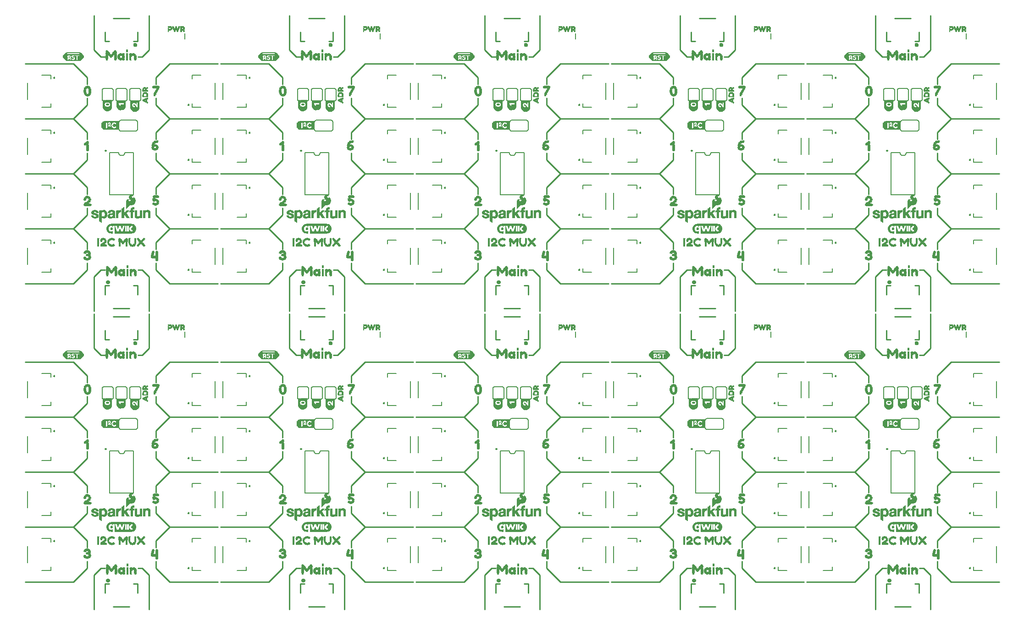
<source format=gto>
G04 EAGLE Gerber RS-274X export*
G75*
%MOMM*%
%FSLAX34Y34*%
%LPD*%
%INSilkscreen Top*%
%IPPOS*%
%AMOC8*
5,1,8,0,0,1.08239X$1,22.5*%
G01*
%ADD10C,0.254000*%
%ADD11C,0.203200*%
%ADD12C,0.300000*%
%ADD13C,0.152400*%
%ADD14C,0.400000*%
%ADD15R,0.350000X0.070000*%
%ADD16R,0.770000X0.080000*%
%ADD17R,0.910000X0.070000*%
%ADD18R,1.050000X0.060000*%
%ADD19R,1.120000X0.080000*%
%ADD20R,1.190000X0.070000*%
%ADD21R,1.260000X0.070000*%
%ADD22R,0.560000X0.060000*%
%ADD23R,0.490000X0.080000*%
%ADD24R,0.420000X0.070000*%
%ADD25R,0.490000X0.070000*%
%ADD26R,0.560000X0.070000*%
%ADD27R,1.050000X0.070000*%
%ADD28R,0.630000X0.060000*%
%ADD29R,0.210000X0.070000*%
%ADD30R,0.140000X0.070000*%
%ADD31R,0.350000X0.080000*%
%ADD32R,0.420000X0.080000*%
%ADD33R,0.490000X0.060000*%
%ADD34R,1.330000X0.070000*%
%ADD35R,1.400000X0.070000*%
%ADD36R,1.400000X0.080000*%
%ADD37R,0.350000X0.060000*%
%ADD38R,0.770000X0.070000*%
%ADD39R,0.980000X0.080000*%
%ADD40R,1.120000X0.060000*%
%ADD41R,1.120000X0.070000*%
%ADD42R,0.420000X0.060000*%
%ADD43R,0.630000X0.070000*%
%ADD44R,0.840000X0.070000*%
%ADD45R,0.980000X0.070000*%
%ADD46R,1.190000X0.080000*%
%ADD47R,0.070000X0.070000*%
%ADD48R,0.700000X0.060000*%
%ADD49R,0.280000X0.070000*%
%ADD50R,1.330000X0.080000*%
%ADD51R,1.330000X0.060000*%
%ADD52R,0.560000X0.080000*%
%ADD53R,0.630000X0.080000*%
%ADD54R,0.700000X0.070000*%
%ADD55R,0.910000X0.060000*%
%ADD56R,0.910000X0.080000*%
%ADD57R,0.700000X0.080000*%
%ADD58R,1.470000X0.070000*%
%ADD59R,1.470000X0.060000*%
%ADD60R,1.260000X0.060000*%
%ADD61R,0.840000X0.080000*%
%ADD62R,1.190000X0.060000*%
%ADD63R,0.060000X0.060000*%
%ADD64R,0.360000X0.060000*%
%ADD65R,0.300000X0.060000*%
%ADD66R,0.120000X0.060000*%
%ADD67R,0.180000X0.060000*%
%ADD68R,0.600000X0.060000*%
%ADD69R,0.660000X0.060000*%
%ADD70R,0.780000X0.060000*%
%ADD71R,0.900000X0.060000*%
%ADD72R,1.080000X0.060000*%
%ADD73R,0.480000X0.060000*%
%ADD74R,0.540000X0.060000*%
%ADD75R,0.960000X0.060000*%
%ADD76R,1.140000X0.060000*%
%ADD77R,1.200000X0.060000*%
%ADD78R,0.720000X0.060000*%
%ADD79R,1.020000X0.060000*%
%ADD80R,0.840000X0.060000*%
%ADD81R,1.740000X0.060000*%
%ADD82R,0.240000X0.060000*%
%ADD83R,0.770000X0.060000*%
%ADD84R,2.030000X0.070000*%
%ADD85R,1.260000X0.080000*%
%ADD86R,2.520000X0.040000*%
%ADD87R,2.600000X0.040000*%
%ADD88R,2.760000X0.040000*%
%ADD89R,2.840000X0.040000*%
%ADD90R,0.360000X0.040000*%
%ADD91R,0.400000X0.040000*%
%ADD92R,0.440000X0.040000*%
%ADD93R,0.480000X0.040000*%
%ADD94R,0.520000X0.040000*%
%ADD95R,0.560000X0.040000*%
%ADD96R,0.600000X0.040000*%
%ADD97R,3.400000X0.040000*%
%ADD98R,3.480000X0.040000*%
%ADD99R,3.560000X0.040000*%
%ADD100R,3.640000X0.040000*%
%ADD101R,0.800000X0.040000*%
%ADD102R,0.160000X0.040000*%
%ADD103R,0.760000X0.040000*%
%ADD104R,0.280000X0.040000*%
%ADD105R,0.080000X0.040000*%
%ADD106R,0.840000X0.040000*%
%ADD107R,0.200000X0.040000*%
%ADD108R,0.040000X0.040000*%
%ADD109R,0.880000X0.040000*%
%ADD110R,1.120000X0.040000*%
%ADD111R,1.160000X0.040000*%
%ADD112R,0.240000X0.040000*%
%ADD113R,0.720000X0.040000*%
%ADD114R,0.680000X0.040000*%
%ADD115R,0.120000X0.040000*%
%ADD116R,0.320000X0.040000*%
%ADD117R,1.080000X0.040000*%
%ADD118R,1.040000X0.040000*%
%ADD119R,1.000000X0.040000*%
%ADD120R,0.960000X0.040000*%
%ADD121R,0.640000X0.040000*%
%ADD122R,0.920000X0.040000*%
%ADD123R,2.920000X0.040000*%
%ADD124R,2.640000X0.040000*%
%ADD125R,2.960000X0.040000*%
%ADD126R,3.000000X0.040000*%
%ADD127R,3.040000X0.040000*%
%ADD128R,1.240000X0.040000*%
%ADD129R,0.040000X1.440000*%
%ADD130R,0.040000X1.560000*%
%ADD131R,0.040000X1.640000*%
%ADD132R,0.040000X1.720000*%
%ADD133R,0.040000X1.760000*%
%ADD134R,0.040000X1.800000*%
%ADD135R,0.040000X1.840000*%
%ADD136R,0.040000X0.960000*%
%ADD137R,0.040000X0.720000*%
%ADD138R,0.040000X0.920000*%
%ADD139R,0.040000X0.640000*%
%ADD140R,0.040000X0.840000*%
%ADD141R,0.040000X0.560000*%
%ADD142R,0.040000X0.520000*%
%ADD143R,0.040000X0.480000*%
%ADD144R,0.040000X0.800000*%
%ADD145R,0.040000X0.200000*%
%ADD146R,0.040000X0.440000*%
%ADD147R,0.040000X0.280000*%
%ADD148R,0.040000X0.120000*%
%ADD149R,0.040000X0.880000*%
%ADD150R,0.040000X0.600000*%
%ADD151R,0.040000X1.200000*%
%ADD152R,0.040000X1.320000*%
%ADD153R,0.040000X1.400000*%
%ADD154R,0.040000X1.480000*%
%ADD155R,0.040000X1.520000*%
%ADD156R,0.040000X1.600000*%
%ADD157R,0.040000X1.000000*%
%ADD158R,0.040000X1.080000*%
%ADD159R,0.040000X1.040000*%
%ADD160R,0.040000X0.760000*%
%ADD161R,0.040000X0.240000*%
%ADD162R,0.040000X1.240000*%
%ADD163R,0.040000X1.120000*%
%ADD164R,0.040000X0.400000*%
%ADD165R,0.040000X0.360000*%
%ADD166R,0.040000X0.680000*%
%ADD167R,0.040000X0.320000*%
%ADD168R,0.040000X0.160000*%

G36*
X883363Y694577D02*
X883363Y694577D01*
X883384Y694580D01*
X883393Y694597D01*
X883402Y694603D01*
X883400Y694612D01*
X883407Y694626D01*
X883423Y695013D01*
X883422Y695014D01*
X883423Y695015D01*
X883423Y699250D01*
X883423Y699251D01*
X883413Y699644D01*
X883406Y699655D01*
X883408Y699668D01*
X883388Y699681D01*
X883375Y699701D01*
X883362Y699698D01*
X883351Y699706D01*
X883317Y699691D01*
X883308Y699689D01*
X883307Y699686D01*
X883304Y699685D01*
X882873Y699199D01*
X882470Y698872D01*
X882023Y698609D01*
X881538Y698424D01*
X881031Y698307D01*
X880513Y698254D01*
X879992Y698275D01*
X879471Y698324D01*
X878964Y698443D01*
X878465Y698595D01*
X878002Y698833D01*
X877552Y699094D01*
X877164Y699442D01*
X876799Y699812D01*
X876494Y700235D01*
X876233Y700685D01*
X876017Y701161D01*
X875857Y701657D01*
X875731Y702166D01*
X875658Y702683D01*
X875618Y703206D01*
X875613Y703730D01*
X875653Y704253D01*
X875720Y704771D01*
X875846Y705280D01*
X876003Y705777D01*
X876220Y706252D01*
X876482Y706701D01*
X876789Y707122D01*
X877157Y707490D01*
X877546Y707836D01*
X878001Y708089D01*
X878469Y708316D01*
X878968Y708468D01*
X879478Y708573D01*
X879999Y708621D01*
X880520Y708630D01*
X881038Y708571D01*
X881543Y708447D01*
X882026Y708256D01*
X882473Y707992D01*
X882877Y707670D01*
X883307Y707122D01*
X883322Y707117D01*
X883330Y707104D01*
X883352Y707107D01*
X883372Y707100D01*
X883382Y707111D01*
X883398Y707113D01*
X883410Y707141D01*
X883418Y707149D01*
X883417Y707155D01*
X883420Y707160D01*
X883423Y707660D01*
X883423Y708189D01*
X883426Y708531D01*
X886661Y708531D01*
X886662Y708531D01*
X886679Y708531D01*
X886679Y694913D01*
X886680Y694911D01*
X886680Y694909D01*
X886696Y694625D01*
X886709Y694608D01*
X886712Y694587D01*
X886730Y694579D01*
X886737Y694570D01*
X886746Y694572D01*
X886759Y694566D01*
X917687Y694566D01*
X917690Y694568D01*
X917693Y694566D01*
X919274Y694717D01*
X919276Y694719D01*
X919279Y694718D01*
X919797Y694815D01*
X919800Y694818D01*
X919804Y694817D01*
X921316Y695299D01*
X921320Y695303D01*
X921327Y695304D01*
X922723Y696061D01*
X922725Y696066D01*
X922732Y696068D01*
X923965Y697067D01*
X923966Y697070D01*
X923971Y697072D01*
X924334Y697454D01*
X924335Y697456D01*
X924337Y697457D01*
X925011Y698274D01*
X925011Y698276D01*
X925014Y698278D01*
X925317Y698709D01*
X925317Y698712D01*
X925321Y698715D01*
X926065Y700117D01*
X926065Y700122D01*
X926066Y700123D01*
X926068Y700125D01*
X926068Y700126D01*
X926070Y700127D01*
X926540Y701644D01*
X926539Y701649D01*
X926543Y701654D01*
X926613Y702177D01*
X926613Y702178D01*
X926613Y702179D01*
X926719Y703233D01*
X926718Y703235D01*
X926720Y703238D01*
X926728Y703765D01*
X926726Y703767D01*
X926728Y703772D01*
X926568Y705352D01*
X926564Y705356D01*
X926565Y705364D01*
X926094Y706880D01*
X926091Y706883D01*
X926091Y706888D01*
X925868Y707366D01*
X925866Y707367D01*
X925866Y707369D01*
X925361Y708300D01*
X925359Y708301D01*
X925358Y708304D01*
X925068Y708744D01*
X925066Y708745D01*
X925064Y708750D01*
X924391Y709566D01*
X924389Y709566D01*
X924389Y709568D01*
X924356Y709604D01*
X924300Y709667D01*
X924244Y709730D01*
X924188Y709793D01*
X924132Y709855D01*
X924076Y709918D01*
X924037Y709961D01*
X924033Y709962D01*
X924030Y709968D01*
X922805Y710978D01*
X922800Y710979D01*
X922795Y710985D01*
X921401Y711744D01*
X921397Y711744D01*
X921393Y711748D01*
X920898Y711931D01*
X920897Y711931D01*
X920895Y711932D01*
X919884Y712246D01*
X919882Y712246D01*
X919879Y712248D01*
X919365Y712362D01*
X919362Y712360D01*
X919358Y712363D01*
X918304Y712469D01*
X917779Y712522D01*
X917776Y712521D01*
X917772Y712522D01*
X880721Y712522D01*
X880719Y712521D01*
X880715Y712522D01*
X879135Y712374D01*
X879133Y712373D01*
X879130Y712374D01*
X878611Y712283D01*
X878608Y712280D01*
X878603Y712281D01*
X877088Y711805D01*
X877085Y711801D01*
X877077Y711800D01*
X875682Y711043D01*
X875680Y711039D01*
X875674Y711037D01*
X875254Y710717D01*
X875254Y710716D01*
X875252Y710716D01*
X874436Y710042D01*
X874435Y710039D01*
X874431Y710038D01*
X874063Y709660D01*
X874062Y709658D01*
X874059Y709656D01*
X873386Y708840D01*
X873385Y708838D01*
X873383Y708836D01*
X873075Y708409D01*
X873074Y708405D01*
X873070Y708402D01*
X872320Y707003D01*
X872321Y706998D01*
X872316Y706992D01*
X871845Y705476D01*
X871846Y705471D01*
X871843Y705466D01*
X871766Y704944D01*
X871767Y704943D01*
X871766Y704941D01*
X871659Y703888D01*
X871660Y703886D01*
X871659Y703884D01*
X871644Y703357D01*
X871646Y703354D01*
X871644Y703349D01*
X871804Y701769D01*
X871807Y701765D01*
X871806Y701757D01*
X872271Y700239D01*
X872274Y700237D01*
X872274Y700232D01*
X872492Y699752D01*
X872494Y699751D01*
X872494Y699748D01*
X872999Y698818D01*
X873001Y698816D01*
X873001Y698814D01*
X873286Y698370D01*
X873289Y698368D01*
X873291Y698364D01*
X873300Y698352D01*
X873353Y698290D01*
X873406Y698227D01*
X873564Y698039D01*
X873617Y697976D01*
X873670Y697913D01*
X873722Y697850D01*
X873775Y697788D01*
X873828Y697725D01*
X873986Y697537D01*
X874039Y697474D01*
X874092Y697411D01*
X874145Y697348D01*
X874197Y697286D01*
X874312Y697149D01*
X874317Y697148D01*
X874320Y697141D01*
X875545Y696131D01*
X875550Y696130D01*
X875555Y696124D01*
X876945Y695360D01*
X876949Y695360D01*
X876953Y695356D01*
X877445Y695167D01*
X877447Y695167D01*
X877449Y695165D01*
X878460Y694852D01*
X878462Y694852D01*
X878464Y694850D01*
X878977Y694730D01*
X878981Y694731D01*
X878985Y694729D01*
X880565Y694569D01*
X880568Y694571D01*
X880571Y694569D01*
X883345Y694566D01*
X883363Y694577D01*
G37*
G36*
X162003Y143397D02*
X162003Y143397D01*
X162024Y143400D01*
X162033Y143417D01*
X162042Y143423D01*
X162040Y143432D01*
X162047Y143446D01*
X162063Y143833D01*
X162062Y143834D01*
X162063Y143835D01*
X162063Y148070D01*
X162063Y148071D01*
X162053Y148464D01*
X162046Y148475D01*
X162048Y148488D01*
X162028Y148501D01*
X162015Y148521D01*
X162002Y148518D01*
X161991Y148526D01*
X161957Y148511D01*
X161948Y148509D01*
X161947Y148506D01*
X161944Y148505D01*
X161513Y148019D01*
X161110Y147692D01*
X160663Y147429D01*
X160178Y147244D01*
X159671Y147127D01*
X159153Y147074D01*
X158632Y147095D01*
X158111Y147144D01*
X157604Y147263D01*
X157105Y147415D01*
X156642Y147653D01*
X156192Y147914D01*
X155804Y148262D01*
X155439Y148632D01*
X155134Y149055D01*
X154873Y149505D01*
X154657Y149981D01*
X154497Y150477D01*
X154371Y150986D01*
X154298Y151503D01*
X154258Y152026D01*
X154253Y152550D01*
X154293Y153073D01*
X154360Y153591D01*
X154486Y154100D01*
X154643Y154597D01*
X154860Y155072D01*
X155122Y155521D01*
X155429Y155942D01*
X155797Y156310D01*
X156186Y156656D01*
X156641Y156909D01*
X157109Y157136D01*
X157608Y157288D01*
X158118Y157393D01*
X158639Y157441D01*
X159160Y157450D01*
X159678Y157391D01*
X160183Y157267D01*
X160666Y157076D01*
X161113Y156812D01*
X161517Y156490D01*
X161947Y155942D01*
X161962Y155937D01*
X161970Y155924D01*
X161992Y155927D01*
X162012Y155920D01*
X162022Y155931D01*
X162038Y155933D01*
X162050Y155961D01*
X162058Y155969D01*
X162057Y155975D01*
X162060Y155980D01*
X162063Y156480D01*
X162063Y157009D01*
X162066Y157351D01*
X165301Y157351D01*
X165302Y157351D01*
X165319Y157351D01*
X165319Y143733D01*
X165320Y143731D01*
X165320Y143729D01*
X165336Y143445D01*
X165349Y143428D01*
X165352Y143407D01*
X165370Y143399D01*
X165377Y143390D01*
X165386Y143392D01*
X165399Y143386D01*
X196327Y143386D01*
X196330Y143388D01*
X196333Y143386D01*
X197914Y143537D01*
X197916Y143539D01*
X197919Y143538D01*
X198437Y143635D01*
X198440Y143638D01*
X198444Y143637D01*
X199956Y144119D01*
X199960Y144123D01*
X199967Y144124D01*
X201363Y144881D01*
X201365Y144886D01*
X201372Y144888D01*
X202605Y145887D01*
X202606Y145890D01*
X202611Y145892D01*
X202974Y146274D01*
X202975Y146276D01*
X202977Y146277D01*
X203651Y147094D01*
X203651Y147096D01*
X203654Y147098D01*
X203957Y147529D01*
X203957Y147532D01*
X203961Y147535D01*
X204705Y148937D01*
X204705Y148942D01*
X204706Y148943D01*
X204708Y148945D01*
X204708Y148946D01*
X204710Y148947D01*
X205180Y150464D01*
X205179Y150469D01*
X205183Y150474D01*
X205253Y150997D01*
X205253Y150998D01*
X205253Y150999D01*
X205359Y152053D01*
X205358Y152055D01*
X205360Y152058D01*
X205368Y152585D01*
X205366Y152587D01*
X205368Y152592D01*
X205208Y154172D01*
X205204Y154176D01*
X205205Y154184D01*
X204734Y155700D01*
X204731Y155703D01*
X204731Y155708D01*
X204508Y156186D01*
X204506Y156187D01*
X204506Y156189D01*
X204001Y157120D01*
X203999Y157121D01*
X203998Y157124D01*
X203708Y157564D01*
X203706Y157565D01*
X203704Y157570D01*
X203031Y158386D01*
X203029Y158386D01*
X203029Y158388D01*
X202996Y158424D01*
X202940Y158487D01*
X202884Y158550D01*
X202828Y158613D01*
X202772Y158675D01*
X202716Y158738D01*
X202677Y158781D01*
X202673Y158782D01*
X202670Y158788D01*
X201445Y159798D01*
X201440Y159799D01*
X201435Y159805D01*
X200041Y160564D01*
X200037Y160564D01*
X200033Y160568D01*
X199538Y160751D01*
X199537Y160751D01*
X199535Y160752D01*
X198524Y161066D01*
X198522Y161066D01*
X198519Y161068D01*
X198005Y161182D01*
X198002Y161180D01*
X197998Y161183D01*
X196944Y161289D01*
X196419Y161342D01*
X196416Y161341D01*
X196412Y161342D01*
X159361Y161342D01*
X159359Y161341D01*
X159355Y161342D01*
X157775Y161194D01*
X157773Y161193D01*
X157770Y161194D01*
X157251Y161103D01*
X157248Y161100D01*
X157243Y161101D01*
X155728Y160625D01*
X155725Y160621D01*
X155717Y160620D01*
X154322Y159863D01*
X154320Y159859D01*
X154314Y159857D01*
X153894Y159537D01*
X153894Y159536D01*
X153892Y159536D01*
X153076Y158862D01*
X153075Y158859D01*
X153071Y158858D01*
X152703Y158480D01*
X152702Y158478D01*
X152699Y158476D01*
X152026Y157660D01*
X152025Y157658D01*
X152023Y157656D01*
X151715Y157229D01*
X151714Y157225D01*
X151710Y157222D01*
X150960Y155823D01*
X150961Y155818D01*
X150956Y155812D01*
X150485Y154296D01*
X150486Y154291D01*
X150483Y154286D01*
X150406Y153764D01*
X150407Y153763D01*
X150406Y153761D01*
X150299Y152708D01*
X150300Y152706D01*
X150299Y152704D01*
X150284Y152177D01*
X150286Y152174D01*
X150284Y152169D01*
X150444Y150589D01*
X150447Y150585D01*
X150446Y150577D01*
X150911Y149059D01*
X150914Y149057D01*
X150914Y149052D01*
X151132Y148572D01*
X151134Y148571D01*
X151134Y148568D01*
X151639Y147638D01*
X151641Y147636D01*
X151641Y147634D01*
X151926Y147190D01*
X151929Y147188D01*
X151931Y147184D01*
X151940Y147172D01*
X151993Y147110D01*
X152046Y147047D01*
X152204Y146859D01*
X152257Y146796D01*
X152310Y146733D01*
X152362Y146670D01*
X152415Y146608D01*
X152468Y146545D01*
X152626Y146357D01*
X152679Y146294D01*
X152732Y146231D01*
X152785Y146168D01*
X152837Y146106D01*
X152952Y145969D01*
X152957Y145968D01*
X152960Y145961D01*
X154185Y144951D01*
X154190Y144950D01*
X154195Y144944D01*
X155585Y144180D01*
X155589Y144180D01*
X155593Y144176D01*
X156085Y143987D01*
X156087Y143987D01*
X156089Y143985D01*
X157100Y143672D01*
X157102Y143672D01*
X157104Y143670D01*
X157617Y143550D01*
X157621Y143551D01*
X157625Y143549D01*
X159205Y143389D01*
X159208Y143391D01*
X159211Y143389D01*
X161985Y143386D01*
X162003Y143397D01*
G37*
G36*
X162003Y694577D02*
X162003Y694577D01*
X162024Y694580D01*
X162033Y694597D01*
X162042Y694603D01*
X162040Y694612D01*
X162047Y694626D01*
X162063Y695013D01*
X162062Y695014D01*
X162063Y695015D01*
X162063Y699250D01*
X162063Y699251D01*
X162053Y699644D01*
X162046Y699655D01*
X162048Y699668D01*
X162028Y699681D01*
X162015Y699701D01*
X162002Y699698D01*
X161991Y699706D01*
X161957Y699691D01*
X161948Y699689D01*
X161947Y699686D01*
X161944Y699685D01*
X161513Y699199D01*
X161110Y698872D01*
X160663Y698609D01*
X160178Y698424D01*
X159671Y698307D01*
X159153Y698254D01*
X158632Y698275D01*
X158111Y698324D01*
X157604Y698443D01*
X157105Y698595D01*
X156642Y698833D01*
X156192Y699094D01*
X155804Y699442D01*
X155439Y699812D01*
X155134Y700235D01*
X154873Y700685D01*
X154657Y701161D01*
X154497Y701657D01*
X154371Y702166D01*
X154298Y702683D01*
X154258Y703206D01*
X154253Y703730D01*
X154293Y704253D01*
X154360Y704771D01*
X154486Y705280D01*
X154643Y705777D01*
X154860Y706252D01*
X155122Y706701D01*
X155429Y707122D01*
X155797Y707490D01*
X156186Y707836D01*
X156641Y708089D01*
X157109Y708316D01*
X157608Y708468D01*
X158118Y708573D01*
X158639Y708621D01*
X159160Y708630D01*
X159678Y708571D01*
X160183Y708447D01*
X160666Y708256D01*
X161113Y707992D01*
X161517Y707670D01*
X161947Y707122D01*
X161962Y707117D01*
X161970Y707104D01*
X161992Y707107D01*
X162012Y707100D01*
X162022Y707111D01*
X162038Y707113D01*
X162050Y707141D01*
X162058Y707149D01*
X162057Y707155D01*
X162060Y707160D01*
X162063Y707660D01*
X162063Y708189D01*
X162066Y708531D01*
X165301Y708531D01*
X165302Y708531D01*
X165319Y708531D01*
X165319Y694913D01*
X165320Y694911D01*
X165320Y694909D01*
X165336Y694625D01*
X165349Y694608D01*
X165352Y694587D01*
X165370Y694579D01*
X165377Y694570D01*
X165386Y694572D01*
X165399Y694566D01*
X196327Y694566D01*
X196330Y694568D01*
X196333Y694566D01*
X197914Y694717D01*
X197916Y694719D01*
X197919Y694718D01*
X198437Y694815D01*
X198440Y694818D01*
X198444Y694817D01*
X199956Y695299D01*
X199960Y695303D01*
X199967Y695304D01*
X201363Y696061D01*
X201365Y696066D01*
X201372Y696068D01*
X202605Y697067D01*
X202606Y697070D01*
X202611Y697072D01*
X202974Y697454D01*
X202975Y697456D01*
X202977Y697457D01*
X203651Y698274D01*
X203651Y698276D01*
X203654Y698278D01*
X203957Y698709D01*
X203957Y698712D01*
X203961Y698715D01*
X204705Y700117D01*
X204705Y700122D01*
X204706Y700123D01*
X204708Y700125D01*
X204708Y700126D01*
X204710Y700127D01*
X205180Y701644D01*
X205179Y701649D01*
X205183Y701654D01*
X205253Y702177D01*
X205253Y702178D01*
X205253Y702179D01*
X205359Y703233D01*
X205358Y703235D01*
X205360Y703238D01*
X205368Y703765D01*
X205366Y703767D01*
X205368Y703772D01*
X205208Y705352D01*
X205204Y705356D01*
X205205Y705364D01*
X204734Y706880D01*
X204731Y706883D01*
X204731Y706888D01*
X204508Y707366D01*
X204506Y707367D01*
X204506Y707369D01*
X204001Y708300D01*
X203999Y708301D01*
X203998Y708304D01*
X203708Y708744D01*
X203706Y708745D01*
X203704Y708750D01*
X203031Y709566D01*
X203029Y709566D01*
X203029Y709568D01*
X202996Y709604D01*
X202940Y709667D01*
X202884Y709730D01*
X202828Y709793D01*
X202772Y709855D01*
X202716Y709918D01*
X202677Y709961D01*
X202673Y709962D01*
X202670Y709968D01*
X201445Y710978D01*
X201440Y710979D01*
X201435Y710985D01*
X200041Y711744D01*
X200037Y711744D01*
X200033Y711748D01*
X199538Y711931D01*
X199537Y711931D01*
X199535Y711932D01*
X198524Y712246D01*
X198522Y712246D01*
X198519Y712248D01*
X198005Y712362D01*
X198002Y712360D01*
X197998Y712363D01*
X196944Y712469D01*
X196419Y712522D01*
X196416Y712521D01*
X196412Y712522D01*
X159361Y712522D01*
X159359Y712521D01*
X159355Y712522D01*
X157775Y712374D01*
X157773Y712373D01*
X157770Y712374D01*
X157251Y712283D01*
X157248Y712280D01*
X157243Y712281D01*
X155728Y711805D01*
X155725Y711801D01*
X155717Y711800D01*
X154322Y711043D01*
X154320Y711039D01*
X154314Y711037D01*
X153894Y710717D01*
X153894Y710716D01*
X153892Y710716D01*
X153076Y710042D01*
X153075Y710039D01*
X153071Y710038D01*
X152703Y709660D01*
X152702Y709658D01*
X152699Y709656D01*
X152026Y708840D01*
X152025Y708838D01*
X152023Y708836D01*
X151715Y708409D01*
X151714Y708405D01*
X151710Y708402D01*
X150960Y707003D01*
X150961Y706998D01*
X150956Y706992D01*
X150485Y705476D01*
X150486Y705471D01*
X150483Y705466D01*
X150406Y704944D01*
X150407Y704943D01*
X150406Y704941D01*
X150299Y703888D01*
X150300Y703886D01*
X150299Y703884D01*
X150284Y703357D01*
X150286Y703354D01*
X150284Y703349D01*
X150444Y701769D01*
X150447Y701765D01*
X150446Y701757D01*
X150911Y700239D01*
X150914Y700237D01*
X150914Y700232D01*
X151132Y699752D01*
X151134Y699751D01*
X151134Y699748D01*
X151639Y698818D01*
X151641Y698816D01*
X151641Y698814D01*
X151926Y698370D01*
X151929Y698368D01*
X151931Y698364D01*
X151940Y698352D01*
X151993Y698290D01*
X152046Y698227D01*
X152204Y698039D01*
X152257Y697976D01*
X152310Y697913D01*
X152362Y697850D01*
X152415Y697788D01*
X152468Y697725D01*
X152626Y697537D01*
X152679Y697474D01*
X152732Y697411D01*
X152785Y697348D01*
X152837Y697286D01*
X152952Y697149D01*
X152957Y697148D01*
X152960Y697141D01*
X154185Y696131D01*
X154190Y696130D01*
X154195Y696124D01*
X155585Y695360D01*
X155589Y695360D01*
X155593Y695356D01*
X156085Y695167D01*
X156087Y695167D01*
X156089Y695165D01*
X157100Y694852D01*
X157102Y694852D01*
X157104Y694850D01*
X157617Y694730D01*
X157621Y694731D01*
X157625Y694729D01*
X159205Y694569D01*
X159208Y694571D01*
X159211Y694569D01*
X161985Y694566D01*
X162003Y694577D01*
G37*
G36*
X522683Y694577D02*
X522683Y694577D01*
X522704Y694580D01*
X522713Y694597D01*
X522722Y694603D01*
X522720Y694612D01*
X522727Y694626D01*
X522743Y695013D01*
X522742Y695014D01*
X522743Y695015D01*
X522743Y699250D01*
X522743Y699251D01*
X522733Y699644D01*
X522726Y699655D01*
X522728Y699668D01*
X522708Y699681D01*
X522695Y699701D01*
X522682Y699698D01*
X522671Y699706D01*
X522637Y699691D01*
X522628Y699689D01*
X522627Y699686D01*
X522624Y699685D01*
X522193Y699199D01*
X521790Y698872D01*
X521343Y698609D01*
X520858Y698424D01*
X520351Y698307D01*
X519833Y698254D01*
X519312Y698275D01*
X518791Y698324D01*
X518284Y698443D01*
X517785Y698595D01*
X517322Y698833D01*
X516872Y699094D01*
X516484Y699442D01*
X516119Y699812D01*
X515814Y700235D01*
X515553Y700685D01*
X515337Y701161D01*
X515177Y701657D01*
X515051Y702166D01*
X514978Y702683D01*
X514938Y703206D01*
X514933Y703730D01*
X514973Y704253D01*
X515040Y704771D01*
X515166Y705280D01*
X515323Y705777D01*
X515540Y706252D01*
X515802Y706701D01*
X516109Y707122D01*
X516477Y707490D01*
X516866Y707836D01*
X517321Y708089D01*
X517789Y708316D01*
X518288Y708468D01*
X518798Y708573D01*
X519319Y708621D01*
X519840Y708630D01*
X520358Y708571D01*
X520863Y708447D01*
X521346Y708256D01*
X521793Y707992D01*
X522197Y707670D01*
X522627Y707122D01*
X522642Y707117D01*
X522650Y707104D01*
X522672Y707107D01*
X522692Y707100D01*
X522702Y707111D01*
X522718Y707113D01*
X522730Y707141D01*
X522738Y707149D01*
X522737Y707155D01*
X522740Y707160D01*
X522743Y707660D01*
X522743Y708189D01*
X522746Y708531D01*
X525981Y708531D01*
X525982Y708531D01*
X525999Y708531D01*
X525999Y694913D01*
X526000Y694911D01*
X526000Y694909D01*
X526016Y694625D01*
X526029Y694608D01*
X526032Y694587D01*
X526050Y694579D01*
X526057Y694570D01*
X526066Y694572D01*
X526079Y694566D01*
X557007Y694566D01*
X557010Y694568D01*
X557013Y694566D01*
X558594Y694717D01*
X558596Y694719D01*
X558599Y694718D01*
X559117Y694815D01*
X559120Y694818D01*
X559124Y694817D01*
X560636Y695299D01*
X560640Y695303D01*
X560647Y695304D01*
X562043Y696061D01*
X562045Y696066D01*
X562052Y696068D01*
X563285Y697067D01*
X563286Y697070D01*
X563291Y697072D01*
X563654Y697454D01*
X563655Y697456D01*
X563657Y697457D01*
X564331Y698274D01*
X564331Y698276D01*
X564334Y698278D01*
X564637Y698709D01*
X564637Y698712D01*
X564641Y698715D01*
X565385Y700117D01*
X565385Y700122D01*
X565386Y700123D01*
X565388Y700125D01*
X565388Y700126D01*
X565390Y700127D01*
X565860Y701644D01*
X565859Y701649D01*
X565863Y701654D01*
X565933Y702177D01*
X565933Y702178D01*
X565933Y702179D01*
X566039Y703233D01*
X566038Y703235D01*
X566040Y703238D01*
X566048Y703765D01*
X566046Y703767D01*
X566048Y703772D01*
X565888Y705352D01*
X565884Y705356D01*
X565885Y705364D01*
X565414Y706880D01*
X565411Y706883D01*
X565411Y706888D01*
X565188Y707366D01*
X565186Y707367D01*
X565186Y707369D01*
X564681Y708300D01*
X564679Y708301D01*
X564678Y708304D01*
X564388Y708744D01*
X564386Y708745D01*
X564384Y708750D01*
X563711Y709566D01*
X563709Y709566D01*
X563709Y709568D01*
X563676Y709604D01*
X563620Y709667D01*
X563564Y709730D01*
X563508Y709793D01*
X563452Y709855D01*
X563396Y709918D01*
X563357Y709961D01*
X563353Y709962D01*
X563350Y709968D01*
X562125Y710978D01*
X562120Y710979D01*
X562115Y710985D01*
X560721Y711744D01*
X560717Y711744D01*
X560713Y711748D01*
X560218Y711931D01*
X560217Y711931D01*
X560215Y711932D01*
X559204Y712246D01*
X559202Y712246D01*
X559199Y712248D01*
X558685Y712362D01*
X558682Y712360D01*
X558678Y712363D01*
X557624Y712469D01*
X557099Y712522D01*
X557096Y712521D01*
X557092Y712522D01*
X520041Y712522D01*
X520039Y712521D01*
X520035Y712522D01*
X518455Y712374D01*
X518453Y712373D01*
X518450Y712374D01*
X517931Y712283D01*
X517928Y712280D01*
X517923Y712281D01*
X516408Y711805D01*
X516405Y711801D01*
X516397Y711800D01*
X515002Y711043D01*
X515000Y711039D01*
X514994Y711037D01*
X514574Y710717D01*
X514574Y710716D01*
X514572Y710716D01*
X513756Y710042D01*
X513755Y710039D01*
X513751Y710038D01*
X513383Y709660D01*
X513382Y709658D01*
X513379Y709656D01*
X512706Y708840D01*
X512705Y708838D01*
X512703Y708836D01*
X512395Y708409D01*
X512394Y708405D01*
X512390Y708402D01*
X511640Y707003D01*
X511641Y706998D01*
X511636Y706992D01*
X511165Y705476D01*
X511166Y705471D01*
X511163Y705466D01*
X511086Y704944D01*
X511087Y704943D01*
X511086Y704941D01*
X510979Y703888D01*
X510980Y703886D01*
X510979Y703884D01*
X510964Y703357D01*
X510966Y703354D01*
X510964Y703349D01*
X511124Y701769D01*
X511127Y701765D01*
X511126Y701757D01*
X511591Y700239D01*
X511594Y700237D01*
X511594Y700232D01*
X511812Y699752D01*
X511814Y699751D01*
X511814Y699748D01*
X512319Y698818D01*
X512321Y698816D01*
X512321Y698814D01*
X512606Y698370D01*
X512609Y698368D01*
X512611Y698364D01*
X512620Y698352D01*
X512673Y698290D01*
X512726Y698227D01*
X512884Y698039D01*
X512937Y697976D01*
X512990Y697913D01*
X513042Y697850D01*
X513095Y697788D01*
X513148Y697725D01*
X513306Y697537D01*
X513359Y697474D01*
X513412Y697411D01*
X513465Y697348D01*
X513517Y697286D01*
X513632Y697149D01*
X513637Y697148D01*
X513640Y697141D01*
X514865Y696131D01*
X514870Y696130D01*
X514875Y696124D01*
X516265Y695360D01*
X516269Y695360D01*
X516273Y695356D01*
X516765Y695167D01*
X516767Y695167D01*
X516769Y695165D01*
X517780Y694852D01*
X517782Y694852D01*
X517784Y694850D01*
X518297Y694730D01*
X518301Y694731D01*
X518305Y694729D01*
X519885Y694569D01*
X519888Y694571D01*
X519891Y694569D01*
X522665Y694566D01*
X522683Y694577D01*
G37*
G36*
X883363Y143397D02*
X883363Y143397D01*
X883384Y143400D01*
X883393Y143417D01*
X883402Y143423D01*
X883400Y143432D01*
X883407Y143446D01*
X883423Y143833D01*
X883422Y143834D01*
X883423Y143835D01*
X883423Y148070D01*
X883423Y148071D01*
X883413Y148464D01*
X883406Y148475D01*
X883408Y148488D01*
X883388Y148501D01*
X883375Y148521D01*
X883362Y148518D01*
X883351Y148526D01*
X883317Y148511D01*
X883308Y148509D01*
X883307Y148506D01*
X883304Y148505D01*
X882873Y148019D01*
X882470Y147692D01*
X882023Y147429D01*
X881538Y147244D01*
X881031Y147127D01*
X880513Y147074D01*
X879992Y147095D01*
X879471Y147144D01*
X878964Y147263D01*
X878465Y147415D01*
X878002Y147653D01*
X877552Y147914D01*
X877164Y148262D01*
X876799Y148632D01*
X876494Y149055D01*
X876233Y149505D01*
X876017Y149981D01*
X875857Y150477D01*
X875731Y150986D01*
X875658Y151503D01*
X875618Y152026D01*
X875613Y152550D01*
X875653Y153073D01*
X875720Y153591D01*
X875846Y154100D01*
X876003Y154597D01*
X876220Y155072D01*
X876482Y155521D01*
X876789Y155942D01*
X877157Y156310D01*
X877546Y156656D01*
X878001Y156909D01*
X878469Y157136D01*
X878968Y157288D01*
X879478Y157393D01*
X879999Y157441D01*
X880520Y157450D01*
X881038Y157391D01*
X881543Y157267D01*
X882026Y157076D01*
X882473Y156812D01*
X882877Y156490D01*
X883307Y155942D01*
X883322Y155937D01*
X883330Y155924D01*
X883352Y155927D01*
X883372Y155920D01*
X883382Y155931D01*
X883398Y155933D01*
X883410Y155961D01*
X883418Y155969D01*
X883417Y155975D01*
X883420Y155980D01*
X883423Y156480D01*
X883423Y157009D01*
X883426Y157351D01*
X886661Y157351D01*
X886662Y157351D01*
X886679Y157351D01*
X886679Y143733D01*
X886680Y143731D01*
X886680Y143729D01*
X886696Y143445D01*
X886709Y143428D01*
X886712Y143407D01*
X886730Y143399D01*
X886737Y143390D01*
X886746Y143392D01*
X886759Y143386D01*
X917687Y143386D01*
X917690Y143388D01*
X917693Y143386D01*
X919274Y143537D01*
X919276Y143539D01*
X919279Y143538D01*
X919797Y143635D01*
X919800Y143638D01*
X919804Y143637D01*
X921316Y144119D01*
X921320Y144123D01*
X921327Y144124D01*
X922723Y144881D01*
X922725Y144886D01*
X922732Y144888D01*
X923965Y145887D01*
X923966Y145890D01*
X923971Y145892D01*
X924334Y146274D01*
X924335Y146276D01*
X924337Y146277D01*
X925011Y147094D01*
X925011Y147096D01*
X925014Y147098D01*
X925317Y147529D01*
X925317Y147532D01*
X925321Y147535D01*
X926065Y148937D01*
X926065Y148942D01*
X926066Y148943D01*
X926068Y148945D01*
X926068Y148946D01*
X926070Y148947D01*
X926540Y150464D01*
X926539Y150469D01*
X926543Y150474D01*
X926613Y150997D01*
X926613Y150998D01*
X926613Y150999D01*
X926719Y152053D01*
X926718Y152055D01*
X926720Y152058D01*
X926728Y152585D01*
X926726Y152587D01*
X926728Y152592D01*
X926568Y154172D01*
X926564Y154176D01*
X926565Y154184D01*
X926094Y155700D01*
X926091Y155703D01*
X926091Y155708D01*
X925868Y156186D01*
X925866Y156187D01*
X925866Y156189D01*
X925361Y157120D01*
X925359Y157121D01*
X925358Y157124D01*
X925068Y157564D01*
X925066Y157565D01*
X925064Y157570D01*
X924391Y158386D01*
X924389Y158386D01*
X924389Y158388D01*
X924356Y158424D01*
X924300Y158487D01*
X924244Y158550D01*
X924188Y158613D01*
X924132Y158675D01*
X924076Y158738D01*
X924037Y158781D01*
X924033Y158782D01*
X924030Y158788D01*
X922805Y159798D01*
X922800Y159799D01*
X922795Y159805D01*
X921401Y160564D01*
X921397Y160564D01*
X921393Y160568D01*
X920898Y160751D01*
X920897Y160751D01*
X920895Y160752D01*
X919884Y161066D01*
X919882Y161066D01*
X919879Y161068D01*
X919365Y161182D01*
X919362Y161180D01*
X919358Y161183D01*
X918304Y161289D01*
X917779Y161342D01*
X917776Y161341D01*
X917772Y161342D01*
X880721Y161342D01*
X880719Y161341D01*
X880715Y161342D01*
X879135Y161194D01*
X879133Y161193D01*
X879130Y161194D01*
X878611Y161103D01*
X878608Y161100D01*
X878603Y161101D01*
X877088Y160625D01*
X877085Y160621D01*
X877077Y160620D01*
X875682Y159863D01*
X875680Y159859D01*
X875674Y159857D01*
X875254Y159537D01*
X875254Y159536D01*
X875252Y159536D01*
X874436Y158862D01*
X874435Y158859D01*
X874431Y158858D01*
X874063Y158480D01*
X874062Y158478D01*
X874059Y158476D01*
X873386Y157660D01*
X873385Y157658D01*
X873383Y157656D01*
X873075Y157229D01*
X873074Y157225D01*
X873070Y157222D01*
X872320Y155823D01*
X872321Y155818D01*
X872316Y155812D01*
X871845Y154296D01*
X871846Y154291D01*
X871843Y154286D01*
X871766Y153764D01*
X871767Y153763D01*
X871766Y153761D01*
X871659Y152708D01*
X871660Y152706D01*
X871659Y152704D01*
X871644Y152177D01*
X871646Y152174D01*
X871644Y152169D01*
X871804Y150589D01*
X871807Y150585D01*
X871806Y150577D01*
X872271Y149059D01*
X872274Y149057D01*
X872274Y149052D01*
X872492Y148572D01*
X872494Y148571D01*
X872494Y148568D01*
X872999Y147638D01*
X873001Y147636D01*
X873001Y147634D01*
X873286Y147190D01*
X873289Y147188D01*
X873291Y147184D01*
X873300Y147172D01*
X873353Y147110D01*
X873406Y147047D01*
X873564Y146859D01*
X873617Y146796D01*
X873670Y146733D01*
X873722Y146670D01*
X873775Y146608D01*
X873828Y146545D01*
X873986Y146357D01*
X874039Y146294D01*
X874092Y146231D01*
X874145Y146168D01*
X874197Y146106D01*
X874312Y145969D01*
X874317Y145968D01*
X874320Y145961D01*
X875545Y144951D01*
X875550Y144950D01*
X875555Y144944D01*
X876945Y144180D01*
X876949Y144180D01*
X876953Y144176D01*
X877445Y143987D01*
X877447Y143987D01*
X877449Y143985D01*
X878460Y143672D01*
X878462Y143672D01*
X878464Y143670D01*
X878977Y143550D01*
X878981Y143551D01*
X878985Y143549D01*
X880565Y143389D01*
X880568Y143391D01*
X880571Y143389D01*
X883345Y143386D01*
X883363Y143397D01*
G37*
G36*
X1244043Y694577D02*
X1244043Y694577D01*
X1244064Y694580D01*
X1244073Y694597D01*
X1244082Y694603D01*
X1244080Y694612D01*
X1244087Y694626D01*
X1244103Y695013D01*
X1244102Y695014D01*
X1244103Y695015D01*
X1244103Y699250D01*
X1244103Y699251D01*
X1244093Y699644D01*
X1244086Y699655D01*
X1244088Y699668D01*
X1244068Y699681D01*
X1244055Y699701D01*
X1244042Y699698D01*
X1244031Y699706D01*
X1243997Y699691D01*
X1243988Y699689D01*
X1243987Y699686D01*
X1243984Y699685D01*
X1243553Y699199D01*
X1243150Y698872D01*
X1242703Y698609D01*
X1242218Y698424D01*
X1241711Y698307D01*
X1241193Y698254D01*
X1240672Y698275D01*
X1240151Y698324D01*
X1239644Y698443D01*
X1239145Y698595D01*
X1238682Y698833D01*
X1238232Y699094D01*
X1237844Y699442D01*
X1237479Y699812D01*
X1237174Y700235D01*
X1236913Y700685D01*
X1236697Y701161D01*
X1236537Y701657D01*
X1236411Y702166D01*
X1236338Y702683D01*
X1236298Y703206D01*
X1236293Y703730D01*
X1236333Y704253D01*
X1236400Y704771D01*
X1236526Y705280D01*
X1236683Y705777D01*
X1236900Y706252D01*
X1237162Y706701D01*
X1237469Y707122D01*
X1237837Y707490D01*
X1238226Y707836D01*
X1238681Y708089D01*
X1239149Y708316D01*
X1239648Y708468D01*
X1240158Y708573D01*
X1240679Y708621D01*
X1241200Y708630D01*
X1241718Y708571D01*
X1242223Y708447D01*
X1242706Y708256D01*
X1243153Y707992D01*
X1243557Y707670D01*
X1243987Y707122D01*
X1244002Y707117D01*
X1244010Y707104D01*
X1244032Y707107D01*
X1244052Y707100D01*
X1244062Y707111D01*
X1244078Y707113D01*
X1244090Y707141D01*
X1244098Y707149D01*
X1244097Y707155D01*
X1244100Y707160D01*
X1244103Y707660D01*
X1244103Y708189D01*
X1244106Y708531D01*
X1247341Y708531D01*
X1247342Y708531D01*
X1247359Y708531D01*
X1247359Y694913D01*
X1247360Y694911D01*
X1247360Y694909D01*
X1247376Y694625D01*
X1247389Y694608D01*
X1247392Y694587D01*
X1247410Y694579D01*
X1247417Y694570D01*
X1247426Y694572D01*
X1247439Y694566D01*
X1278367Y694566D01*
X1278370Y694568D01*
X1278373Y694566D01*
X1279954Y694717D01*
X1279956Y694719D01*
X1279959Y694718D01*
X1280477Y694815D01*
X1280480Y694818D01*
X1280484Y694817D01*
X1281996Y695299D01*
X1282000Y695303D01*
X1282007Y695304D01*
X1283403Y696061D01*
X1283405Y696066D01*
X1283412Y696068D01*
X1284645Y697067D01*
X1284646Y697070D01*
X1284651Y697072D01*
X1285014Y697454D01*
X1285015Y697456D01*
X1285017Y697457D01*
X1285691Y698274D01*
X1285691Y698276D01*
X1285694Y698278D01*
X1285997Y698709D01*
X1285997Y698712D01*
X1286001Y698715D01*
X1286745Y700117D01*
X1286745Y700122D01*
X1286746Y700123D01*
X1286748Y700125D01*
X1286748Y700126D01*
X1286750Y700127D01*
X1287220Y701644D01*
X1287219Y701649D01*
X1287223Y701654D01*
X1287293Y702177D01*
X1287293Y702178D01*
X1287293Y702179D01*
X1287399Y703233D01*
X1287398Y703235D01*
X1287400Y703238D01*
X1287408Y703765D01*
X1287406Y703767D01*
X1287408Y703772D01*
X1287248Y705352D01*
X1287244Y705356D01*
X1287245Y705364D01*
X1286774Y706880D01*
X1286771Y706883D01*
X1286771Y706888D01*
X1286548Y707366D01*
X1286546Y707367D01*
X1286546Y707369D01*
X1286041Y708300D01*
X1286039Y708301D01*
X1286038Y708304D01*
X1285748Y708744D01*
X1285746Y708745D01*
X1285744Y708750D01*
X1285071Y709566D01*
X1285069Y709566D01*
X1285069Y709568D01*
X1285036Y709604D01*
X1284980Y709667D01*
X1284924Y709730D01*
X1284868Y709793D01*
X1284812Y709855D01*
X1284756Y709918D01*
X1284717Y709961D01*
X1284713Y709962D01*
X1284710Y709968D01*
X1283485Y710978D01*
X1283480Y710979D01*
X1283475Y710985D01*
X1282081Y711744D01*
X1282077Y711744D01*
X1282073Y711748D01*
X1281578Y711931D01*
X1281577Y711931D01*
X1281575Y711932D01*
X1280564Y712246D01*
X1280562Y712246D01*
X1280559Y712248D01*
X1280045Y712362D01*
X1280042Y712360D01*
X1280038Y712363D01*
X1278984Y712469D01*
X1278459Y712522D01*
X1278456Y712521D01*
X1278452Y712522D01*
X1241401Y712522D01*
X1241399Y712521D01*
X1241395Y712522D01*
X1239815Y712374D01*
X1239813Y712373D01*
X1239810Y712374D01*
X1239291Y712283D01*
X1239288Y712280D01*
X1239283Y712281D01*
X1237768Y711805D01*
X1237765Y711801D01*
X1237757Y711800D01*
X1236362Y711043D01*
X1236360Y711039D01*
X1236354Y711037D01*
X1235934Y710717D01*
X1235934Y710716D01*
X1235932Y710716D01*
X1235116Y710042D01*
X1235115Y710039D01*
X1235111Y710038D01*
X1234743Y709660D01*
X1234742Y709658D01*
X1234739Y709656D01*
X1234066Y708840D01*
X1234065Y708838D01*
X1234063Y708836D01*
X1233755Y708409D01*
X1233754Y708405D01*
X1233750Y708402D01*
X1233000Y707003D01*
X1233001Y706998D01*
X1232996Y706992D01*
X1232525Y705476D01*
X1232526Y705471D01*
X1232523Y705466D01*
X1232446Y704944D01*
X1232447Y704943D01*
X1232446Y704941D01*
X1232339Y703888D01*
X1232340Y703886D01*
X1232339Y703884D01*
X1232324Y703357D01*
X1232326Y703354D01*
X1232324Y703349D01*
X1232484Y701769D01*
X1232487Y701765D01*
X1232486Y701757D01*
X1232951Y700239D01*
X1232954Y700237D01*
X1232954Y700232D01*
X1233172Y699752D01*
X1233174Y699751D01*
X1233174Y699748D01*
X1233679Y698818D01*
X1233681Y698816D01*
X1233681Y698814D01*
X1233966Y698370D01*
X1233969Y698368D01*
X1233971Y698364D01*
X1233980Y698352D01*
X1234033Y698290D01*
X1234086Y698227D01*
X1234244Y698039D01*
X1234297Y697976D01*
X1234350Y697913D01*
X1234402Y697850D01*
X1234455Y697788D01*
X1234508Y697725D01*
X1234666Y697537D01*
X1234719Y697474D01*
X1234772Y697411D01*
X1234825Y697348D01*
X1234877Y697286D01*
X1234992Y697149D01*
X1234997Y697148D01*
X1235000Y697141D01*
X1236225Y696131D01*
X1236230Y696130D01*
X1236235Y696124D01*
X1237625Y695360D01*
X1237629Y695360D01*
X1237633Y695356D01*
X1238125Y695167D01*
X1238127Y695167D01*
X1238129Y695165D01*
X1239140Y694852D01*
X1239142Y694852D01*
X1239144Y694850D01*
X1239657Y694730D01*
X1239661Y694731D01*
X1239665Y694729D01*
X1241245Y694569D01*
X1241248Y694571D01*
X1241251Y694569D01*
X1244025Y694566D01*
X1244043Y694577D01*
G37*
G36*
X1604723Y694577D02*
X1604723Y694577D01*
X1604744Y694580D01*
X1604753Y694597D01*
X1604762Y694603D01*
X1604760Y694612D01*
X1604767Y694626D01*
X1604783Y695013D01*
X1604782Y695014D01*
X1604783Y695015D01*
X1604783Y699250D01*
X1604783Y699251D01*
X1604773Y699644D01*
X1604766Y699655D01*
X1604768Y699668D01*
X1604748Y699681D01*
X1604735Y699701D01*
X1604722Y699698D01*
X1604711Y699706D01*
X1604677Y699691D01*
X1604668Y699689D01*
X1604667Y699686D01*
X1604664Y699685D01*
X1604233Y699199D01*
X1603830Y698872D01*
X1603383Y698609D01*
X1602898Y698424D01*
X1602391Y698307D01*
X1601873Y698254D01*
X1601352Y698275D01*
X1600831Y698324D01*
X1600324Y698443D01*
X1599825Y698595D01*
X1599362Y698833D01*
X1598912Y699094D01*
X1598524Y699442D01*
X1598159Y699812D01*
X1597854Y700235D01*
X1597593Y700685D01*
X1597377Y701161D01*
X1597217Y701657D01*
X1597091Y702166D01*
X1597018Y702683D01*
X1596978Y703206D01*
X1596973Y703730D01*
X1597013Y704253D01*
X1597080Y704771D01*
X1597206Y705280D01*
X1597363Y705777D01*
X1597580Y706252D01*
X1597842Y706701D01*
X1598149Y707122D01*
X1598517Y707490D01*
X1598906Y707836D01*
X1599361Y708089D01*
X1599829Y708316D01*
X1600328Y708468D01*
X1600838Y708573D01*
X1601359Y708621D01*
X1601880Y708630D01*
X1602398Y708571D01*
X1602903Y708447D01*
X1603386Y708256D01*
X1603833Y707992D01*
X1604237Y707670D01*
X1604667Y707122D01*
X1604682Y707117D01*
X1604690Y707104D01*
X1604712Y707107D01*
X1604732Y707100D01*
X1604742Y707111D01*
X1604758Y707113D01*
X1604770Y707141D01*
X1604778Y707149D01*
X1604777Y707155D01*
X1604780Y707160D01*
X1604783Y707660D01*
X1604783Y708189D01*
X1604786Y708531D01*
X1608021Y708531D01*
X1608022Y708531D01*
X1608039Y708531D01*
X1608039Y694913D01*
X1608040Y694911D01*
X1608040Y694909D01*
X1608056Y694625D01*
X1608069Y694608D01*
X1608072Y694587D01*
X1608090Y694579D01*
X1608097Y694570D01*
X1608106Y694572D01*
X1608119Y694566D01*
X1639047Y694566D01*
X1639050Y694568D01*
X1639053Y694566D01*
X1640634Y694717D01*
X1640636Y694719D01*
X1640639Y694718D01*
X1641157Y694815D01*
X1641160Y694818D01*
X1641164Y694817D01*
X1642676Y695299D01*
X1642680Y695303D01*
X1642687Y695304D01*
X1644083Y696061D01*
X1644085Y696066D01*
X1644092Y696068D01*
X1645325Y697067D01*
X1645326Y697070D01*
X1645331Y697072D01*
X1645694Y697454D01*
X1645695Y697456D01*
X1645697Y697457D01*
X1646371Y698274D01*
X1646371Y698276D01*
X1646374Y698278D01*
X1646677Y698709D01*
X1646677Y698712D01*
X1646681Y698715D01*
X1647425Y700117D01*
X1647425Y700122D01*
X1647426Y700123D01*
X1647428Y700125D01*
X1647428Y700126D01*
X1647430Y700127D01*
X1647900Y701644D01*
X1647899Y701649D01*
X1647903Y701654D01*
X1647973Y702177D01*
X1647973Y702178D01*
X1647973Y702179D01*
X1648079Y703233D01*
X1648078Y703235D01*
X1648080Y703238D01*
X1648088Y703765D01*
X1648086Y703767D01*
X1648088Y703772D01*
X1647928Y705352D01*
X1647924Y705356D01*
X1647925Y705364D01*
X1647454Y706880D01*
X1647451Y706883D01*
X1647451Y706888D01*
X1647228Y707366D01*
X1647226Y707367D01*
X1647226Y707369D01*
X1646721Y708300D01*
X1646719Y708301D01*
X1646718Y708304D01*
X1646428Y708744D01*
X1646426Y708745D01*
X1646424Y708750D01*
X1645751Y709566D01*
X1645749Y709566D01*
X1645749Y709568D01*
X1645716Y709604D01*
X1645660Y709667D01*
X1645604Y709730D01*
X1645548Y709793D01*
X1645492Y709855D01*
X1645436Y709918D01*
X1645397Y709961D01*
X1645393Y709962D01*
X1645390Y709968D01*
X1644165Y710978D01*
X1644160Y710979D01*
X1644155Y710985D01*
X1642761Y711744D01*
X1642757Y711744D01*
X1642753Y711748D01*
X1642258Y711931D01*
X1642257Y711931D01*
X1642255Y711932D01*
X1641244Y712246D01*
X1641242Y712246D01*
X1641239Y712248D01*
X1640725Y712362D01*
X1640722Y712360D01*
X1640718Y712363D01*
X1639664Y712469D01*
X1639139Y712522D01*
X1639136Y712521D01*
X1639132Y712522D01*
X1602081Y712522D01*
X1602079Y712521D01*
X1602075Y712522D01*
X1600495Y712374D01*
X1600493Y712373D01*
X1600490Y712374D01*
X1599971Y712283D01*
X1599968Y712280D01*
X1599963Y712281D01*
X1598448Y711805D01*
X1598445Y711801D01*
X1598437Y711800D01*
X1597042Y711043D01*
X1597040Y711039D01*
X1597034Y711037D01*
X1596614Y710717D01*
X1596614Y710716D01*
X1596612Y710716D01*
X1595796Y710042D01*
X1595795Y710039D01*
X1595791Y710038D01*
X1595423Y709660D01*
X1595422Y709658D01*
X1595419Y709656D01*
X1594746Y708840D01*
X1594745Y708838D01*
X1594743Y708836D01*
X1594435Y708409D01*
X1594434Y708405D01*
X1594430Y708402D01*
X1593680Y707003D01*
X1593681Y706998D01*
X1593676Y706992D01*
X1593205Y705476D01*
X1593206Y705471D01*
X1593203Y705466D01*
X1593126Y704944D01*
X1593127Y704943D01*
X1593126Y704941D01*
X1593019Y703888D01*
X1593020Y703886D01*
X1593019Y703884D01*
X1593004Y703357D01*
X1593006Y703354D01*
X1593004Y703349D01*
X1593164Y701769D01*
X1593167Y701765D01*
X1593166Y701757D01*
X1593631Y700239D01*
X1593634Y700237D01*
X1593634Y700232D01*
X1593852Y699752D01*
X1593854Y699751D01*
X1593854Y699748D01*
X1594359Y698818D01*
X1594361Y698816D01*
X1594361Y698814D01*
X1594646Y698370D01*
X1594649Y698368D01*
X1594651Y698364D01*
X1594660Y698352D01*
X1594713Y698290D01*
X1594766Y698227D01*
X1594924Y698039D01*
X1594977Y697976D01*
X1595030Y697913D01*
X1595082Y697850D01*
X1595135Y697788D01*
X1595188Y697725D01*
X1595346Y697537D01*
X1595399Y697474D01*
X1595452Y697411D01*
X1595505Y697348D01*
X1595557Y697286D01*
X1595672Y697149D01*
X1595677Y697148D01*
X1595680Y697141D01*
X1596905Y696131D01*
X1596910Y696130D01*
X1596915Y696124D01*
X1598305Y695360D01*
X1598309Y695360D01*
X1598313Y695356D01*
X1598805Y695167D01*
X1598807Y695167D01*
X1598809Y695165D01*
X1599820Y694852D01*
X1599822Y694852D01*
X1599824Y694850D01*
X1600337Y694730D01*
X1600341Y694731D01*
X1600345Y694729D01*
X1601925Y694569D01*
X1601928Y694571D01*
X1601931Y694569D01*
X1604705Y694566D01*
X1604723Y694577D01*
G37*
G36*
X1604723Y143397D02*
X1604723Y143397D01*
X1604744Y143400D01*
X1604753Y143417D01*
X1604762Y143423D01*
X1604760Y143432D01*
X1604767Y143446D01*
X1604783Y143833D01*
X1604782Y143834D01*
X1604783Y143835D01*
X1604783Y148070D01*
X1604783Y148071D01*
X1604773Y148464D01*
X1604766Y148475D01*
X1604768Y148488D01*
X1604748Y148501D01*
X1604735Y148521D01*
X1604722Y148518D01*
X1604711Y148526D01*
X1604677Y148511D01*
X1604668Y148509D01*
X1604667Y148506D01*
X1604664Y148505D01*
X1604233Y148019D01*
X1603830Y147692D01*
X1603383Y147429D01*
X1602898Y147244D01*
X1602391Y147127D01*
X1601873Y147074D01*
X1601352Y147095D01*
X1600831Y147144D01*
X1600324Y147263D01*
X1599825Y147415D01*
X1599362Y147653D01*
X1598912Y147914D01*
X1598524Y148262D01*
X1598159Y148632D01*
X1597854Y149055D01*
X1597593Y149505D01*
X1597377Y149981D01*
X1597217Y150477D01*
X1597091Y150986D01*
X1597018Y151503D01*
X1596978Y152026D01*
X1596973Y152550D01*
X1597013Y153073D01*
X1597080Y153591D01*
X1597206Y154100D01*
X1597363Y154597D01*
X1597580Y155072D01*
X1597842Y155521D01*
X1598149Y155942D01*
X1598517Y156310D01*
X1598906Y156656D01*
X1599361Y156909D01*
X1599829Y157136D01*
X1600328Y157288D01*
X1600838Y157393D01*
X1601359Y157441D01*
X1601880Y157450D01*
X1602398Y157391D01*
X1602903Y157267D01*
X1603386Y157076D01*
X1603833Y156812D01*
X1604237Y156490D01*
X1604667Y155942D01*
X1604682Y155937D01*
X1604690Y155924D01*
X1604712Y155927D01*
X1604732Y155920D01*
X1604742Y155931D01*
X1604758Y155933D01*
X1604770Y155961D01*
X1604778Y155969D01*
X1604777Y155975D01*
X1604780Y155980D01*
X1604783Y156480D01*
X1604783Y157009D01*
X1604786Y157351D01*
X1608021Y157351D01*
X1608022Y157351D01*
X1608039Y157351D01*
X1608039Y143733D01*
X1608040Y143731D01*
X1608040Y143729D01*
X1608056Y143445D01*
X1608069Y143428D01*
X1608072Y143407D01*
X1608090Y143399D01*
X1608097Y143390D01*
X1608106Y143392D01*
X1608119Y143386D01*
X1639047Y143386D01*
X1639050Y143388D01*
X1639053Y143386D01*
X1640634Y143537D01*
X1640636Y143539D01*
X1640639Y143538D01*
X1641157Y143635D01*
X1641160Y143638D01*
X1641164Y143637D01*
X1642676Y144119D01*
X1642680Y144123D01*
X1642687Y144124D01*
X1644083Y144881D01*
X1644085Y144886D01*
X1644092Y144888D01*
X1645325Y145887D01*
X1645326Y145890D01*
X1645331Y145892D01*
X1645694Y146274D01*
X1645695Y146276D01*
X1645697Y146277D01*
X1646371Y147094D01*
X1646371Y147096D01*
X1646374Y147098D01*
X1646677Y147529D01*
X1646677Y147532D01*
X1646681Y147535D01*
X1647425Y148937D01*
X1647425Y148942D01*
X1647426Y148943D01*
X1647428Y148945D01*
X1647428Y148946D01*
X1647430Y148947D01*
X1647900Y150464D01*
X1647899Y150469D01*
X1647903Y150474D01*
X1647973Y150997D01*
X1647973Y150998D01*
X1647973Y150999D01*
X1648079Y152053D01*
X1648078Y152055D01*
X1648080Y152058D01*
X1648088Y152585D01*
X1648086Y152587D01*
X1648088Y152592D01*
X1647928Y154172D01*
X1647924Y154176D01*
X1647925Y154184D01*
X1647454Y155700D01*
X1647451Y155703D01*
X1647451Y155708D01*
X1647228Y156186D01*
X1647226Y156187D01*
X1647226Y156189D01*
X1646721Y157120D01*
X1646719Y157121D01*
X1646718Y157124D01*
X1646428Y157564D01*
X1646426Y157565D01*
X1646424Y157570D01*
X1645751Y158386D01*
X1645749Y158386D01*
X1645749Y158388D01*
X1645716Y158424D01*
X1645660Y158487D01*
X1645604Y158550D01*
X1645548Y158613D01*
X1645492Y158675D01*
X1645436Y158738D01*
X1645397Y158781D01*
X1645393Y158782D01*
X1645390Y158788D01*
X1644165Y159798D01*
X1644160Y159799D01*
X1644155Y159805D01*
X1642761Y160564D01*
X1642757Y160564D01*
X1642753Y160568D01*
X1642258Y160751D01*
X1642257Y160751D01*
X1642255Y160752D01*
X1641244Y161066D01*
X1641242Y161066D01*
X1641239Y161068D01*
X1640725Y161182D01*
X1640722Y161180D01*
X1640718Y161183D01*
X1639664Y161289D01*
X1639139Y161342D01*
X1639136Y161341D01*
X1639132Y161342D01*
X1602081Y161342D01*
X1602079Y161341D01*
X1602075Y161342D01*
X1600495Y161194D01*
X1600493Y161193D01*
X1600490Y161194D01*
X1599971Y161103D01*
X1599968Y161100D01*
X1599963Y161101D01*
X1598448Y160625D01*
X1598445Y160621D01*
X1598437Y160620D01*
X1597042Y159863D01*
X1597040Y159859D01*
X1597034Y159857D01*
X1596614Y159537D01*
X1596614Y159536D01*
X1596612Y159536D01*
X1595796Y158862D01*
X1595795Y158859D01*
X1595791Y158858D01*
X1595423Y158480D01*
X1595422Y158478D01*
X1595419Y158476D01*
X1594746Y157660D01*
X1594745Y157658D01*
X1594743Y157656D01*
X1594435Y157229D01*
X1594434Y157225D01*
X1594430Y157222D01*
X1593680Y155823D01*
X1593681Y155818D01*
X1593676Y155812D01*
X1593205Y154296D01*
X1593206Y154291D01*
X1593203Y154286D01*
X1593126Y153764D01*
X1593127Y153763D01*
X1593126Y153761D01*
X1593019Y152708D01*
X1593020Y152706D01*
X1593019Y152704D01*
X1593004Y152177D01*
X1593006Y152174D01*
X1593004Y152169D01*
X1593164Y150589D01*
X1593167Y150585D01*
X1593166Y150577D01*
X1593631Y149059D01*
X1593634Y149057D01*
X1593634Y149052D01*
X1593852Y148572D01*
X1593854Y148571D01*
X1593854Y148568D01*
X1594359Y147638D01*
X1594361Y147636D01*
X1594361Y147634D01*
X1594646Y147190D01*
X1594649Y147188D01*
X1594651Y147184D01*
X1594660Y147172D01*
X1594713Y147110D01*
X1594766Y147047D01*
X1594924Y146859D01*
X1594977Y146796D01*
X1595030Y146733D01*
X1595082Y146670D01*
X1595135Y146608D01*
X1595188Y146545D01*
X1595346Y146357D01*
X1595399Y146294D01*
X1595452Y146231D01*
X1595505Y146168D01*
X1595557Y146106D01*
X1595672Y145969D01*
X1595677Y145968D01*
X1595680Y145961D01*
X1596905Y144951D01*
X1596910Y144950D01*
X1596915Y144944D01*
X1598305Y144180D01*
X1598309Y144180D01*
X1598313Y144176D01*
X1598805Y143987D01*
X1598807Y143987D01*
X1598809Y143985D01*
X1599820Y143672D01*
X1599822Y143672D01*
X1599824Y143670D01*
X1600337Y143550D01*
X1600341Y143551D01*
X1600345Y143549D01*
X1601925Y143389D01*
X1601928Y143391D01*
X1601931Y143389D01*
X1604705Y143386D01*
X1604723Y143397D01*
G37*
G36*
X1244043Y143397D02*
X1244043Y143397D01*
X1244064Y143400D01*
X1244073Y143417D01*
X1244082Y143423D01*
X1244080Y143432D01*
X1244087Y143446D01*
X1244103Y143833D01*
X1244102Y143834D01*
X1244103Y143835D01*
X1244103Y148070D01*
X1244103Y148071D01*
X1244093Y148464D01*
X1244086Y148475D01*
X1244088Y148488D01*
X1244068Y148501D01*
X1244055Y148521D01*
X1244042Y148518D01*
X1244031Y148526D01*
X1243997Y148511D01*
X1243988Y148509D01*
X1243987Y148506D01*
X1243984Y148505D01*
X1243553Y148019D01*
X1243150Y147692D01*
X1242703Y147429D01*
X1242218Y147244D01*
X1241711Y147127D01*
X1241193Y147074D01*
X1240672Y147095D01*
X1240151Y147144D01*
X1239644Y147263D01*
X1239145Y147415D01*
X1238682Y147653D01*
X1238232Y147914D01*
X1237844Y148262D01*
X1237479Y148632D01*
X1237174Y149055D01*
X1236913Y149505D01*
X1236697Y149981D01*
X1236537Y150477D01*
X1236411Y150986D01*
X1236338Y151503D01*
X1236298Y152026D01*
X1236293Y152550D01*
X1236333Y153073D01*
X1236400Y153591D01*
X1236526Y154100D01*
X1236683Y154597D01*
X1236900Y155072D01*
X1237162Y155521D01*
X1237469Y155942D01*
X1237837Y156310D01*
X1238226Y156656D01*
X1238681Y156909D01*
X1239149Y157136D01*
X1239648Y157288D01*
X1240158Y157393D01*
X1240679Y157441D01*
X1241200Y157450D01*
X1241718Y157391D01*
X1242223Y157267D01*
X1242706Y157076D01*
X1243153Y156812D01*
X1243557Y156490D01*
X1243987Y155942D01*
X1244002Y155937D01*
X1244010Y155924D01*
X1244032Y155927D01*
X1244052Y155920D01*
X1244062Y155931D01*
X1244078Y155933D01*
X1244090Y155961D01*
X1244098Y155969D01*
X1244097Y155975D01*
X1244100Y155980D01*
X1244103Y156480D01*
X1244103Y157009D01*
X1244106Y157351D01*
X1247341Y157351D01*
X1247342Y157351D01*
X1247359Y157351D01*
X1247359Y143733D01*
X1247360Y143731D01*
X1247360Y143729D01*
X1247376Y143445D01*
X1247389Y143428D01*
X1247392Y143407D01*
X1247410Y143399D01*
X1247417Y143390D01*
X1247426Y143392D01*
X1247439Y143386D01*
X1278367Y143386D01*
X1278370Y143388D01*
X1278373Y143386D01*
X1279954Y143537D01*
X1279956Y143539D01*
X1279959Y143538D01*
X1280477Y143635D01*
X1280480Y143638D01*
X1280484Y143637D01*
X1281996Y144119D01*
X1282000Y144123D01*
X1282007Y144124D01*
X1283403Y144881D01*
X1283405Y144886D01*
X1283412Y144888D01*
X1284645Y145887D01*
X1284646Y145890D01*
X1284651Y145892D01*
X1285014Y146274D01*
X1285015Y146276D01*
X1285017Y146277D01*
X1285691Y147094D01*
X1285691Y147096D01*
X1285694Y147098D01*
X1285997Y147529D01*
X1285997Y147532D01*
X1286001Y147535D01*
X1286745Y148937D01*
X1286745Y148942D01*
X1286746Y148943D01*
X1286748Y148945D01*
X1286748Y148946D01*
X1286750Y148947D01*
X1287220Y150464D01*
X1287219Y150469D01*
X1287223Y150474D01*
X1287293Y150997D01*
X1287293Y150998D01*
X1287293Y150999D01*
X1287399Y152053D01*
X1287398Y152055D01*
X1287400Y152058D01*
X1287408Y152585D01*
X1287406Y152587D01*
X1287408Y152592D01*
X1287248Y154172D01*
X1287244Y154176D01*
X1287245Y154184D01*
X1286774Y155700D01*
X1286771Y155703D01*
X1286771Y155708D01*
X1286548Y156186D01*
X1286546Y156187D01*
X1286546Y156189D01*
X1286041Y157120D01*
X1286039Y157121D01*
X1286038Y157124D01*
X1285748Y157564D01*
X1285746Y157565D01*
X1285744Y157570D01*
X1285071Y158386D01*
X1285069Y158386D01*
X1285069Y158388D01*
X1285036Y158424D01*
X1284980Y158487D01*
X1284924Y158550D01*
X1284868Y158613D01*
X1284812Y158675D01*
X1284756Y158738D01*
X1284717Y158781D01*
X1284713Y158782D01*
X1284710Y158788D01*
X1283485Y159798D01*
X1283480Y159799D01*
X1283475Y159805D01*
X1282081Y160564D01*
X1282077Y160564D01*
X1282073Y160568D01*
X1281578Y160751D01*
X1281577Y160751D01*
X1281575Y160752D01*
X1280564Y161066D01*
X1280562Y161066D01*
X1280559Y161068D01*
X1280045Y161182D01*
X1280042Y161180D01*
X1280038Y161183D01*
X1278984Y161289D01*
X1278459Y161342D01*
X1278456Y161341D01*
X1278452Y161342D01*
X1241401Y161342D01*
X1241399Y161341D01*
X1241395Y161342D01*
X1239815Y161194D01*
X1239813Y161193D01*
X1239810Y161194D01*
X1239291Y161103D01*
X1239288Y161100D01*
X1239283Y161101D01*
X1237768Y160625D01*
X1237765Y160621D01*
X1237757Y160620D01*
X1236362Y159863D01*
X1236360Y159859D01*
X1236354Y159857D01*
X1235934Y159537D01*
X1235934Y159536D01*
X1235932Y159536D01*
X1235116Y158862D01*
X1235115Y158859D01*
X1235111Y158858D01*
X1234743Y158480D01*
X1234742Y158478D01*
X1234739Y158476D01*
X1234066Y157660D01*
X1234065Y157658D01*
X1234063Y157656D01*
X1233755Y157229D01*
X1233754Y157225D01*
X1233750Y157222D01*
X1233000Y155823D01*
X1233001Y155818D01*
X1232996Y155812D01*
X1232525Y154296D01*
X1232526Y154291D01*
X1232523Y154286D01*
X1232446Y153764D01*
X1232447Y153763D01*
X1232446Y153761D01*
X1232339Y152708D01*
X1232340Y152706D01*
X1232339Y152704D01*
X1232324Y152177D01*
X1232326Y152174D01*
X1232324Y152169D01*
X1232484Y150589D01*
X1232487Y150585D01*
X1232486Y150577D01*
X1232951Y149059D01*
X1232954Y149057D01*
X1232954Y149052D01*
X1233172Y148572D01*
X1233174Y148571D01*
X1233174Y148568D01*
X1233679Y147638D01*
X1233681Y147636D01*
X1233681Y147634D01*
X1233966Y147190D01*
X1233969Y147188D01*
X1233971Y147184D01*
X1233980Y147172D01*
X1234033Y147110D01*
X1234086Y147047D01*
X1234244Y146859D01*
X1234297Y146796D01*
X1234350Y146733D01*
X1234402Y146670D01*
X1234455Y146608D01*
X1234508Y146545D01*
X1234666Y146357D01*
X1234719Y146294D01*
X1234772Y146231D01*
X1234825Y146168D01*
X1234877Y146106D01*
X1234992Y145969D01*
X1234997Y145968D01*
X1235000Y145961D01*
X1236225Y144951D01*
X1236230Y144950D01*
X1236235Y144944D01*
X1237625Y144180D01*
X1237629Y144180D01*
X1237633Y144176D01*
X1238125Y143987D01*
X1238127Y143987D01*
X1238129Y143985D01*
X1239140Y143672D01*
X1239142Y143672D01*
X1239144Y143670D01*
X1239657Y143550D01*
X1239661Y143551D01*
X1239665Y143549D01*
X1241245Y143389D01*
X1241248Y143391D01*
X1241251Y143389D01*
X1244025Y143386D01*
X1244043Y143397D01*
G37*
G36*
X522683Y143397D02*
X522683Y143397D01*
X522704Y143400D01*
X522713Y143417D01*
X522722Y143423D01*
X522720Y143432D01*
X522727Y143446D01*
X522743Y143833D01*
X522742Y143834D01*
X522743Y143835D01*
X522743Y148070D01*
X522743Y148071D01*
X522733Y148464D01*
X522726Y148475D01*
X522728Y148488D01*
X522708Y148501D01*
X522695Y148521D01*
X522682Y148518D01*
X522671Y148526D01*
X522637Y148511D01*
X522628Y148509D01*
X522627Y148506D01*
X522624Y148505D01*
X522193Y148019D01*
X521790Y147692D01*
X521343Y147429D01*
X520858Y147244D01*
X520351Y147127D01*
X519833Y147074D01*
X519312Y147095D01*
X518791Y147144D01*
X518284Y147263D01*
X517785Y147415D01*
X517322Y147653D01*
X516872Y147914D01*
X516484Y148262D01*
X516119Y148632D01*
X515814Y149055D01*
X515553Y149505D01*
X515337Y149981D01*
X515177Y150477D01*
X515051Y150986D01*
X514978Y151503D01*
X514938Y152026D01*
X514933Y152550D01*
X514973Y153073D01*
X515040Y153591D01*
X515166Y154100D01*
X515323Y154597D01*
X515540Y155072D01*
X515802Y155521D01*
X516109Y155942D01*
X516477Y156310D01*
X516866Y156656D01*
X517321Y156909D01*
X517789Y157136D01*
X518288Y157288D01*
X518798Y157393D01*
X519319Y157441D01*
X519840Y157450D01*
X520358Y157391D01*
X520863Y157267D01*
X521346Y157076D01*
X521793Y156812D01*
X522197Y156490D01*
X522627Y155942D01*
X522642Y155937D01*
X522650Y155924D01*
X522672Y155927D01*
X522692Y155920D01*
X522702Y155931D01*
X522718Y155933D01*
X522730Y155961D01*
X522738Y155969D01*
X522737Y155975D01*
X522740Y155980D01*
X522743Y156480D01*
X522743Y157009D01*
X522746Y157351D01*
X525981Y157351D01*
X525982Y157351D01*
X525999Y157351D01*
X525999Y143733D01*
X526000Y143731D01*
X526000Y143729D01*
X526016Y143445D01*
X526029Y143428D01*
X526032Y143407D01*
X526050Y143399D01*
X526057Y143390D01*
X526066Y143392D01*
X526079Y143386D01*
X557007Y143386D01*
X557010Y143388D01*
X557013Y143386D01*
X558594Y143537D01*
X558596Y143539D01*
X558599Y143538D01*
X559117Y143635D01*
X559120Y143638D01*
X559124Y143637D01*
X560636Y144119D01*
X560640Y144123D01*
X560647Y144124D01*
X562043Y144881D01*
X562045Y144886D01*
X562052Y144888D01*
X563285Y145887D01*
X563286Y145890D01*
X563291Y145892D01*
X563654Y146274D01*
X563655Y146276D01*
X563657Y146277D01*
X564331Y147094D01*
X564331Y147096D01*
X564334Y147098D01*
X564637Y147529D01*
X564637Y147532D01*
X564641Y147535D01*
X565385Y148937D01*
X565385Y148942D01*
X565386Y148943D01*
X565388Y148945D01*
X565388Y148946D01*
X565390Y148947D01*
X565860Y150464D01*
X565859Y150469D01*
X565863Y150474D01*
X565933Y150997D01*
X565933Y150998D01*
X565933Y150999D01*
X566039Y152053D01*
X566038Y152055D01*
X566040Y152058D01*
X566048Y152585D01*
X566046Y152587D01*
X566048Y152592D01*
X565888Y154172D01*
X565884Y154176D01*
X565885Y154184D01*
X565414Y155700D01*
X565411Y155703D01*
X565411Y155708D01*
X565188Y156186D01*
X565186Y156187D01*
X565186Y156189D01*
X564681Y157120D01*
X564679Y157121D01*
X564678Y157124D01*
X564388Y157564D01*
X564386Y157565D01*
X564384Y157570D01*
X563711Y158386D01*
X563709Y158386D01*
X563709Y158388D01*
X563676Y158424D01*
X563620Y158487D01*
X563564Y158550D01*
X563508Y158613D01*
X563452Y158675D01*
X563396Y158738D01*
X563357Y158781D01*
X563353Y158782D01*
X563350Y158788D01*
X562125Y159798D01*
X562120Y159799D01*
X562115Y159805D01*
X560721Y160564D01*
X560717Y160564D01*
X560713Y160568D01*
X560218Y160751D01*
X560217Y160751D01*
X560215Y160752D01*
X559204Y161066D01*
X559202Y161066D01*
X559199Y161068D01*
X558685Y161182D01*
X558682Y161180D01*
X558678Y161183D01*
X557624Y161289D01*
X557099Y161342D01*
X557096Y161341D01*
X557092Y161342D01*
X520041Y161342D01*
X520039Y161341D01*
X520035Y161342D01*
X518455Y161194D01*
X518453Y161193D01*
X518450Y161194D01*
X517931Y161103D01*
X517928Y161100D01*
X517923Y161101D01*
X516408Y160625D01*
X516405Y160621D01*
X516397Y160620D01*
X515002Y159863D01*
X515000Y159859D01*
X514994Y159857D01*
X514574Y159537D01*
X514574Y159536D01*
X514572Y159536D01*
X513756Y158862D01*
X513755Y158859D01*
X513751Y158858D01*
X513383Y158480D01*
X513382Y158478D01*
X513379Y158476D01*
X512706Y157660D01*
X512705Y157658D01*
X512703Y157656D01*
X512395Y157229D01*
X512394Y157225D01*
X512390Y157222D01*
X511640Y155823D01*
X511641Y155818D01*
X511636Y155812D01*
X511165Y154296D01*
X511166Y154291D01*
X511163Y154286D01*
X511086Y153764D01*
X511087Y153763D01*
X511086Y153761D01*
X510979Y152708D01*
X510980Y152706D01*
X510979Y152704D01*
X510964Y152177D01*
X510966Y152174D01*
X510964Y152169D01*
X511124Y150589D01*
X511127Y150585D01*
X511126Y150577D01*
X511591Y149059D01*
X511594Y149057D01*
X511594Y149052D01*
X511812Y148572D01*
X511814Y148571D01*
X511814Y148568D01*
X512319Y147638D01*
X512321Y147636D01*
X512321Y147634D01*
X512606Y147190D01*
X512609Y147188D01*
X512611Y147184D01*
X512620Y147172D01*
X512673Y147110D01*
X512726Y147047D01*
X512884Y146859D01*
X512937Y146796D01*
X512990Y146733D01*
X513042Y146670D01*
X513095Y146608D01*
X513148Y146545D01*
X513306Y146357D01*
X513359Y146294D01*
X513412Y146231D01*
X513465Y146168D01*
X513517Y146106D01*
X513632Y145969D01*
X513637Y145968D01*
X513640Y145961D01*
X514865Y144951D01*
X514870Y144950D01*
X514875Y144944D01*
X516265Y144180D01*
X516269Y144180D01*
X516273Y144176D01*
X516765Y143987D01*
X516767Y143987D01*
X516769Y143985D01*
X517780Y143672D01*
X517782Y143672D01*
X517784Y143670D01*
X518297Y143550D01*
X518301Y143551D01*
X518305Y143549D01*
X519885Y143389D01*
X519888Y143391D01*
X519891Y143389D01*
X522665Y143386D01*
X522683Y143397D01*
G37*
G36*
X1268876Y188686D02*
X1268876Y188686D01*
X1268903Y188683D01*
X1268960Y188705D01*
X1269019Y188719D01*
X1269039Y188736D01*
X1269065Y188746D01*
X1269123Y188805D01*
X1269152Y188829D01*
X1269157Y188839D01*
X1269166Y188849D01*
X1269346Y189118D01*
X1269619Y189391D01*
X1269631Y189411D01*
X1269654Y189432D01*
X1269938Y189810D01*
X1270419Y190291D01*
X1270427Y190304D01*
X1270442Y190317D01*
X1270931Y190903D01*
X1271519Y191491D01*
X1271533Y191514D01*
X1271559Y191539D01*
X1272041Y192213D01*
X1273319Y193491D01*
X1273327Y193504D01*
X1273342Y193517D01*
X1273818Y194087D01*
X1274768Y194847D01*
X1275184Y195097D01*
X1275681Y195180D01*
X1277550Y195180D01*
X1277576Y195186D01*
X1277613Y195185D01*
X1278813Y195385D01*
X1278828Y195392D01*
X1278850Y195393D01*
X1279950Y195693D01*
X1279967Y195702D01*
X1279991Y195707D01*
X1280991Y196107D01*
X1281013Y196122D01*
X1281046Y196134D01*
X1282046Y196734D01*
X1282066Y196754D01*
X1282100Y196774D01*
X1282900Y197474D01*
X1282907Y197483D01*
X1282919Y197491D01*
X1283719Y198291D01*
X1283730Y198309D01*
X1283750Y198327D01*
X1284450Y199227D01*
X1284461Y199250D01*
X1284482Y199275D01*
X1285482Y201075D01*
X1285492Y201110D01*
X1285516Y201158D01*
X1286016Y202958D01*
X1286018Y202992D01*
X1286030Y203039D01*
X1286130Y204839D01*
X1286123Y204875D01*
X1286124Y204930D01*
X1285824Y206530D01*
X1285813Y206554D01*
X1285808Y206588D01*
X1285308Y207988D01*
X1285292Y208013D01*
X1285278Y208052D01*
X1284578Y209252D01*
X1284557Y209274D01*
X1284534Y209313D01*
X1283734Y210213D01*
X1283730Y210216D01*
X1283620Y210300D01*
X1282820Y210700D01*
X1282810Y210702D01*
X1282804Y210707D01*
X1282765Y210714D01*
X1282722Y210733D01*
X1282687Y210732D01*
X1282652Y210740D01*
X1282601Y210729D01*
X1282549Y210727D01*
X1282518Y210710D01*
X1282483Y210701D01*
X1282443Y210669D01*
X1282397Y210644D01*
X1282376Y210615D01*
X1282349Y210592D01*
X1282327Y210545D01*
X1282297Y210502D01*
X1282289Y210461D01*
X1282277Y210434D01*
X1282277Y210428D01*
X1282277Y210426D01*
X1282278Y210401D01*
X1282270Y210360D01*
X1282270Y209622D01*
X1282131Y209204D01*
X1281982Y209105D01*
X1281788Y209040D01*
X1281240Y209040D01*
X1280541Y209390D01*
X1280270Y209571D01*
X1279878Y209864D01*
X1279869Y209868D01*
X1279861Y209876D01*
X1279592Y210056D01*
X1279363Y210285D01*
X1279190Y210630D01*
X1279177Y210646D01*
X1279166Y210671D01*
X1279003Y210916D01*
X1278919Y211252D01*
X1278913Y211264D01*
X1278911Y211280D01*
X1278851Y211460D01*
X1278902Y211614D01*
X1278990Y211790D01*
X1278996Y211813D01*
X1279011Y211840D01*
X1279095Y212092D01*
X1279230Y212295D01*
X1279551Y212535D01*
X1279830Y212675D01*
X1279874Y212697D01*
X1280325Y212787D01*
X1280332Y212791D01*
X1280342Y212791D01*
X1280697Y212880D01*
X1280888Y212880D01*
X1281130Y212799D01*
X1281167Y212796D01*
X1281250Y212780D01*
X1281550Y212780D01*
X1281575Y212786D01*
X1281601Y212783D01*
X1281659Y212805D01*
X1281719Y212819D01*
X1281739Y212836D01*
X1281763Y212845D01*
X1281805Y212890D01*
X1281852Y212929D01*
X1281863Y212953D01*
X1281880Y212972D01*
X1281898Y213031D01*
X1281923Y213088D01*
X1281922Y213113D01*
X1281930Y213138D01*
X1281919Y213199D01*
X1281917Y213261D01*
X1281904Y213283D01*
X1281900Y213309D01*
X1281852Y213380D01*
X1281834Y213413D01*
X1281826Y213419D01*
X1281819Y213429D01*
X1281719Y213529D01*
X1281699Y213541D01*
X1281678Y213564D01*
X1281278Y213864D01*
X1281252Y213876D01*
X1281220Y213900D01*
X1280620Y214200D01*
X1280603Y214204D01*
X1280584Y214216D01*
X1279784Y214516D01*
X1279777Y214517D01*
X1279770Y214521D01*
X1278870Y214821D01*
X1278833Y214824D01*
X1278750Y214840D01*
X1277750Y214840D01*
X1277722Y214834D01*
X1277682Y214834D01*
X1276582Y214634D01*
X1276547Y214619D01*
X1276468Y214594D01*
X1275368Y213994D01*
X1275342Y213971D01*
X1275297Y213944D01*
X1274397Y213144D01*
X1274378Y213116D01*
X1274341Y213081D01*
X1273841Y212381D01*
X1273826Y212345D01*
X1273789Y212280D01*
X1273489Y211380D01*
X1273486Y211343D01*
X1273470Y211260D01*
X1273470Y210460D01*
X1273477Y210427D01*
X1273479Y210378D01*
X1273679Y209478D01*
X1273696Y209442D01*
X1273718Y209375D01*
X1274218Y208475D01*
X1274240Y208451D01*
X1274264Y208410D01*
X1274964Y207610D01*
X1274965Y207609D01*
X1274966Y207607D01*
X1275115Y207439D01*
X1275453Y207059D01*
X1275764Y206709D01*
X1276424Y205955D01*
X1276670Y205382D01*
X1276670Y204822D01*
X1276511Y204345D01*
X1276190Y203944D01*
X1275694Y203613D01*
X1275003Y203440D01*
X1274288Y203440D01*
X1273859Y203526D01*
X1273428Y203698D01*
X1273192Y203856D01*
X1272963Y204085D01*
X1272802Y204406D01*
X1272730Y204622D01*
X1272730Y204798D01*
X1272795Y204992D01*
X1272946Y205218D01*
X1273255Y205528D01*
X1273470Y205599D01*
X1273490Y205612D01*
X1273520Y205620D01*
X1273920Y205820D01*
X1273949Y205844D01*
X1274019Y205891D01*
X1274119Y205991D01*
X1274132Y206012D01*
X1274151Y206028D01*
X1274177Y206085D01*
X1274210Y206138D01*
X1274213Y206163D01*
X1274223Y206186D01*
X1274221Y206249D01*
X1274227Y206311D01*
X1274218Y206334D01*
X1274217Y206359D01*
X1274187Y206414D01*
X1274165Y206473D01*
X1274147Y206490D01*
X1274135Y206512D01*
X1274065Y206566D01*
X1274038Y206590D01*
X1274029Y206593D01*
X1274020Y206600D01*
X1273820Y206700D01*
X1273805Y206704D01*
X1273792Y206713D01*
X1273658Y206739D01*
X1273652Y206740D01*
X1273651Y206740D01*
X1273650Y206740D01*
X1273497Y206740D01*
X1273142Y206829D01*
X1273106Y206829D01*
X1273050Y206840D01*
X1272250Y206840D01*
X1272224Y206834D01*
X1272188Y206835D01*
X1271588Y206735D01*
X1271557Y206722D01*
X1271509Y206713D01*
X1270509Y206313D01*
X1270478Y206291D01*
X1270422Y206264D01*
X1270038Y205976D01*
X1269554Y205686D01*
X1269540Y205672D01*
X1269521Y205663D01*
X1269451Y205586D01*
X1269430Y205565D01*
X1269428Y205560D01*
X1269424Y205556D01*
X1269124Y205056D01*
X1269120Y205043D01*
X1269110Y205030D01*
X1268810Y204430D01*
X1268804Y204407D01*
X1268789Y204380D01*
X1268589Y203780D01*
X1268586Y203747D01*
X1268572Y203702D01*
X1268372Y201902D01*
X1268374Y201883D01*
X1268370Y201860D01*
X1268370Y189060D01*
X1268381Y189010D01*
X1268383Y188959D01*
X1268401Y188927D01*
X1268409Y188891D01*
X1268442Y188852D01*
X1268466Y188807D01*
X1268496Y188786D01*
X1268519Y188758D01*
X1268566Y188737D01*
X1268608Y188707D01*
X1268650Y188699D01*
X1268678Y188687D01*
X1268708Y188688D01*
X1268750Y188680D01*
X1268850Y188680D01*
X1268876Y188686D01*
G37*
G36*
X1629556Y188686D02*
X1629556Y188686D01*
X1629583Y188683D01*
X1629640Y188705D01*
X1629699Y188719D01*
X1629719Y188736D01*
X1629745Y188746D01*
X1629803Y188805D01*
X1629832Y188829D01*
X1629837Y188839D01*
X1629846Y188849D01*
X1630026Y189118D01*
X1630299Y189391D01*
X1630311Y189411D01*
X1630334Y189432D01*
X1630618Y189810D01*
X1631099Y190291D01*
X1631107Y190304D01*
X1631122Y190317D01*
X1631611Y190903D01*
X1632199Y191491D01*
X1632213Y191514D01*
X1632239Y191539D01*
X1632721Y192213D01*
X1633999Y193491D01*
X1634007Y193504D01*
X1634022Y193517D01*
X1634498Y194087D01*
X1635448Y194847D01*
X1635864Y195097D01*
X1636361Y195180D01*
X1638230Y195180D01*
X1638256Y195186D01*
X1638293Y195185D01*
X1639493Y195385D01*
X1639508Y195392D01*
X1639530Y195393D01*
X1640630Y195693D01*
X1640647Y195702D01*
X1640671Y195707D01*
X1641671Y196107D01*
X1641693Y196122D01*
X1641726Y196134D01*
X1642726Y196734D01*
X1642746Y196754D01*
X1642780Y196774D01*
X1643580Y197474D01*
X1643587Y197483D01*
X1643599Y197491D01*
X1644399Y198291D01*
X1644410Y198309D01*
X1644430Y198327D01*
X1645130Y199227D01*
X1645141Y199250D01*
X1645162Y199275D01*
X1646162Y201075D01*
X1646172Y201110D01*
X1646196Y201158D01*
X1646696Y202958D01*
X1646698Y202992D01*
X1646710Y203039D01*
X1646810Y204839D01*
X1646803Y204875D01*
X1646804Y204930D01*
X1646504Y206530D01*
X1646493Y206554D01*
X1646488Y206588D01*
X1645988Y207988D01*
X1645972Y208013D01*
X1645958Y208052D01*
X1645258Y209252D01*
X1645237Y209274D01*
X1645214Y209313D01*
X1644414Y210213D01*
X1644410Y210216D01*
X1644300Y210300D01*
X1643500Y210700D01*
X1643490Y210702D01*
X1643484Y210707D01*
X1643445Y210714D01*
X1643402Y210733D01*
X1643367Y210732D01*
X1643332Y210740D01*
X1643281Y210729D01*
X1643229Y210727D01*
X1643198Y210710D01*
X1643163Y210701D01*
X1643123Y210669D01*
X1643077Y210644D01*
X1643056Y210615D01*
X1643029Y210592D01*
X1643007Y210545D01*
X1642977Y210502D01*
X1642969Y210461D01*
X1642957Y210434D01*
X1642957Y210428D01*
X1642957Y210426D01*
X1642958Y210401D01*
X1642950Y210360D01*
X1642950Y209622D01*
X1642811Y209204D01*
X1642662Y209105D01*
X1642468Y209040D01*
X1641920Y209040D01*
X1641221Y209390D01*
X1640950Y209571D01*
X1640558Y209864D01*
X1640549Y209868D01*
X1640541Y209876D01*
X1640272Y210056D01*
X1640043Y210285D01*
X1639870Y210630D01*
X1639857Y210646D01*
X1639846Y210671D01*
X1639683Y210916D01*
X1639599Y211252D01*
X1639593Y211264D01*
X1639591Y211280D01*
X1639531Y211460D01*
X1639582Y211614D01*
X1639670Y211790D01*
X1639676Y211813D01*
X1639691Y211840D01*
X1639775Y212092D01*
X1639910Y212295D01*
X1640231Y212535D01*
X1640510Y212675D01*
X1640554Y212697D01*
X1641005Y212787D01*
X1641012Y212791D01*
X1641022Y212791D01*
X1641377Y212880D01*
X1641568Y212880D01*
X1641810Y212799D01*
X1641847Y212796D01*
X1641930Y212780D01*
X1642230Y212780D01*
X1642255Y212786D01*
X1642281Y212783D01*
X1642339Y212805D01*
X1642399Y212819D01*
X1642419Y212836D01*
X1642443Y212845D01*
X1642485Y212890D01*
X1642532Y212929D01*
X1642543Y212953D01*
X1642560Y212972D01*
X1642578Y213031D01*
X1642603Y213088D01*
X1642602Y213113D01*
X1642610Y213138D01*
X1642599Y213199D01*
X1642597Y213261D01*
X1642584Y213283D01*
X1642580Y213309D01*
X1642532Y213380D01*
X1642514Y213413D01*
X1642506Y213419D01*
X1642499Y213429D01*
X1642399Y213529D01*
X1642379Y213541D01*
X1642358Y213564D01*
X1641958Y213864D01*
X1641932Y213876D01*
X1641900Y213900D01*
X1641300Y214200D01*
X1641283Y214204D01*
X1641264Y214216D01*
X1640464Y214516D01*
X1640457Y214517D01*
X1640450Y214521D01*
X1639550Y214821D01*
X1639513Y214824D01*
X1639430Y214840D01*
X1638430Y214840D01*
X1638402Y214834D01*
X1638362Y214834D01*
X1637262Y214634D01*
X1637227Y214619D01*
X1637148Y214594D01*
X1636048Y213994D01*
X1636022Y213971D01*
X1635977Y213944D01*
X1635077Y213144D01*
X1635058Y213116D01*
X1635021Y213081D01*
X1634521Y212381D01*
X1634506Y212345D01*
X1634469Y212280D01*
X1634169Y211380D01*
X1634166Y211343D01*
X1634150Y211260D01*
X1634150Y210460D01*
X1634157Y210427D01*
X1634159Y210378D01*
X1634359Y209478D01*
X1634376Y209442D01*
X1634398Y209375D01*
X1634898Y208475D01*
X1634920Y208451D01*
X1634944Y208410D01*
X1635644Y207610D01*
X1635645Y207609D01*
X1635646Y207607D01*
X1635795Y207439D01*
X1636133Y207059D01*
X1636444Y206709D01*
X1637104Y205955D01*
X1637350Y205382D01*
X1637350Y204822D01*
X1637191Y204345D01*
X1636870Y203944D01*
X1636374Y203613D01*
X1635683Y203440D01*
X1634968Y203440D01*
X1634539Y203526D01*
X1634108Y203698D01*
X1633872Y203856D01*
X1633643Y204085D01*
X1633482Y204406D01*
X1633410Y204622D01*
X1633410Y204798D01*
X1633475Y204992D01*
X1633626Y205218D01*
X1633935Y205528D01*
X1634150Y205599D01*
X1634170Y205612D01*
X1634200Y205620D01*
X1634600Y205820D01*
X1634629Y205844D01*
X1634699Y205891D01*
X1634799Y205991D01*
X1634812Y206012D01*
X1634831Y206028D01*
X1634857Y206085D01*
X1634890Y206138D01*
X1634893Y206163D01*
X1634903Y206186D01*
X1634901Y206249D01*
X1634907Y206311D01*
X1634898Y206334D01*
X1634897Y206359D01*
X1634867Y206414D01*
X1634845Y206473D01*
X1634827Y206490D01*
X1634815Y206512D01*
X1634745Y206566D01*
X1634718Y206590D01*
X1634709Y206593D01*
X1634700Y206600D01*
X1634500Y206700D01*
X1634485Y206704D01*
X1634472Y206713D01*
X1634338Y206739D01*
X1634332Y206740D01*
X1634331Y206740D01*
X1634330Y206740D01*
X1634177Y206740D01*
X1633822Y206829D01*
X1633786Y206829D01*
X1633730Y206840D01*
X1632930Y206840D01*
X1632904Y206834D01*
X1632868Y206835D01*
X1632268Y206735D01*
X1632237Y206722D01*
X1632189Y206713D01*
X1631189Y206313D01*
X1631158Y206291D01*
X1631102Y206264D01*
X1630718Y205976D01*
X1630234Y205686D01*
X1630220Y205672D01*
X1630201Y205663D01*
X1630131Y205586D01*
X1630110Y205565D01*
X1630108Y205560D01*
X1630104Y205556D01*
X1629804Y205056D01*
X1629800Y205043D01*
X1629790Y205030D01*
X1629490Y204430D01*
X1629484Y204407D01*
X1629469Y204380D01*
X1629269Y203780D01*
X1629266Y203747D01*
X1629252Y203702D01*
X1629052Y201902D01*
X1629054Y201883D01*
X1629050Y201860D01*
X1629050Y189060D01*
X1629061Y189010D01*
X1629063Y188959D01*
X1629081Y188927D01*
X1629089Y188891D01*
X1629122Y188852D01*
X1629146Y188807D01*
X1629176Y188786D01*
X1629199Y188758D01*
X1629246Y188737D01*
X1629288Y188707D01*
X1629330Y188699D01*
X1629358Y188687D01*
X1629388Y188688D01*
X1629430Y188680D01*
X1629530Y188680D01*
X1629556Y188686D01*
G37*
G36*
X547516Y188686D02*
X547516Y188686D01*
X547543Y188683D01*
X547600Y188705D01*
X547659Y188719D01*
X547679Y188736D01*
X547705Y188746D01*
X547763Y188805D01*
X547792Y188829D01*
X547797Y188839D01*
X547806Y188849D01*
X547986Y189118D01*
X548259Y189391D01*
X548271Y189411D01*
X548294Y189432D01*
X548578Y189810D01*
X549059Y190291D01*
X549067Y190304D01*
X549082Y190317D01*
X549571Y190903D01*
X550159Y191491D01*
X550173Y191514D01*
X550199Y191539D01*
X550681Y192214D01*
X551959Y193491D01*
X551967Y193504D01*
X551982Y193517D01*
X552458Y194087D01*
X553408Y194847D01*
X553824Y195097D01*
X554321Y195180D01*
X556190Y195180D01*
X556216Y195186D01*
X556253Y195185D01*
X557453Y195385D01*
X557468Y195392D01*
X557490Y195393D01*
X558590Y195693D01*
X558607Y195702D01*
X558631Y195707D01*
X559631Y196107D01*
X559653Y196122D01*
X559686Y196134D01*
X560686Y196734D01*
X560706Y196754D01*
X560740Y196774D01*
X561540Y197474D01*
X561547Y197483D01*
X561559Y197491D01*
X562359Y198291D01*
X562370Y198309D01*
X562390Y198327D01*
X563090Y199227D01*
X563101Y199250D01*
X563122Y199275D01*
X564122Y201075D01*
X564132Y201110D01*
X564156Y201158D01*
X564656Y202958D01*
X564658Y202992D01*
X564670Y203039D01*
X564770Y204839D01*
X564763Y204875D01*
X564764Y204930D01*
X564464Y206530D01*
X564453Y206554D01*
X564448Y206588D01*
X563948Y207988D01*
X563932Y208013D01*
X563918Y208052D01*
X563218Y209252D01*
X563197Y209274D01*
X563174Y209313D01*
X562374Y210213D01*
X562370Y210216D01*
X562260Y210300D01*
X561460Y210700D01*
X561450Y210702D01*
X561444Y210707D01*
X561405Y210714D01*
X561362Y210733D01*
X561327Y210732D01*
X561292Y210740D01*
X561241Y210729D01*
X561189Y210727D01*
X561158Y210710D01*
X561123Y210701D01*
X561083Y210669D01*
X561037Y210644D01*
X561016Y210615D01*
X560989Y210592D01*
X560967Y210545D01*
X560937Y210502D01*
X560929Y210461D01*
X560917Y210434D01*
X560917Y210428D01*
X560917Y210426D01*
X560918Y210401D01*
X560910Y210360D01*
X560910Y209622D01*
X560771Y209204D01*
X560622Y209105D01*
X560428Y209040D01*
X559880Y209040D01*
X559181Y209390D01*
X558910Y209571D01*
X558518Y209864D01*
X558509Y209868D01*
X558501Y209876D01*
X558232Y210056D01*
X558003Y210285D01*
X557830Y210630D01*
X557817Y210646D01*
X557806Y210671D01*
X557643Y210916D01*
X557559Y211252D01*
X557553Y211264D01*
X557551Y211280D01*
X557491Y211460D01*
X557542Y211614D01*
X557630Y211790D01*
X557636Y211813D01*
X557651Y211840D01*
X557735Y212092D01*
X557870Y212295D01*
X558191Y212535D01*
X558470Y212675D01*
X558514Y212697D01*
X558965Y212787D01*
X558972Y212791D01*
X558982Y212791D01*
X559337Y212880D01*
X559528Y212880D01*
X559770Y212799D01*
X559807Y212796D01*
X559890Y212780D01*
X560190Y212780D01*
X560215Y212786D01*
X560241Y212783D01*
X560299Y212805D01*
X560359Y212819D01*
X560379Y212836D01*
X560403Y212845D01*
X560445Y212890D01*
X560492Y212929D01*
X560503Y212953D01*
X560520Y212972D01*
X560538Y213031D01*
X560563Y213088D01*
X560562Y213113D01*
X560570Y213138D01*
X560559Y213199D01*
X560557Y213261D01*
X560544Y213283D01*
X560540Y213309D01*
X560492Y213380D01*
X560474Y213413D01*
X560466Y213419D01*
X560459Y213429D01*
X560359Y213529D01*
X560339Y213541D01*
X560318Y213564D01*
X559918Y213864D01*
X559892Y213876D01*
X559860Y213900D01*
X559260Y214200D01*
X559243Y214204D01*
X559224Y214216D01*
X558424Y214516D01*
X558417Y214517D01*
X558410Y214521D01*
X557510Y214821D01*
X557473Y214824D01*
X557390Y214840D01*
X556390Y214840D01*
X556362Y214834D01*
X556322Y214834D01*
X555222Y214634D01*
X555187Y214619D01*
X555108Y214594D01*
X554008Y213994D01*
X553982Y213971D01*
X553937Y213944D01*
X553037Y213144D01*
X553018Y213116D01*
X552981Y213081D01*
X552481Y212381D01*
X552466Y212345D01*
X552429Y212280D01*
X552129Y211380D01*
X552126Y211343D01*
X552110Y211260D01*
X552110Y210460D01*
X552117Y210427D01*
X552119Y210378D01*
X552319Y209478D01*
X552336Y209442D01*
X552358Y209375D01*
X552858Y208475D01*
X552880Y208451D01*
X552904Y208410D01*
X553604Y207610D01*
X553605Y207609D01*
X553606Y207607D01*
X553755Y207439D01*
X554093Y207059D01*
X554404Y206709D01*
X555064Y205955D01*
X555310Y205382D01*
X555310Y204822D01*
X555151Y204345D01*
X554830Y203944D01*
X554334Y203613D01*
X553643Y203440D01*
X552928Y203440D01*
X552499Y203526D01*
X552068Y203698D01*
X551832Y203856D01*
X551603Y204085D01*
X551442Y204406D01*
X551370Y204622D01*
X551370Y204798D01*
X551435Y204992D01*
X551586Y205218D01*
X551895Y205528D01*
X552110Y205599D01*
X552130Y205612D01*
X552160Y205620D01*
X552560Y205820D01*
X552589Y205844D01*
X552659Y205891D01*
X552759Y205991D01*
X552772Y206012D01*
X552791Y206028D01*
X552817Y206085D01*
X552850Y206138D01*
X552853Y206163D01*
X552863Y206186D01*
X552861Y206249D01*
X552867Y206311D01*
X552858Y206334D01*
X552857Y206359D01*
X552827Y206414D01*
X552805Y206473D01*
X552787Y206490D01*
X552775Y206512D01*
X552705Y206566D01*
X552678Y206590D01*
X552669Y206593D01*
X552660Y206600D01*
X552460Y206700D01*
X552445Y206704D01*
X552432Y206713D01*
X552298Y206739D01*
X552292Y206740D01*
X552291Y206740D01*
X552290Y206740D01*
X552137Y206740D01*
X551782Y206829D01*
X551746Y206829D01*
X551690Y206840D01*
X550890Y206840D01*
X550864Y206834D01*
X550828Y206835D01*
X550228Y206735D01*
X550197Y206722D01*
X550149Y206713D01*
X549149Y206313D01*
X549118Y206291D01*
X549062Y206264D01*
X548678Y205976D01*
X548194Y205686D01*
X548180Y205672D01*
X548161Y205663D01*
X548091Y205586D01*
X548070Y205565D01*
X548068Y205560D01*
X548064Y205556D01*
X547764Y205056D01*
X547760Y205043D01*
X547750Y205030D01*
X547450Y204430D01*
X547444Y204407D01*
X547429Y204380D01*
X547229Y203780D01*
X547226Y203747D01*
X547212Y203702D01*
X547012Y201902D01*
X547014Y201883D01*
X547010Y201860D01*
X547010Y189060D01*
X547021Y189010D01*
X547023Y188959D01*
X547041Y188927D01*
X547049Y188891D01*
X547082Y188852D01*
X547106Y188807D01*
X547136Y188786D01*
X547159Y188758D01*
X547206Y188737D01*
X547248Y188707D01*
X547290Y188699D01*
X547318Y188687D01*
X547348Y188688D01*
X547390Y188680D01*
X547490Y188680D01*
X547516Y188686D01*
G37*
G36*
X908196Y188686D02*
X908196Y188686D01*
X908223Y188683D01*
X908280Y188705D01*
X908339Y188719D01*
X908359Y188736D01*
X908385Y188746D01*
X908443Y188805D01*
X908472Y188829D01*
X908477Y188839D01*
X908486Y188849D01*
X908666Y189118D01*
X908939Y189391D01*
X908951Y189411D01*
X908974Y189432D01*
X909258Y189810D01*
X909739Y190291D01*
X909747Y190304D01*
X909762Y190317D01*
X910251Y190903D01*
X910839Y191491D01*
X910853Y191514D01*
X910879Y191539D01*
X911361Y192214D01*
X912639Y193491D01*
X912647Y193504D01*
X912662Y193517D01*
X913138Y194087D01*
X914088Y194847D01*
X914504Y195097D01*
X915001Y195180D01*
X916870Y195180D01*
X916896Y195186D01*
X916933Y195185D01*
X918133Y195385D01*
X918148Y195392D01*
X918170Y195393D01*
X919270Y195693D01*
X919287Y195702D01*
X919311Y195707D01*
X920311Y196107D01*
X920333Y196122D01*
X920366Y196134D01*
X921366Y196734D01*
X921386Y196754D01*
X921420Y196774D01*
X922220Y197474D01*
X922227Y197483D01*
X922239Y197491D01*
X923039Y198291D01*
X923050Y198309D01*
X923070Y198327D01*
X923770Y199227D01*
X923781Y199250D01*
X923802Y199275D01*
X924802Y201075D01*
X924812Y201110D01*
X924836Y201158D01*
X925336Y202958D01*
X925338Y202992D01*
X925350Y203039D01*
X925450Y204839D01*
X925443Y204875D01*
X925444Y204930D01*
X925144Y206530D01*
X925133Y206554D01*
X925128Y206588D01*
X924628Y207988D01*
X924612Y208013D01*
X924598Y208052D01*
X923898Y209252D01*
X923877Y209274D01*
X923854Y209313D01*
X923054Y210213D01*
X923050Y210216D01*
X922940Y210300D01*
X922140Y210700D01*
X922130Y210702D01*
X922124Y210707D01*
X922085Y210714D01*
X922042Y210733D01*
X922007Y210732D01*
X921972Y210740D01*
X921921Y210729D01*
X921869Y210727D01*
X921838Y210710D01*
X921803Y210701D01*
X921763Y210669D01*
X921717Y210644D01*
X921696Y210615D01*
X921669Y210592D01*
X921647Y210545D01*
X921617Y210502D01*
X921609Y210461D01*
X921597Y210434D01*
X921597Y210428D01*
X921597Y210426D01*
X921598Y210401D01*
X921590Y210360D01*
X921590Y209622D01*
X921451Y209204D01*
X921302Y209105D01*
X921108Y209040D01*
X920560Y209040D01*
X919861Y209390D01*
X919590Y209571D01*
X919198Y209864D01*
X919189Y209868D01*
X919181Y209876D01*
X918912Y210056D01*
X918683Y210285D01*
X918510Y210630D01*
X918497Y210646D01*
X918486Y210671D01*
X918323Y210916D01*
X918239Y211252D01*
X918233Y211264D01*
X918231Y211280D01*
X918171Y211460D01*
X918222Y211614D01*
X918310Y211790D01*
X918316Y211813D01*
X918331Y211840D01*
X918415Y212092D01*
X918550Y212295D01*
X918871Y212535D01*
X919150Y212675D01*
X919194Y212697D01*
X919645Y212787D01*
X919652Y212791D01*
X919662Y212791D01*
X920017Y212880D01*
X920208Y212880D01*
X920450Y212799D01*
X920487Y212796D01*
X920570Y212780D01*
X920870Y212780D01*
X920895Y212786D01*
X920921Y212783D01*
X920979Y212805D01*
X921039Y212819D01*
X921059Y212836D01*
X921083Y212845D01*
X921125Y212890D01*
X921172Y212929D01*
X921183Y212953D01*
X921200Y212972D01*
X921218Y213031D01*
X921243Y213088D01*
X921242Y213113D01*
X921250Y213138D01*
X921239Y213199D01*
X921237Y213261D01*
X921224Y213283D01*
X921220Y213309D01*
X921172Y213380D01*
X921154Y213413D01*
X921146Y213419D01*
X921139Y213429D01*
X921039Y213529D01*
X921019Y213541D01*
X920998Y213564D01*
X920598Y213864D01*
X920572Y213876D01*
X920540Y213900D01*
X919940Y214200D01*
X919923Y214204D01*
X919904Y214216D01*
X919104Y214516D01*
X919097Y214517D01*
X919090Y214521D01*
X918190Y214821D01*
X918153Y214824D01*
X918070Y214840D01*
X917070Y214840D01*
X917042Y214834D01*
X917002Y214834D01*
X915902Y214634D01*
X915867Y214619D01*
X915788Y214594D01*
X914688Y213994D01*
X914662Y213971D01*
X914617Y213944D01*
X913717Y213144D01*
X913698Y213116D01*
X913661Y213081D01*
X913161Y212381D01*
X913146Y212345D01*
X913109Y212280D01*
X912809Y211380D01*
X912806Y211343D01*
X912790Y211260D01*
X912790Y210460D01*
X912797Y210427D01*
X912799Y210378D01*
X912999Y209478D01*
X913016Y209442D01*
X913038Y209375D01*
X913538Y208475D01*
X913560Y208451D01*
X913584Y208410D01*
X914284Y207610D01*
X914285Y207609D01*
X914286Y207607D01*
X914435Y207439D01*
X914773Y207059D01*
X915084Y206709D01*
X915744Y205955D01*
X915990Y205382D01*
X915990Y204822D01*
X915831Y204345D01*
X915510Y203944D01*
X915014Y203613D01*
X914323Y203440D01*
X913608Y203440D01*
X913179Y203526D01*
X912748Y203698D01*
X912512Y203856D01*
X912283Y204085D01*
X912122Y204406D01*
X912050Y204622D01*
X912050Y204798D01*
X912115Y204992D01*
X912266Y205218D01*
X912575Y205528D01*
X912790Y205599D01*
X912810Y205612D01*
X912840Y205620D01*
X913240Y205820D01*
X913269Y205844D01*
X913339Y205891D01*
X913439Y205991D01*
X913452Y206012D01*
X913471Y206028D01*
X913497Y206085D01*
X913530Y206138D01*
X913533Y206163D01*
X913543Y206186D01*
X913541Y206249D01*
X913547Y206311D01*
X913538Y206334D01*
X913537Y206359D01*
X913507Y206414D01*
X913485Y206473D01*
X913467Y206490D01*
X913455Y206512D01*
X913385Y206566D01*
X913358Y206590D01*
X913349Y206593D01*
X913340Y206600D01*
X913140Y206700D01*
X913125Y206704D01*
X913112Y206713D01*
X912978Y206739D01*
X912972Y206740D01*
X912971Y206740D01*
X912970Y206740D01*
X912817Y206740D01*
X912462Y206829D01*
X912426Y206829D01*
X912370Y206840D01*
X911570Y206840D01*
X911544Y206834D01*
X911508Y206835D01*
X910908Y206735D01*
X910877Y206722D01*
X910829Y206713D01*
X909829Y206313D01*
X909798Y206291D01*
X909742Y206264D01*
X909358Y205976D01*
X908874Y205686D01*
X908860Y205672D01*
X908841Y205663D01*
X908771Y205586D01*
X908750Y205565D01*
X908748Y205560D01*
X908744Y205556D01*
X908444Y205056D01*
X908440Y205043D01*
X908430Y205030D01*
X908130Y204430D01*
X908124Y204407D01*
X908109Y204380D01*
X907909Y203780D01*
X907906Y203747D01*
X907892Y203702D01*
X907692Y201902D01*
X907694Y201883D01*
X907690Y201860D01*
X907690Y189060D01*
X907701Y189010D01*
X907703Y188959D01*
X907721Y188927D01*
X907729Y188891D01*
X907762Y188852D01*
X907786Y188807D01*
X907816Y188786D01*
X907839Y188758D01*
X907886Y188737D01*
X907928Y188707D01*
X907970Y188699D01*
X907998Y188687D01*
X908028Y188688D01*
X908070Y188680D01*
X908170Y188680D01*
X908196Y188686D01*
G37*
G36*
X186836Y188686D02*
X186836Y188686D01*
X186863Y188683D01*
X186920Y188705D01*
X186979Y188719D01*
X186999Y188736D01*
X187025Y188746D01*
X187083Y188805D01*
X187112Y188829D01*
X187117Y188839D01*
X187126Y188849D01*
X187306Y189118D01*
X187579Y189391D01*
X187591Y189411D01*
X187614Y189432D01*
X187898Y189810D01*
X188379Y190291D01*
X188387Y190304D01*
X188402Y190317D01*
X188891Y190903D01*
X189479Y191491D01*
X189493Y191514D01*
X189519Y191539D01*
X190001Y192213D01*
X191279Y193491D01*
X191287Y193504D01*
X191302Y193517D01*
X191778Y194087D01*
X192728Y194847D01*
X193144Y195097D01*
X193641Y195180D01*
X195510Y195180D01*
X195536Y195186D01*
X195573Y195185D01*
X196773Y195385D01*
X196788Y195392D01*
X196810Y195393D01*
X197910Y195693D01*
X197927Y195702D01*
X197951Y195707D01*
X198951Y196107D01*
X198973Y196122D01*
X199006Y196134D01*
X200006Y196734D01*
X200026Y196754D01*
X200060Y196774D01*
X200860Y197474D01*
X200867Y197483D01*
X200879Y197491D01*
X201679Y198291D01*
X201690Y198309D01*
X201710Y198327D01*
X202410Y199227D01*
X202421Y199250D01*
X202442Y199275D01*
X203442Y201075D01*
X203452Y201110D01*
X203476Y201158D01*
X203976Y202958D01*
X203978Y202992D01*
X203990Y203039D01*
X204090Y204839D01*
X204083Y204875D01*
X204084Y204930D01*
X203784Y206530D01*
X203773Y206554D01*
X203768Y206588D01*
X203268Y207988D01*
X203252Y208013D01*
X203238Y208052D01*
X202538Y209252D01*
X202517Y209274D01*
X202494Y209313D01*
X201694Y210213D01*
X201690Y210216D01*
X201580Y210300D01*
X200780Y210700D01*
X200770Y210702D01*
X200764Y210707D01*
X200725Y210714D01*
X200682Y210733D01*
X200647Y210732D01*
X200612Y210740D01*
X200561Y210729D01*
X200509Y210727D01*
X200478Y210710D01*
X200443Y210701D01*
X200403Y210669D01*
X200357Y210644D01*
X200336Y210615D01*
X200309Y210592D01*
X200287Y210545D01*
X200257Y210502D01*
X200249Y210461D01*
X200237Y210434D01*
X200237Y210428D01*
X200237Y210426D01*
X200238Y210401D01*
X200230Y210360D01*
X200230Y209622D01*
X200091Y209204D01*
X199942Y209105D01*
X199748Y209040D01*
X199200Y209040D01*
X198501Y209390D01*
X198230Y209571D01*
X197838Y209864D01*
X197829Y209868D01*
X197821Y209876D01*
X197552Y210056D01*
X197323Y210285D01*
X197150Y210630D01*
X197137Y210646D01*
X197126Y210671D01*
X196963Y210916D01*
X196879Y211252D01*
X196873Y211264D01*
X196871Y211280D01*
X196811Y211460D01*
X196862Y211614D01*
X196950Y211790D01*
X196956Y211813D01*
X196971Y211840D01*
X197055Y212092D01*
X197190Y212295D01*
X197511Y212535D01*
X197790Y212675D01*
X197834Y212697D01*
X198285Y212787D01*
X198292Y212791D01*
X198302Y212791D01*
X198657Y212880D01*
X198848Y212880D01*
X199090Y212799D01*
X199127Y212796D01*
X199210Y212780D01*
X199510Y212780D01*
X199535Y212786D01*
X199561Y212783D01*
X199619Y212805D01*
X199679Y212819D01*
X199699Y212836D01*
X199723Y212845D01*
X199765Y212890D01*
X199812Y212929D01*
X199823Y212953D01*
X199840Y212972D01*
X199858Y213031D01*
X199883Y213088D01*
X199882Y213113D01*
X199890Y213138D01*
X199879Y213199D01*
X199877Y213261D01*
X199864Y213283D01*
X199860Y213309D01*
X199812Y213380D01*
X199794Y213413D01*
X199786Y213419D01*
X199779Y213429D01*
X199679Y213529D01*
X199659Y213541D01*
X199638Y213564D01*
X199238Y213864D01*
X199212Y213876D01*
X199180Y213900D01*
X198580Y214200D01*
X198563Y214204D01*
X198544Y214216D01*
X197744Y214516D01*
X197737Y214517D01*
X197730Y214521D01*
X196830Y214821D01*
X196793Y214824D01*
X196710Y214840D01*
X195710Y214840D01*
X195682Y214834D01*
X195642Y214834D01*
X194542Y214634D01*
X194507Y214619D01*
X194428Y214594D01*
X193328Y213994D01*
X193302Y213971D01*
X193257Y213944D01*
X192357Y213144D01*
X192338Y213116D01*
X192301Y213081D01*
X191801Y212381D01*
X191786Y212345D01*
X191749Y212280D01*
X191449Y211380D01*
X191446Y211343D01*
X191430Y211260D01*
X191430Y210460D01*
X191437Y210427D01*
X191439Y210378D01*
X191639Y209478D01*
X191656Y209442D01*
X191678Y209375D01*
X192178Y208475D01*
X192200Y208451D01*
X192224Y208410D01*
X192924Y207610D01*
X192925Y207609D01*
X192926Y207607D01*
X193075Y207439D01*
X193413Y207059D01*
X193724Y206709D01*
X194384Y205955D01*
X194630Y205382D01*
X194630Y204822D01*
X194471Y204345D01*
X194150Y203944D01*
X193654Y203613D01*
X192963Y203440D01*
X192248Y203440D01*
X191819Y203526D01*
X191388Y203698D01*
X191152Y203856D01*
X190923Y204085D01*
X190762Y204406D01*
X190690Y204622D01*
X190690Y204798D01*
X190755Y204992D01*
X190906Y205218D01*
X191215Y205528D01*
X191430Y205599D01*
X191450Y205612D01*
X191480Y205620D01*
X191880Y205820D01*
X191909Y205844D01*
X191979Y205891D01*
X192079Y205991D01*
X192092Y206012D01*
X192111Y206028D01*
X192137Y206085D01*
X192170Y206138D01*
X192173Y206163D01*
X192183Y206186D01*
X192181Y206249D01*
X192187Y206311D01*
X192178Y206334D01*
X192177Y206359D01*
X192147Y206414D01*
X192125Y206473D01*
X192107Y206490D01*
X192095Y206512D01*
X192025Y206566D01*
X191998Y206590D01*
X191989Y206593D01*
X191980Y206600D01*
X191780Y206700D01*
X191765Y206704D01*
X191752Y206713D01*
X191618Y206739D01*
X191612Y206740D01*
X191611Y206740D01*
X191610Y206740D01*
X191457Y206740D01*
X191102Y206829D01*
X191066Y206829D01*
X191010Y206840D01*
X190210Y206840D01*
X190184Y206834D01*
X190148Y206835D01*
X189548Y206735D01*
X189517Y206722D01*
X189469Y206713D01*
X188469Y206313D01*
X188438Y206291D01*
X188382Y206264D01*
X187998Y205976D01*
X187514Y205686D01*
X187500Y205672D01*
X187481Y205663D01*
X187411Y205586D01*
X187390Y205565D01*
X187388Y205560D01*
X187384Y205556D01*
X187084Y205056D01*
X187080Y205043D01*
X187070Y205030D01*
X186770Y204430D01*
X186764Y204407D01*
X186749Y204380D01*
X186549Y203780D01*
X186546Y203747D01*
X186532Y203702D01*
X186332Y201902D01*
X186334Y201883D01*
X186330Y201860D01*
X186330Y189060D01*
X186341Y189010D01*
X186343Y188959D01*
X186361Y188927D01*
X186369Y188891D01*
X186402Y188852D01*
X186426Y188807D01*
X186456Y188786D01*
X186479Y188758D01*
X186526Y188737D01*
X186568Y188707D01*
X186610Y188699D01*
X186638Y188687D01*
X186668Y188688D01*
X186710Y188680D01*
X186810Y188680D01*
X186836Y188686D01*
G37*
G36*
X547516Y739866D02*
X547516Y739866D01*
X547543Y739863D01*
X547600Y739885D01*
X547659Y739899D01*
X547679Y739916D01*
X547705Y739926D01*
X547763Y739985D01*
X547792Y740009D01*
X547797Y740019D01*
X547806Y740029D01*
X547986Y740298D01*
X548259Y740571D01*
X548271Y740591D01*
X548294Y740612D01*
X548578Y740990D01*
X549059Y741471D01*
X549067Y741484D01*
X549082Y741497D01*
X549571Y742083D01*
X550159Y742671D01*
X550173Y742694D01*
X550199Y742719D01*
X550681Y743394D01*
X551959Y744671D01*
X551967Y744684D01*
X551982Y744697D01*
X552458Y745267D01*
X553408Y746027D01*
X553824Y746277D01*
X554321Y746360D01*
X556190Y746360D01*
X556216Y746366D01*
X556253Y746365D01*
X557453Y746565D01*
X557468Y746572D01*
X557490Y746573D01*
X558590Y746873D01*
X558607Y746882D01*
X558631Y746887D01*
X559631Y747287D01*
X559653Y747302D01*
X559686Y747314D01*
X560686Y747914D01*
X560706Y747934D01*
X560740Y747954D01*
X561540Y748654D01*
X561547Y748663D01*
X561559Y748671D01*
X562359Y749471D01*
X562370Y749489D01*
X562390Y749507D01*
X563090Y750407D01*
X563101Y750430D01*
X563122Y750455D01*
X564122Y752255D01*
X564132Y752290D01*
X564156Y752338D01*
X564656Y754138D01*
X564658Y754172D01*
X564670Y754219D01*
X564770Y756019D01*
X564763Y756055D01*
X564764Y756110D01*
X564464Y757710D01*
X564453Y757734D01*
X564448Y757768D01*
X563948Y759168D01*
X563932Y759193D01*
X563918Y759232D01*
X563218Y760432D01*
X563197Y760454D01*
X563174Y760493D01*
X562374Y761393D01*
X562370Y761396D01*
X562260Y761480D01*
X561460Y761880D01*
X561450Y761882D01*
X561444Y761887D01*
X561405Y761894D01*
X561362Y761913D01*
X561327Y761912D01*
X561292Y761920D01*
X561241Y761909D01*
X561189Y761907D01*
X561158Y761890D01*
X561123Y761881D01*
X561083Y761849D01*
X561037Y761824D01*
X561016Y761795D01*
X560989Y761772D01*
X560967Y761725D01*
X560937Y761682D01*
X560929Y761641D01*
X560917Y761614D01*
X560917Y761608D01*
X560917Y761606D01*
X560918Y761581D01*
X560910Y761540D01*
X560910Y760802D01*
X560771Y760384D01*
X560622Y760285D01*
X560428Y760220D01*
X559880Y760220D01*
X559181Y760570D01*
X558910Y760751D01*
X558518Y761044D01*
X558509Y761048D01*
X558501Y761056D01*
X558232Y761236D01*
X558003Y761465D01*
X557830Y761810D01*
X557817Y761826D01*
X557806Y761851D01*
X557643Y762096D01*
X557559Y762432D01*
X557553Y762444D01*
X557551Y762460D01*
X557491Y762640D01*
X557542Y762794D01*
X557630Y762970D01*
X557636Y762993D01*
X557651Y763020D01*
X557735Y763272D01*
X557870Y763475D01*
X558191Y763715D01*
X558470Y763855D01*
X558514Y763877D01*
X558965Y763967D01*
X558972Y763971D01*
X558982Y763971D01*
X559337Y764060D01*
X559528Y764060D01*
X559770Y763979D01*
X559807Y763976D01*
X559890Y763960D01*
X560190Y763960D01*
X560215Y763966D01*
X560241Y763963D01*
X560299Y763985D01*
X560359Y763999D01*
X560379Y764016D01*
X560403Y764025D01*
X560445Y764070D01*
X560492Y764109D01*
X560503Y764133D01*
X560520Y764152D01*
X560538Y764211D01*
X560563Y764268D01*
X560562Y764293D01*
X560570Y764318D01*
X560559Y764379D01*
X560557Y764441D01*
X560544Y764463D01*
X560540Y764489D01*
X560492Y764560D01*
X560474Y764593D01*
X560466Y764599D01*
X560459Y764609D01*
X560359Y764709D01*
X560339Y764721D01*
X560318Y764744D01*
X559918Y765044D01*
X559892Y765056D01*
X559860Y765080D01*
X559260Y765380D01*
X559243Y765384D01*
X559224Y765396D01*
X558424Y765696D01*
X558417Y765697D01*
X558410Y765701D01*
X557510Y766001D01*
X557473Y766004D01*
X557390Y766020D01*
X556390Y766020D01*
X556362Y766014D01*
X556322Y766014D01*
X555222Y765814D01*
X555187Y765799D01*
X555108Y765774D01*
X554008Y765174D01*
X553982Y765151D01*
X553937Y765124D01*
X553037Y764324D01*
X553018Y764296D01*
X552981Y764261D01*
X552481Y763561D01*
X552466Y763525D01*
X552429Y763460D01*
X552129Y762560D01*
X552126Y762523D01*
X552110Y762440D01*
X552110Y761640D01*
X552117Y761607D01*
X552119Y761558D01*
X552319Y760658D01*
X552336Y760622D01*
X552358Y760555D01*
X552858Y759655D01*
X552880Y759631D01*
X552904Y759590D01*
X553604Y758790D01*
X553605Y758789D01*
X553606Y758787D01*
X553755Y758619D01*
X554093Y758239D01*
X554404Y757889D01*
X555064Y757135D01*
X555310Y756562D01*
X555310Y756002D01*
X555151Y755525D01*
X554830Y755124D01*
X554334Y754793D01*
X553643Y754620D01*
X552928Y754620D01*
X552499Y754706D01*
X552068Y754878D01*
X551832Y755036D01*
X551603Y755265D01*
X551442Y755586D01*
X551370Y755802D01*
X551370Y755978D01*
X551435Y756172D01*
X551586Y756398D01*
X551895Y756708D01*
X552110Y756779D01*
X552130Y756792D01*
X552160Y756800D01*
X552560Y757000D01*
X552589Y757024D01*
X552659Y757071D01*
X552759Y757171D01*
X552772Y757192D01*
X552791Y757208D01*
X552817Y757265D01*
X552850Y757318D01*
X552853Y757343D01*
X552863Y757366D01*
X552861Y757429D01*
X552867Y757491D01*
X552858Y757514D01*
X552857Y757539D01*
X552827Y757594D01*
X552805Y757653D01*
X552787Y757670D01*
X552775Y757692D01*
X552705Y757746D01*
X552678Y757770D01*
X552669Y757773D01*
X552660Y757780D01*
X552460Y757880D01*
X552445Y757884D01*
X552432Y757893D01*
X552298Y757919D01*
X552292Y757920D01*
X552291Y757920D01*
X552290Y757920D01*
X552137Y757920D01*
X551782Y758009D01*
X551746Y758009D01*
X551690Y758020D01*
X550890Y758020D01*
X550864Y758014D01*
X550828Y758015D01*
X550228Y757915D01*
X550197Y757902D01*
X550149Y757893D01*
X549149Y757493D01*
X549118Y757471D01*
X549062Y757444D01*
X548678Y757156D01*
X548194Y756866D01*
X548180Y756852D01*
X548161Y756843D01*
X548091Y756766D01*
X548070Y756745D01*
X548068Y756740D01*
X548064Y756736D01*
X547764Y756236D01*
X547760Y756223D01*
X547750Y756210D01*
X547450Y755610D01*
X547444Y755587D01*
X547429Y755560D01*
X547229Y754960D01*
X547226Y754927D01*
X547212Y754882D01*
X547012Y753082D01*
X547014Y753063D01*
X547010Y753040D01*
X547010Y740240D01*
X547021Y740190D01*
X547023Y740139D01*
X547041Y740107D01*
X547049Y740071D01*
X547082Y740032D01*
X547106Y739987D01*
X547136Y739966D01*
X547159Y739938D01*
X547206Y739917D01*
X547248Y739887D01*
X547290Y739879D01*
X547318Y739867D01*
X547348Y739868D01*
X547390Y739860D01*
X547490Y739860D01*
X547516Y739866D01*
G37*
G36*
X1268876Y739866D02*
X1268876Y739866D01*
X1268903Y739863D01*
X1268960Y739885D01*
X1269019Y739899D01*
X1269039Y739916D01*
X1269065Y739926D01*
X1269123Y739985D01*
X1269152Y740009D01*
X1269157Y740019D01*
X1269166Y740029D01*
X1269346Y740298D01*
X1269619Y740571D01*
X1269631Y740591D01*
X1269654Y740612D01*
X1269938Y740990D01*
X1270419Y741471D01*
X1270427Y741484D01*
X1270442Y741497D01*
X1270931Y742083D01*
X1271519Y742671D01*
X1271533Y742694D01*
X1271559Y742719D01*
X1272041Y743394D01*
X1273319Y744671D01*
X1273327Y744684D01*
X1273342Y744697D01*
X1273818Y745267D01*
X1274768Y746027D01*
X1275184Y746277D01*
X1275681Y746360D01*
X1277550Y746360D01*
X1277576Y746366D01*
X1277613Y746365D01*
X1278813Y746565D01*
X1278828Y746572D01*
X1278850Y746573D01*
X1279950Y746873D01*
X1279967Y746882D01*
X1279991Y746887D01*
X1280991Y747287D01*
X1281013Y747302D01*
X1281046Y747314D01*
X1282046Y747914D01*
X1282066Y747934D01*
X1282100Y747954D01*
X1282900Y748654D01*
X1282907Y748663D01*
X1282919Y748671D01*
X1283719Y749471D01*
X1283730Y749489D01*
X1283750Y749507D01*
X1284450Y750407D01*
X1284461Y750430D01*
X1284482Y750455D01*
X1285482Y752255D01*
X1285492Y752290D01*
X1285516Y752338D01*
X1286016Y754138D01*
X1286018Y754172D01*
X1286030Y754219D01*
X1286130Y756019D01*
X1286123Y756055D01*
X1286124Y756110D01*
X1285824Y757710D01*
X1285813Y757734D01*
X1285808Y757768D01*
X1285308Y759168D01*
X1285292Y759193D01*
X1285278Y759232D01*
X1284578Y760432D01*
X1284557Y760454D01*
X1284534Y760493D01*
X1283734Y761393D01*
X1283730Y761396D01*
X1283620Y761480D01*
X1282820Y761880D01*
X1282810Y761882D01*
X1282804Y761887D01*
X1282765Y761894D01*
X1282722Y761913D01*
X1282687Y761912D01*
X1282652Y761920D01*
X1282601Y761909D01*
X1282549Y761907D01*
X1282518Y761890D01*
X1282483Y761881D01*
X1282443Y761849D01*
X1282397Y761824D01*
X1282376Y761795D01*
X1282349Y761772D01*
X1282327Y761725D01*
X1282297Y761682D01*
X1282289Y761641D01*
X1282277Y761614D01*
X1282277Y761608D01*
X1282277Y761606D01*
X1282278Y761581D01*
X1282270Y761540D01*
X1282270Y760802D01*
X1282131Y760384D01*
X1281982Y760285D01*
X1281788Y760220D01*
X1281240Y760220D01*
X1280541Y760570D01*
X1280270Y760751D01*
X1279878Y761044D01*
X1279869Y761048D01*
X1279861Y761056D01*
X1279592Y761236D01*
X1279363Y761465D01*
X1279190Y761810D01*
X1279177Y761826D01*
X1279166Y761851D01*
X1279003Y762096D01*
X1278919Y762432D01*
X1278913Y762444D01*
X1278911Y762460D01*
X1278851Y762640D01*
X1278902Y762794D01*
X1278990Y762970D01*
X1278996Y762993D01*
X1279011Y763020D01*
X1279095Y763272D01*
X1279230Y763475D01*
X1279551Y763715D01*
X1279830Y763855D01*
X1279874Y763877D01*
X1280325Y763967D01*
X1280332Y763971D01*
X1280342Y763971D01*
X1280697Y764060D01*
X1280888Y764060D01*
X1281130Y763979D01*
X1281167Y763976D01*
X1281250Y763960D01*
X1281550Y763960D01*
X1281575Y763966D01*
X1281601Y763963D01*
X1281659Y763985D01*
X1281719Y763999D01*
X1281739Y764016D01*
X1281763Y764025D01*
X1281805Y764070D01*
X1281852Y764109D01*
X1281863Y764133D01*
X1281880Y764152D01*
X1281898Y764211D01*
X1281923Y764268D01*
X1281922Y764293D01*
X1281930Y764318D01*
X1281919Y764379D01*
X1281917Y764441D01*
X1281904Y764463D01*
X1281900Y764489D01*
X1281852Y764560D01*
X1281834Y764593D01*
X1281826Y764599D01*
X1281819Y764609D01*
X1281719Y764709D01*
X1281699Y764721D01*
X1281678Y764744D01*
X1281278Y765044D01*
X1281252Y765056D01*
X1281220Y765080D01*
X1280620Y765380D01*
X1280603Y765384D01*
X1280584Y765396D01*
X1279784Y765696D01*
X1279777Y765697D01*
X1279770Y765701D01*
X1278870Y766001D01*
X1278833Y766004D01*
X1278750Y766020D01*
X1277750Y766020D01*
X1277722Y766014D01*
X1277682Y766014D01*
X1276582Y765814D01*
X1276547Y765799D01*
X1276468Y765774D01*
X1275368Y765174D01*
X1275342Y765151D01*
X1275297Y765124D01*
X1274397Y764324D01*
X1274378Y764296D01*
X1274341Y764261D01*
X1273841Y763561D01*
X1273826Y763525D01*
X1273789Y763460D01*
X1273489Y762560D01*
X1273486Y762523D01*
X1273470Y762440D01*
X1273470Y761640D01*
X1273477Y761607D01*
X1273479Y761558D01*
X1273679Y760658D01*
X1273696Y760622D01*
X1273718Y760555D01*
X1274218Y759655D01*
X1274240Y759631D01*
X1274264Y759590D01*
X1274964Y758790D01*
X1274965Y758789D01*
X1274966Y758787D01*
X1275115Y758619D01*
X1275453Y758239D01*
X1275764Y757889D01*
X1276424Y757135D01*
X1276670Y756562D01*
X1276670Y756002D01*
X1276511Y755525D01*
X1276190Y755124D01*
X1275694Y754793D01*
X1275003Y754620D01*
X1274288Y754620D01*
X1273859Y754706D01*
X1273428Y754878D01*
X1273192Y755036D01*
X1272963Y755265D01*
X1272802Y755586D01*
X1272730Y755802D01*
X1272730Y755978D01*
X1272795Y756172D01*
X1272946Y756398D01*
X1273255Y756708D01*
X1273470Y756779D01*
X1273490Y756792D01*
X1273520Y756800D01*
X1273920Y757000D01*
X1273949Y757024D01*
X1274019Y757071D01*
X1274119Y757171D01*
X1274132Y757192D01*
X1274151Y757208D01*
X1274177Y757265D01*
X1274210Y757318D01*
X1274213Y757343D01*
X1274223Y757366D01*
X1274221Y757429D01*
X1274227Y757491D01*
X1274218Y757514D01*
X1274217Y757539D01*
X1274187Y757594D01*
X1274165Y757653D01*
X1274147Y757670D01*
X1274135Y757692D01*
X1274065Y757746D01*
X1274038Y757770D01*
X1274029Y757773D01*
X1274020Y757780D01*
X1273820Y757880D01*
X1273805Y757884D01*
X1273792Y757893D01*
X1273658Y757919D01*
X1273652Y757920D01*
X1273651Y757920D01*
X1273650Y757920D01*
X1273497Y757920D01*
X1273142Y758009D01*
X1273106Y758009D01*
X1273050Y758020D01*
X1272250Y758020D01*
X1272224Y758014D01*
X1272188Y758015D01*
X1271588Y757915D01*
X1271557Y757902D01*
X1271509Y757893D01*
X1270509Y757493D01*
X1270478Y757471D01*
X1270422Y757444D01*
X1270038Y757156D01*
X1269554Y756866D01*
X1269540Y756852D01*
X1269521Y756843D01*
X1269451Y756766D01*
X1269430Y756745D01*
X1269428Y756740D01*
X1269424Y756736D01*
X1269124Y756236D01*
X1269120Y756223D01*
X1269110Y756210D01*
X1268810Y755610D01*
X1268804Y755587D01*
X1268789Y755560D01*
X1268589Y754960D01*
X1268586Y754927D01*
X1268572Y754882D01*
X1268372Y753082D01*
X1268374Y753063D01*
X1268370Y753040D01*
X1268370Y740240D01*
X1268381Y740190D01*
X1268383Y740139D01*
X1268401Y740107D01*
X1268409Y740071D01*
X1268442Y740032D01*
X1268466Y739987D01*
X1268496Y739966D01*
X1268519Y739938D01*
X1268566Y739917D01*
X1268608Y739887D01*
X1268650Y739879D01*
X1268678Y739867D01*
X1268708Y739868D01*
X1268750Y739860D01*
X1268850Y739860D01*
X1268876Y739866D01*
G37*
G36*
X908196Y739866D02*
X908196Y739866D01*
X908223Y739863D01*
X908280Y739885D01*
X908339Y739899D01*
X908359Y739916D01*
X908385Y739926D01*
X908443Y739985D01*
X908472Y740009D01*
X908477Y740019D01*
X908486Y740029D01*
X908666Y740298D01*
X908939Y740571D01*
X908951Y740591D01*
X908974Y740612D01*
X909258Y740990D01*
X909739Y741471D01*
X909747Y741484D01*
X909762Y741497D01*
X910251Y742083D01*
X910839Y742671D01*
X910853Y742694D01*
X910879Y742719D01*
X911361Y743394D01*
X912639Y744671D01*
X912647Y744684D01*
X912662Y744697D01*
X913138Y745267D01*
X914088Y746027D01*
X914504Y746277D01*
X915001Y746360D01*
X916870Y746360D01*
X916896Y746366D01*
X916933Y746365D01*
X918133Y746565D01*
X918148Y746572D01*
X918170Y746573D01*
X919270Y746873D01*
X919287Y746882D01*
X919311Y746887D01*
X920311Y747287D01*
X920333Y747302D01*
X920366Y747314D01*
X921366Y747914D01*
X921386Y747934D01*
X921420Y747954D01*
X922220Y748654D01*
X922227Y748663D01*
X922239Y748671D01*
X923039Y749471D01*
X923050Y749489D01*
X923070Y749507D01*
X923770Y750407D01*
X923781Y750430D01*
X923802Y750455D01*
X924802Y752255D01*
X924812Y752290D01*
X924836Y752338D01*
X925336Y754138D01*
X925338Y754172D01*
X925350Y754219D01*
X925450Y756019D01*
X925443Y756055D01*
X925444Y756110D01*
X925144Y757710D01*
X925133Y757734D01*
X925128Y757768D01*
X924628Y759168D01*
X924612Y759193D01*
X924598Y759232D01*
X923898Y760432D01*
X923877Y760454D01*
X923854Y760493D01*
X923054Y761393D01*
X923050Y761396D01*
X922940Y761480D01*
X922140Y761880D01*
X922130Y761882D01*
X922124Y761887D01*
X922085Y761894D01*
X922042Y761913D01*
X922007Y761912D01*
X921972Y761920D01*
X921921Y761909D01*
X921869Y761907D01*
X921838Y761890D01*
X921803Y761881D01*
X921763Y761849D01*
X921717Y761824D01*
X921696Y761795D01*
X921669Y761772D01*
X921647Y761725D01*
X921617Y761682D01*
X921609Y761641D01*
X921597Y761614D01*
X921597Y761608D01*
X921597Y761606D01*
X921598Y761581D01*
X921590Y761540D01*
X921590Y760802D01*
X921451Y760384D01*
X921302Y760285D01*
X921108Y760220D01*
X920560Y760220D01*
X919861Y760570D01*
X919590Y760751D01*
X919198Y761044D01*
X919189Y761048D01*
X919181Y761056D01*
X918912Y761236D01*
X918683Y761465D01*
X918510Y761810D01*
X918497Y761826D01*
X918486Y761851D01*
X918323Y762096D01*
X918239Y762432D01*
X918233Y762444D01*
X918231Y762460D01*
X918171Y762640D01*
X918222Y762794D01*
X918310Y762970D01*
X918316Y762993D01*
X918331Y763020D01*
X918415Y763272D01*
X918550Y763475D01*
X918871Y763715D01*
X919150Y763855D01*
X919194Y763877D01*
X919645Y763967D01*
X919652Y763971D01*
X919662Y763971D01*
X920017Y764060D01*
X920208Y764060D01*
X920450Y763979D01*
X920487Y763976D01*
X920570Y763960D01*
X920870Y763960D01*
X920895Y763966D01*
X920921Y763963D01*
X920979Y763985D01*
X921039Y763999D01*
X921059Y764016D01*
X921083Y764025D01*
X921125Y764070D01*
X921172Y764109D01*
X921183Y764133D01*
X921200Y764152D01*
X921218Y764211D01*
X921243Y764268D01*
X921242Y764293D01*
X921250Y764318D01*
X921239Y764379D01*
X921237Y764441D01*
X921224Y764463D01*
X921220Y764489D01*
X921172Y764560D01*
X921154Y764593D01*
X921146Y764599D01*
X921139Y764609D01*
X921039Y764709D01*
X921019Y764721D01*
X920998Y764744D01*
X920598Y765044D01*
X920572Y765056D01*
X920540Y765080D01*
X919940Y765380D01*
X919923Y765384D01*
X919904Y765396D01*
X919104Y765696D01*
X919097Y765697D01*
X919090Y765701D01*
X918190Y766001D01*
X918153Y766004D01*
X918070Y766020D01*
X917070Y766020D01*
X917042Y766014D01*
X917002Y766014D01*
X915902Y765814D01*
X915867Y765799D01*
X915788Y765774D01*
X914688Y765174D01*
X914662Y765151D01*
X914617Y765124D01*
X913717Y764324D01*
X913698Y764296D01*
X913661Y764261D01*
X913161Y763561D01*
X913146Y763525D01*
X913109Y763460D01*
X912809Y762560D01*
X912806Y762523D01*
X912790Y762440D01*
X912790Y761640D01*
X912797Y761607D01*
X912799Y761558D01*
X912999Y760658D01*
X913016Y760622D01*
X913038Y760555D01*
X913538Y759655D01*
X913560Y759631D01*
X913584Y759590D01*
X914284Y758790D01*
X914285Y758789D01*
X914286Y758787D01*
X914435Y758619D01*
X914773Y758239D01*
X915084Y757889D01*
X915744Y757135D01*
X915990Y756562D01*
X915990Y756002D01*
X915831Y755525D01*
X915510Y755124D01*
X915014Y754793D01*
X914323Y754620D01*
X913608Y754620D01*
X913179Y754706D01*
X912748Y754878D01*
X912512Y755036D01*
X912283Y755265D01*
X912122Y755586D01*
X912050Y755802D01*
X912050Y755978D01*
X912115Y756172D01*
X912266Y756398D01*
X912575Y756708D01*
X912790Y756779D01*
X912810Y756792D01*
X912840Y756800D01*
X913240Y757000D01*
X913269Y757024D01*
X913339Y757071D01*
X913439Y757171D01*
X913452Y757192D01*
X913471Y757208D01*
X913497Y757265D01*
X913530Y757318D01*
X913533Y757343D01*
X913543Y757366D01*
X913541Y757429D01*
X913547Y757491D01*
X913538Y757514D01*
X913537Y757539D01*
X913507Y757594D01*
X913485Y757653D01*
X913467Y757670D01*
X913455Y757692D01*
X913385Y757746D01*
X913358Y757770D01*
X913349Y757773D01*
X913340Y757780D01*
X913140Y757880D01*
X913125Y757884D01*
X913112Y757893D01*
X912978Y757919D01*
X912972Y757920D01*
X912971Y757920D01*
X912970Y757920D01*
X912817Y757920D01*
X912462Y758009D01*
X912426Y758009D01*
X912370Y758020D01*
X911570Y758020D01*
X911544Y758014D01*
X911508Y758015D01*
X910908Y757915D01*
X910877Y757902D01*
X910829Y757893D01*
X909829Y757493D01*
X909798Y757471D01*
X909742Y757444D01*
X909358Y757156D01*
X908874Y756866D01*
X908860Y756852D01*
X908841Y756843D01*
X908771Y756766D01*
X908750Y756745D01*
X908748Y756740D01*
X908744Y756736D01*
X908444Y756236D01*
X908440Y756223D01*
X908430Y756210D01*
X908130Y755610D01*
X908124Y755587D01*
X908109Y755560D01*
X907909Y754960D01*
X907906Y754927D01*
X907892Y754882D01*
X907692Y753082D01*
X907694Y753063D01*
X907690Y753040D01*
X907690Y740240D01*
X907701Y740190D01*
X907703Y740139D01*
X907721Y740107D01*
X907729Y740071D01*
X907762Y740032D01*
X907786Y739987D01*
X907816Y739966D01*
X907839Y739938D01*
X907886Y739917D01*
X907928Y739887D01*
X907970Y739879D01*
X907998Y739867D01*
X908028Y739868D01*
X908070Y739860D01*
X908170Y739860D01*
X908196Y739866D01*
G37*
G36*
X1629556Y739866D02*
X1629556Y739866D01*
X1629583Y739863D01*
X1629640Y739885D01*
X1629699Y739899D01*
X1629719Y739916D01*
X1629745Y739926D01*
X1629803Y739985D01*
X1629832Y740009D01*
X1629837Y740019D01*
X1629846Y740029D01*
X1630026Y740298D01*
X1630299Y740571D01*
X1630311Y740591D01*
X1630334Y740612D01*
X1630618Y740990D01*
X1631099Y741471D01*
X1631107Y741484D01*
X1631122Y741497D01*
X1631611Y742083D01*
X1632199Y742671D01*
X1632213Y742694D01*
X1632239Y742719D01*
X1632721Y743394D01*
X1633999Y744671D01*
X1634007Y744684D01*
X1634022Y744697D01*
X1634498Y745267D01*
X1635448Y746027D01*
X1635864Y746277D01*
X1636361Y746360D01*
X1638230Y746360D01*
X1638256Y746366D01*
X1638293Y746365D01*
X1639493Y746565D01*
X1639508Y746572D01*
X1639530Y746573D01*
X1640630Y746873D01*
X1640647Y746882D01*
X1640671Y746887D01*
X1641671Y747287D01*
X1641693Y747302D01*
X1641726Y747314D01*
X1642726Y747914D01*
X1642746Y747934D01*
X1642780Y747954D01*
X1643580Y748654D01*
X1643587Y748663D01*
X1643599Y748671D01*
X1644399Y749471D01*
X1644410Y749489D01*
X1644430Y749507D01*
X1645130Y750407D01*
X1645141Y750430D01*
X1645162Y750455D01*
X1646162Y752255D01*
X1646172Y752290D01*
X1646196Y752338D01*
X1646696Y754138D01*
X1646698Y754172D01*
X1646710Y754219D01*
X1646810Y756019D01*
X1646803Y756055D01*
X1646804Y756110D01*
X1646504Y757710D01*
X1646493Y757734D01*
X1646488Y757768D01*
X1645988Y759168D01*
X1645972Y759193D01*
X1645958Y759232D01*
X1645258Y760432D01*
X1645237Y760454D01*
X1645214Y760493D01*
X1644414Y761393D01*
X1644410Y761396D01*
X1644300Y761480D01*
X1643500Y761880D01*
X1643490Y761882D01*
X1643484Y761887D01*
X1643445Y761894D01*
X1643402Y761913D01*
X1643367Y761912D01*
X1643332Y761920D01*
X1643281Y761909D01*
X1643229Y761907D01*
X1643198Y761890D01*
X1643163Y761881D01*
X1643123Y761849D01*
X1643077Y761824D01*
X1643056Y761795D01*
X1643029Y761772D01*
X1643007Y761725D01*
X1642977Y761682D01*
X1642969Y761641D01*
X1642957Y761614D01*
X1642957Y761608D01*
X1642957Y761606D01*
X1642958Y761581D01*
X1642950Y761540D01*
X1642950Y760802D01*
X1642811Y760384D01*
X1642662Y760285D01*
X1642468Y760220D01*
X1641920Y760220D01*
X1641221Y760570D01*
X1640950Y760751D01*
X1640558Y761044D01*
X1640549Y761048D01*
X1640541Y761056D01*
X1640272Y761236D01*
X1640043Y761465D01*
X1639870Y761810D01*
X1639857Y761826D01*
X1639846Y761851D01*
X1639683Y762096D01*
X1639599Y762432D01*
X1639593Y762444D01*
X1639591Y762460D01*
X1639531Y762640D01*
X1639582Y762794D01*
X1639670Y762970D01*
X1639676Y762993D01*
X1639691Y763020D01*
X1639775Y763272D01*
X1639910Y763475D01*
X1640231Y763715D01*
X1640510Y763855D01*
X1640554Y763877D01*
X1641005Y763967D01*
X1641012Y763971D01*
X1641022Y763971D01*
X1641377Y764060D01*
X1641568Y764060D01*
X1641810Y763979D01*
X1641847Y763976D01*
X1641930Y763960D01*
X1642230Y763960D01*
X1642255Y763966D01*
X1642281Y763963D01*
X1642339Y763985D01*
X1642399Y763999D01*
X1642419Y764016D01*
X1642443Y764025D01*
X1642485Y764070D01*
X1642532Y764109D01*
X1642543Y764133D01*
X1642560Y764152D01*
X1642578Y764211D01*
X1642603Y764268D01*
X1642602Y764293D01*
X1642610Y764318D01*
X1642599Y764379D01*
X1642597Y764441D01*
X1642584Y764463D01*
X1642580Y764489D01*
X1642532Y764560D01*
X1642514Y764593D01*
X1642506Y764599D01*
X1642499Y764609D01*
X1642399Y764709D01*
X1642379Y764721D01*
X1642358Y764744D01*
X1641958Y765044D01*
X1641932Y765056D01*
X1641900Y765080D01*
X1641300Y765380D01*
X1641283Y765384D01*
X1641264Y765396D01*
X1640464Y765696D01*
X1640457Y765697D01*
X1640450Y765701D01*
X1639550Y766001D01*
X1639513Y766004D01*
X1639430Y766020D01*
X1638430Y766020D01*
X1638402Y766014D01*
X1638362Y766014D01*
X1637262Y765814D01*
X1637227Y765799D01*
X1637148Y765774D01*
X1636048Y765174D01*
X1636022Y765151D01*
X1635977Y765124D01*
X1635077Y764324D01*
X1635058Y764296D01*
X1635021Y764261D01*
X1634521Y763561D01*
X1634506Y763525D01*
X1634469Y763460D01*
X1634169Y762560D01*
X1634166Y762523D01*
X1634150Y762440D01*
X1634150Y761640D01*
X1634157Y761607D01*
X1634159Y761558D01*
X1634359Y760658D01*
X1634376Y760622D01*
X1634398Y760555D01*
X1634898Y759655D01*
X1634920Y759631D01*
X1634944Y759590D01*
X1635644Y758790D01*
X1635645Y758789D01*
X1635646Y758787D01*
X1635795Y758619D01*
X1636133Y758239D01*
X1636444Y757889D01*
X1637104Y757135D01*
X1637350Y756562D01*
X1637350Y756002D01*
X1637191Y755525D01*
X1636870Y755124D01*
X1636374Y754793D01*
X1635683Y754620D01*
X1634968Y754620D01*
X1634539Y754706D01*
X1634108Y754878D01*
X1633872Y755036D01*
X1633643Y755265D01*
X1633482Y755586D01*
X1633410Y755802D01*
X1633410Y755978D01*
X1633475Y756172D01*
X1633626Y756398D01*
X1633935Y756708D01*
X1634150Y756779D01*
X1634170Y756792D01*
X1634200Y756800D01*
X1634600Y757000D01*
X1634629Y757024D01*
X1634699Y757071D01*
X1634799Y757171D01*
X1634812Y757192D01*
X1634831Y757208D01*
X1634857Y757265D01*
X1634890Y757318D01*
X1634893Y757343D01*
X1634903Y757366D01*
X1634901Y757429D01*
X1634907Y757491D01*
X1634898Y757514D01*
X1634897Y757539D01*
X1634867Y757594D01*
X1634845Y757653D01*
X1634827Y757670D01*
X1634815Y757692D01*
X1634745Y757746D01*
X1634718Y757770D01*
X1634709Y757773D01*
X1634700Y757780D01*
X1634500Y757880D01*
X1634485Y757884D01*
X1634472Y757893D01*
X1634338Y757919D01*
X1634332Y757920D01*
X1634331Y757920D01*
X1634330Y757920D01*
X1634177Y757920D01*
X1633822Y758009D01*
X1633786Y758009D01*
X1633730Y758020D01*
X1632930Y758020D01*
X1632904Y758014D01*
X1632868Y758015D01*
X1632268Y757915D01*
X1632237Y757902D01*
X1632189Y757893D01*
X1631189Y757493D01*
X1631158Y757471D01*
X1631102Y757444D01*
X1630718Y757156D01*
X1630234Y756866D01*
X1630220Y756852D01*
X1630201Y756843D01*
X1630131Y756766D01*
X1630110Y756745D01*
X1630108Y756740D01*
X1630104Y756736D01*
X1629804Y756236D01*
X1629800Y756223D01*
X1629790Y756210D01*
X1629490Y755610D01*
X1629484Y755587D01*
X1629469Y755560D01*
X1629269Y754960D01*
X1629266Y754927D01*
X1629252Y754882D01*
X1629052Y753082D01*
X1629054Y753063D01*
X1629050Y753040D01*
X1629050Y740240D01*
X1629061Y740190D01*
X1629063Y740139D01*
X1629081Y740107D01*
X1629089Y740071D01*
X1629122Y740032D01*
X1629146Y739987D01*
X1629176Y739966D01*
X1629199Y739938D01*
X1629246Y739917D01*
X1629288Y739887D01*
X1629330Y739879D01*
X1629358Y739867D01*
X1629388Y739868D01*
X1629430Y739860D01*
X1629530Y739860D01*
X1629556Y739866D01*
G37*
G36*
X186836Y739866D02*
X186836Y739866D01*
X186863Y739863D01*
X186920Y739885D01*
X186979Y739899D01*
X186999Y739916D01*
X187025Y739926D01*
X187083Y739985D01*
X187112Y740009D01*
X187117Y740019D01*
X187126Y740029D01*
X187306Y740298D01*
X187579Y740571D01*
X187591Y740591D01*
X187614Y740612D01*
X187898Y740990D01*
X188379Y741471D01*
X188387Y741484D01*
X188402Y741497D01*
X188891Y742083D01*
X189479Y742671D01*
X189493Y742694D01*
X189519Y742719D01*
X190001Y743394D01*
X191279Y744671D01*
X191287Y744684D01*
X191302Y744697D01*
X191778Y745267D01*
X192728Y746027D01*
X193144Y746277D01*
X193641Y746360D01*
X195510Y746360D01*
X195536Y746366D01*
X195573Y746365D01*
X196773Y746565D01*
X196788Y746572D01*
X196810Y746573D01*
X197910Y746873D01*
X197927Y746882D01*
X197951Y746887D01*
X198951Y747287D01*
X198973Y747302D01*
X199006Y747314D01*
X200006Y747914D01*
X200026Y747934D01*
X200060Y747954D01*
X200860Y748654D01*
X200867Y748663D01*
X200879Y748671D01*
X201679Y749471D01*
X201690Y749489D01*
X201710Y749507D01*
X202410Y750407D01*
X202421Y750430D01*
X202442Y750455D01*
X203442Y752255D01*
X203452Y752290D01*
X203476Y752338D01*
X203976Y754138D01*
X203978Y754172D01*
X203990Y754219D01*
X204090Y756019D01*
X204083Y756055D01*
X204084Y756110D01*
X203784Y757710D01*
X203773Y757734D01*
X203768Y757768D01*
X203268Y759168D01*
X203252Y759193D01*
X203238Y759232D01*
X202538Y760432D01*
X202517Y760454D01*
X202494Y760493D01*
X201694Y761393D01*
X201690Y761396D01*
X201580Y761480D01*
X200780Y761880D01*
X200770Y761882D01*
X200764Y761887D01*
X200725Y761894D01*
X200682Y761913D01*
X200647Y761912D01*
X200612Y761920D01*
X200561Y761909D01*
X200509Y761907D01*
X200478Y761890D01*
X200443Y761881D01*
X200403Y761849D01*
X200357Y761824D01*
X200336Y761795D01*
X200309Y761772D01*
X200287Y761725D01*
X200257Y761682D01*
X200249Y761641D01*
X200237Y761614D01*
X200237Y761608D01*
X200237Y761606D01*
X200238Y761581D01*
X200230Y761540D01*
X200230Y760802D01*
X200091Y760384D01*
X199942Y760285D01*
X199748Y760220D01*
X199200Y760220D01*
X198501Y760570D01*
X198230Y760751D01*
X197838Y761044D01*
X197829Y761048D01*
X197821Y761056D01*
X197552Y761236D01*
X197323Y761465D01*
X197150Y761810D01*
X197137Y761826D01*
X197126Y761851D01*
X196963Y762096D01*
X196879Y762432D01*
X196873Y762444D01*
X196871Y762460D01*
X196811Y762640D01*
X196862Y762794D01*
X196950Y762970D01*
X196956Y762993D01*
X196971Y763020D01*
X197055Y763272D01*
X197190Y763475D01*
X197511Y763715D01*
X197790Y763855D01*
X197834Y763877D01*
X198285Y763967D01*
X198292Y763971D01*
X198302Y763971D01*
X198657Y764060D01*
X198848Y764060D01*
X199090Y763979D01*
X199127Y763976D01*
X199210Y763960D01*
X199510Y763960D01*
X199535Y763966D01*
X199561Y763963D01*
X199619Y763985D01*
X199679Y763999D01*
X199699Y764016D01*
X199723Y764025D01*
X199765Y764070D01*
X199812Y764109D01*
X199823Y764133D01*
X199840Y764152D01*
X199858Y764211D01*
X199883Y764268D01*
X199882Y764293D01*
X199890Y764318D01*
X199879Y764379D01*
X199877Y764441D01*
X199864Y764463D01*
X199860Y764489D01*
X199812Y764560D01*
X199794Y764593D01*
X199786Y764599D01*
X199779Y764609D01*
X199679Y764709D01*
X199659Y764721D01*
X199638Y764744D01*
X199238Y765044D01*
X199212Y765056D01*
X199180Y765080D01*
X198580Y765380D01*
X198563Y765384D01*
X198544Y765396D01*
X197744Y765696D01*
X197737Y765697D01*
X197730Y765701D01*
X196830Y766001D01*
X196793Y766004D01*
X196710Y766020D01*
X195710Y766020D01*
X195682Y766014D01*
X195642Y766014D01*
X194542Y765814D01*
X194507Y765799D01*
X194428Y765774D01*
X193328Y765174D01*
X193302Y765151D01*
X193257Y765124D01*
X192357Y764324D01*
X192338Y764296D01*
X192301Y764261D01*
X191801Y763561D01*
X191786Y763525D01*
X191749Y763460D01*
X191449Y762560D01*
X191446Y762523D01*
X191430Y762440D01*
X191430Y761640D01*
X191437Y761607D01*
X191439Y761558D01*
X191639Y760658D01*
X191656Y760622D01*
X191678Y760555D01*
X192178Y759655D01*
X192200Y759631D01*
X192224Y759590D01*
X192924Y758790D01*
X192925Y758789D01*
X192926Y758787D01*
X193075Y758619D01*
X193413Y758239D01*
X193724Y757889D01*
X194384Y757135D01*
X194630Y756562D01*
X194630Y756002D01*
X194471Y755525D01*
X194150Y755124D01*
X193654Y754793D01*
X192963Y754620D01*
X192248Y754620D01*
X191819Y754706D01*
X191388Y754878D01*
X191152Y755036D01*
X190923Y755265D01*
X190762Y755586D01*
X190690Y755802D01*
X190690Y755978D01*
X190755Y756172D01*
X190906Y756398D01*
X191215Y756708D01*
X191430Y756779D01*
X191450Y756792D01*
X191480Y756800D01*
X191880Y757000D01*
X191909Y757024D01*
X191979Y757071D01*
X192079Y757171D01*
X192092Y757192D01*
X192111Y757208D01*
X192137Y757265D01*
X192170Y757318D01*
X192173Y757343D01*
X192183Y757366D01*
X192181Y757429D01*
X192187Y757491D01*
X192178Y757514D01*
X192177Y757539D01*
X192147Y757594D01*
X192125Y757653D01*
X192107Y757670D01*
X192095Y757692D01*
X192025Y757746D01*
X191998Y757770D01*
X191989Y757773D01*
X191980Y757780D01*
X191780Y757880D01*
X191765Y757884D01*
X191752Y757893D01*
X191618Y757919D01*
X191612Y757920D01*
X191611Y757920D01*
X191610Y757920D01*
X191457Y757920D01*
X191102Y758009D01*
X191066Y758009D01*
X191010Y758020D01*
X190210Y758020D01*
X190184Y758014D01*
X190148Y758015D01*
X189548Y757915D01*
X189517Y757902D01*
X189469Y757893D01*
X188469Y757493D01*
X188438Y757471D01*
X188382Y757444D01*
X187998Y757156D01*
X187514Y756866D01*
X187500Y756852D01*
X187481Y756843D01*
X187411Y756766D01*
X187390Y756745D01*
X187388Y756740D01*
X187384Y756736D01*
X187084Y756236D01*
X187080Y756223D01*
X187070Y756210D01*
X186770Y755610D01*
X186764Y755587D01*
X186749Y755560D01*
X186549Y754960D01*
X186546Y754927D01*
X186532Y754882D01*
X186332Y753082D01*
X186334Y753063D01*
X186330Y753040D01*
X186330Y740240D01*
X186341Y740190D01*
X186343Y740139D01*
X186361Y740107D01*
X186369Y740071D01*
X186402Y740032D01*
X186426Y739987D01*
X186456Y739966D01*
X186479Y739938D01*
X186526Y739917D01*
X186568Y739887D01*
X186610Y739879D01*
X186638Y739867D01*
X186668Y739868D01*
X186710Y739860D01*
X186810Y739860D01*
X186836Y739866D01*
G37*
G36*
X141085Y714372D02*
X141085Y714372D01*
X141111Y714373D01*
X141165Y714403D01*
X141223Y714425D01*
X141240Y714444D01*
X141263Y714456D01*
X141298Y714507D01*
X141340Y714552D01*
X141348Y714577D01*
X141363Y714598D01*
X141379Y714682D01*
X141390Y714718D01*
X141388Y714728D01*
X141390Y714740D01*
X141390Y723981D01*
X141613Y723702D01*
X141636Y723685D01*
X141714Y723614D01*
X142714Y723014D01*
X142727Y723010D01*
X142740Y723000D01*
X143340Y722700D01*
X143378Y722691D01*
X143448Y722665D01*
X145248Y722365D01*
X145286Y722367D01*
X145360Y722363D01*
X146860Y722563D01*
X146888Y722574D01*
X146930Y722579D01*
X148130Y722979D01*
X148163Y723000D01*
X148234Y723032D01*
X149334Y723832D01*
X149351Y723852D01*
X149379Y723871D01*
X150279Y724771D01*
X150299Y724804D01*
X150344Y724858D01*
X150944Y725958D01*
X150949Y725975D01*
X150961Y725994D01*
X151461Y727194D01*
X151466Y727221D01*
X151481Y727255D01*
X151781Y728555D01*
X151780Y728580D01*
X151789Y728613D01*
X151889Y730013D01*
X151886Y730036D01*
X151889Y730065D01*
X151789Y731565D01*
X151782Y731588D01*
X151782Y731620D01*
X151482Y733020D01*
X151475Y733033D01*
X151473Y733052D01*
X151073Y734352D01*
X151054Y734385D01*
X151031Y734444D01*
X150331Y735544D01*
X150311Y735563D01*
X150293Y735594D01*
X149393Y736594D01*
X149361Y736616D01*
X149314Y736661D01*
X148214Y737361D01*
X148182Y737372D01*
X148138Y737398D01*
X146738Y737898D01*
X146699Y737902D01*
X146635Y737919D01*
X145135Y738019D01*
X145124Y738018D01*
X145110Y738020D01*
X144410Y738020D01*
X144384Y738014D01*
X144348Y738015D01*
X143148Y737815D01*
X143136Y737810D01*
X143014Y737766D01*
X142014Y737166D01*
X141998Y737151D01*
X141972Y737137D01*
X141472Y736737D01*
X141461Y736722D01*
X141441Y736709D01*
X141290Y736558D01*
X141290Y737340D01*
X141290Y737341D01*
X141290Y737342D01*
X141270Y737425D01*
X141251Y737509D01*
X141250Y737510D01*
X141250Y737511D01*
X141196Y737575D01*
X141141Y737642D01*
X141140Y737643D01*
X141139Y737644D01*
X141060Y737679D01*
X140982Y737713D01*
X140981Y737713D01*
X140980Y737714D01*
X140835Y737713D01*
X139835Y737513D01*
X139828Y737509D01*
X139818Y737509D01*
X139427Y737411D01*
X138935Y737313D01*
X138928Y737309D01*
X138918Y737309D01*
X138563Y737220D01*
X138110Y737220D01*
X138080Y737213D01*
X138035Y737213D01*
X137535Y737113D01*
X137528Y737109D01*
X137518Y737109D01*
X137118Y737009D01*
X137114Y737007D01*
X137109Y737007D01*
X137037Y736967D01*
X136964Y736930D01*
X136961Y736926D01*
X136957Y736924D01*
X136910Y736857D01*
X136861Y736790D01*
X136860Y736786D01*
X136857Y736782D01*
X136830Y736640D01*
X136830Y718140D01*
X136832Y718130D01*
X136830Y718120D01*
X136843Y718077D01*
X136843Y718062D01*
X136852Y718046D01*
X136869Y717971D01*
X136876Y717963D01*
X136879Y717954D01*
X136972Y717843D01*
X137456Y717456D01*
X138341Y716571D01*
X138357Y716561D01*
X138372Y716543D01*
X139856Y715356D01*
X140741Y714471D01*
X140763Y714458D01*
X140779Y714438D01*
X140836Y714412D01*
X140888Y714380D01*
X140914Y714377D01*
X140938Y714367D01*
X140999Y714369D01*
X141061Y714363D01*
X141085Y714372D01*
G37*
G36*
X862445Y714372D02*
X862445Y714372D01*
X862471Y714373D01*
X862525Y714403D01*
X862583Y714425D01*
X862600Y714444D01*
X862623Y714456D01*
X862658Y714507D01*
X862700Y714552D01*
X862708Y714577D01*
X862723Y714598D01*
X862739Y714682D01*
X862750Y714718D01*
X862748Y714728D01*
X862750Y714740D01*
X862750Y723981D01*
X862973Y723702D01*
X862996Y723685D01*
X863074Y723614D01*
X864074Y723014D01*
X864087Y723010D01*
X864100Y723000D01*
X864700Y722700D01*
X864738Y722691D01*
X864808Y722665D01*
X866608Y722365D01*
X866646Y722367D01*
X866720Y722363D01*
X868220Y722563D01*
X868248Y722574D01*
X868290Y722579D01*
X869490Y722979D01*
X869523Y723000D01*
X869594Y723032D01*
X870694Y723832D01*
X870711Y723852D01*
X870739Y723871D01*
X871639Y724771D01*
X871659Y724804D01*
X871704Y724858D01*
X872304Y725958D01*
X872309Y725975D01*
X872321Y725994D01*
X872821Y727194D01*
X872826Y727221D01*
X872841Y727255D01*
X873141Y728555D01*
X873140Y728580D01*
X873149Y728613D01*
X873249Y730013D01*
X873246Y730036D01*
X873249Y730065D01*
X873149Y731565D01*
X873142Y731588D01*
X873142Y731620D01*
X872842Y733020D01*
X872835Y733033D01*
X872833Y733052D01*
X872433Y734352D01*
X872414Y734385D01*
X872391Y734444D01*
X871691Y735544D01*
X871671Y735563D01*
X871653Y735594D01*
X870753Y736594D01*
X870721Y736616D01*
X870674Y736661D01*
X869574Y737361D01*
X869542Y737372D01*
X869498Y737398D01*
X868098Y737898D01*
X868059Y737902D01*
X867995Y737919D01*
X866495Y738019D01*
X866484Y738018D01*
X866470Y738020D01*
X865770Y738020D01*
X865744Y738014D01*
X865708Y738015D01*
X864508Y737815D01*
X864496Y737810D01*
X864374Y737766D01*
X863374Y737166D01*
X863358Y737151D01*
X863332Y737137D01*
X862832Y736737D01*
X862821Y736722D01*
X862801Y736709D01*
X862650Y736558D01*
X862650Y737340D01*
X862650Y737341D01*
X862650Y737342D01*
X862630Y737425D01*
X862611Y737509D01*
X862610Y737510D01*
X862610Y737511D01*
X862556Y737575D01*
X862501Y737642D01*
X862500Y737643D01*
X862499Y737644D01*
X862420Y737679D01*
X862342Y737713D01*
X862341Y737713D01*
X862340Y737714D01*
X862195Y737713D01*
X861195Y737513D01*
X861188Y737509D01*
X861178Y737509D01*
X860787Y737411D01*
X860295Y737313D01*
X860288Y737309D01*
X860278Y737309D01*
X859923Y737220D01*
X859470Y737220D01*
X859440Y737213D01*
X859395Y737213D01*
X858895Y737113D01*
X858888Y737109D01*
X858878Y737109D01*
X858478Y737009D01*
X858474Y737007D01*
X858469Y737007D01*
X858397Y736967D01*
X858324Y736930D01*
X858321Y736926D01*
X858317Y736924D01*
X858270Y736857D01*
X858221Y736790D01*
X858220Y736786D01*
X858217Y736782D01*
X858190Y736640D01*
X858190Y718140D01*
X858192Y718130D01*
X858190Y718120D01*
X858203Y718077D01*
X858203Y718062D01*
X858212Y718046D01*
X858229Y717971D01*
X858236Y717963D01*
X858239Y717954D01*
X858332Y717843D01*
X858816Y717456D01*
X859701Y716571D01*
X859717Y716561D01*
X859732Y716543D01*
X861216Y715356D01*
X862101Y714471D01*
X862123Y714458D01*
X862139Y714438D01*
X862196Y714412D01*
X862248Y714380D01*
X862274Y714377D01*
X862298Y714367D01*
X862359Y714369D01*
X862421Y714363D01*
X862445Y714372D01*
G37*
G36*
X501765Y714372D02*
X501765Y714372D01*
X501791Y714373D01*
X501845Y714403D01*
X501903Y714425D01*
X501920Y714444D01*
X501943Y714456D01*
X501978Y714507D01*
X502020Y714552D01*
X502028Y714577D01*
X502043Y714598D01*
X502059Y714682D01*
X502070Y714718D01*
X502068Y714728D01*
X502070Y714740D01*
X502070Y723981D01*
X502293Y723702D01*
X502316Y723685D01*
X502394Y723614D01*
X503394Y723014D01*
X503407Y723010D01*
X503420Y723000D01*
X504020Y722700D01*
X504058Y722691D01*
X504128Y722665D01*
X505928Y722365D01*
X505966Y722367D01*
X506040Y722363D01*
X507540Y722563D01*
X507568Y722574D01*
X507610Y722579D01*
X508810Y722979D01*
X508843Y723000D01*
X508914Y723032D01*
X510014Y723832D01*
X510031Y723852D01*
X510059Y723871D01*
X510959Y724771D01*
X510979Y724804D01*
X511024Y724858D01*
X511624Y725958D01*
X511629Y725975D01*
X511641Y725994D01*
X512141Y727194D01*
X512146Y727221D01*
X512161Y727255D01*
X512461Y728555D01*
X512460Y728580D01*
X512469Y728613D01*
X512569Y730013D01*
X512566Y730036D01*
X512569Y730065D01*
X512469Y731565D01*
X512462Y731588D01*
X512462Y731620D01*
X512162Y733020D01*
X512155Y733033D01*
X512153Y733052D01*
X511753Y734352D01*
X511734Y734385D01*
X511711Y734444D01*
X511011Y735544D01*
X510991Y735563D01*
X510973Y735594D01*
X510073Y736594D01*
X510041Y736616D01*
X509994Y736661D01*
X508894Y737361D01*
X508862Y737372D01*
X508818Y737398D01*
X507418Y737898D01*
X507379Y737902D01*
X507315Y737919D01*
X505815Y738019D01*
X505804Y738018D01*
X505790Y738020D01*
X505090Y738020D01*
X505064Y738014D01*
X505028Y738015D01*
X503828Y737815D01*
X503816Y737810D01*
X503694Y737766D01*
X502694Y737166D01*
X502678Y737151D01*
X502652Y737137D01*
X502152Y736737D01*
X502141Y736722D01*
X502121Y736709D01*
X501970Y736558D01*
X501970Y737340D01*
X501970Y737341D01*
X501970Y737342D01*
X501950Y737425D01*
X501931Y737509D01*
X501930Y737510D01*
X501930Y737511D01*
X501876Y737575D01*
X501821Y737642D01*
X501820Y737643D01*
X501819Y737644D01*
X501740Y737679D01*
X501662Y737713D01*
X501661Y737713D01*
X501660Y737714D01*
X501515Y737713D01*
X500515Y737513D01*
X500508Y737509D01*
X500498Y737509D01*
X500107Y737411D01*
X499615Y737313D01*
X499608Y737309D01*
X499598Y737309D01*
X499243Y737220D01*
X498790Y737220D01*
X498760Y737213D01*
X498715Y737213D01*
X498215Y737113D01*
X498208Y737109D01*
X498198Y737109D01*
X497798Y737009D01*
X497794Y737007D01*
X497789Y737007D01*
X497717Y736967D01*
X497644Y736930D01*
X497641Y736926D01*
X497637Y736924D01*
X497590Y736857D01*
X497541Y736790D01*
X497540Y736786D01*
X497537Y736782D01*
X497510Y736640D01*
X497510Y718140D01*
X497512Y718130D01*
X497510Y718120D01*
X497523Y718077D01*
X497523Y718062D01*
X497532Y718046D01*
X497549Y717971D01*
X497556Y717963D01*
X497559Y717954D01*
X497652Y717843D01*
X498136Y717456D01*
X499021Y716571D01*
X499037Y716561D01*
X499052Y716543D01*
X500536Y715356D01*
X501421Y714471D01*
X501443Y714458D01*
X501459Y714438D01*
X501516Y714412D01*
X501568Y714380D01*
X501594Y714377D01*
X501618Y714367D01*
X501679Y714369D01*
X501741Y714363D01*
X501765Y714372D01*
G37*
G36*
X141085Y163192D02*
X141085Y163192D01*
X141111Y163193D01*
X141165Y163223D01*
X141223Y163245D01*
X141240Y163264D01*
X141263Y163276D01*
X141298Y163327D01*
X141340Y163372D01*
X141348Y163397D01*
X141363Y163418D01*
X141379Y163502D01*
X141390Y163538D01*
X141388Y163548D01*
X141390Y163560D01*
X141390Y172801D01*
X141613Y172522D01*
X141636Y172505D01*
X141714Y172434D01*
X142714Y171834D01*
X142727Y171830D01*
X142740Y171820D01*
X143340Y171520D01*
X143378Y171511D01*
X143448Y171485D01*
X145248Y171185D01*
X145286Y171187D01*
X145360Y171183D01*
X146860Y171383D01*
X146888Y171394D01*
X146930Y171399D01*
X148130Y171799D01*
X148163Y171820D01*
X148234Y171852D01*
X149334Y172652D01*
X149351Y172672D01*
X149379Y172691D01*
X150279Y173591D01*
X150299Y173624D01*
X150344Y173678D01*
X150944Y174778D01*
X150949Y174795D01*
X150961Y174814D01*
X151461Y176014D01*
X151466Y176041D01*
X151481Y176075D01*
X151781Y177375D01*
X151780Y177400D01*
X151789Y177433D01*
X151889Y178833D01*
X151886Y178856D01*
X151889Y178885D01*
X151789Y180385D01*
X151782Y180408D01*
X151782Y180440D01*
X151482Y181840D01*
X151475Y181853D01*
X151473Y181872D01*
X151073Y183172D01*
X151054Y183205D01*
X151031Y183264D01*
X150331Y184364D01*
X150311Y184383D01*
X150293Y184414D01*
X149393Y185414D01*
X149361Y185436D01*
X149314Y185481D01*
X148214Y186181D01*
X148182Y186192D01*
X148138Y186218D01*
X146738Y186718D01*
X146699Y186722D01*
X146635Y186739D01*
X145135Y186839D01*
X145124Y186838D01*
X145110Y186840D01*
X144410Y186840D01*
X144384Y186834D01*
X144348Y186835D01*
X143148Y186635D01*
X143136Y186630D01*
X143014Y186586D01*
X142014Y185986D01*
X141998Y185971D01*
X141972Y185957D01*
X141472Y185557D01*
X141461Y185542D01*
X141441Y185529D01*
X141290Y185378D01*
X141290Y186160D01*
X141290Y186161D01*
X141290Y186162D01*
X141270Y186245D01*
X141251Y186329D01*
X141250Y186330D01*
X141250Y186331D01*
X141196Y186395D01*
X141141Y186462D01*
X141140Y186463D01*
X141139Y186464D01*
X141060Y186499D01*
X140982Y186533D01*
X140981Y186533D01*
X140980Y186534D01*
X140835Y186533D01*
X139835Y186333D01*
X139828Y186329D01*
X139818Y186329D01*
X139427Y186231D01*
X138935Y186133D01*
X138928Y186129D01*
X138918Y186129D01*
X138563Y186040D01*
X138110Y186040D01*
X138080Y186033D01*
X138035Y186033D01*
X137535Y185933D01*
X137528Y185929D01*
X137518Y185929D01*
X137118Y185829D01*
X137114Y185827D01*
X137109Y185827D01*
X137037Y185787D01*
X136964Y185750D01*
X136961Y185746D01*
X136957Y185744D01*
X136910Y185677D01*
X136861Y185610D01*
X136860Y185606D01*
X136857Y185602D01*
X136830Y185460D01*
X136830Y166960D01*
X136832Y166950D01*
X136830Y166940D01*
X136843Y166897D01*
X136843Y166882D01*
X136852Y166866D01*
X136869Y166791D01*
X136876Y166783D01*
X136879Y166774D01*
X136972Y166663D01*
X137456Y166276D01*
X138341Y165391D01*
X138357Y165381D01*
X138372Y165363D01*
X139856Y164176D01*
X140741Y163291D01*
X140763Y163278D01*
X140779Y163258D01*
X140836Y163232D01*
X140888Y163200D01*
X140914Y163197D01*
X140938Y163187D01*
X140999Y163189D01*
X141061Y163183D01*
X141085Y163192D01*
G37*
G36*
X1223125Y714372D02*
X1223125Y714372D01*
X1223151Y714373D01*
X1223205Y714403D01*
X1223263Y714425D01*
X1223280Y714444D01*
X1223303Y714456D01*
X1223338Y714507D01*
X1223380Y714552D01*
X1223388Y714577D01*
X1223403Y714598D01*
X1223419Y714682D01*
X1223430Y714718D01*
X1223428Y714728D01*
X1223430Y714740D01*
X1223430Y723981D01*
X1223653Y723702D01*
X1223676Y723685D01*
X1223754Y723614D01*
X1224754Y723014D01*
X1224767Y723010D01*
X1224780Y723000D01*
X1225380Y722700D01*
X1225418Y722691D01*
X1225488Y722665D01*
X1227288Y722365D01*
X1227326Y722367D01*
X1227400Y722363D01*
X1228900Y722563D01*
X1228928Y722574D01*
X1228970Y722579D01*
X1230170Y722979D01*
X1230203Y723000D01*
X1230274Y723032D01*
X1231374Y723832D01*
X1231391Y723852D01*
X1231419Y723871D01*
X1232319Y724771D01*
X1232339Y724804D01*
X1232384Y724858D01*
X1232984Y725958D01*
X1232989Y725975D01*
X1233001Y725994D01*
X1233501Y727194D01*
X1233506Y727221D01*
X1233521Y727255D01*
X1233821Y728555D01*
X1233820Y728580D01*
X1233829Y728613D01*
X1233929Y730013D01*
X1233926Y730036D01*
X1233929Y730065D01*
X1233829Y731565D01*
X1233822Y731588D01*
X1233822Y731620D01*
X1233522Y733020D01*
X1233515Y733033D01*
X1233513Y733052D01*
X1233113Y734352D01*
X1233094Y734385D01*
X1233071Y734444D01*
X1232371Y735544D01*
X1232351Y735563D01*
X1232333Y735594D01*
X1231433Y736594D01*
X1231401Y736616D01*
X1231354Y736661D01*
X1230254Y737361D01*
X1230222Y737372D01*
X1230178Y737398D01*
X1228778Y737898D01*
X1228739Y737902D01*
X1228675Y737919D01*
X1227175Y738019D01*
X1227164Y738018D01*
X1227150Y738020D01*
X1226450Y738020D01*
X1226424Y738014D01*
X1226388Y738015D01*
X1225188Y737815D01*
X1225176Y737810D01*
X1225054Y737766D01*
X1224054Y737166D01*
X1224038Y737151D01*
X1224012Y737137D01*
X1223512Y736737D01*
X1223501Y736722D01*
X1223481Y736709D01*
X1223330Y736558D01*
X1223330Y737340D01*
X1223330Y737341D01*
X1223330Y737342D01*
X1223310Y737425D01*
X1223291Y737509D01*
X1223290Y737510D01*
X1223290Y737511D01*
X1223236Y737575D01*
X1223181Y737642D01*
X1223180Y737643D01*
X1223179Y737644D01*
X1223100Y737679D01*
X1223022Y737713D01*
X1223021Y737713D01*
X1223020Y737714D01*
X1222875Y737713D01*
X1221875Y737513D01*
X1221868Y737509D01*
X1221858Y737509D01*
X1221467Y737411D01*
X1220975Y737313D01*
X1220968Y737309D01*
X1220958Y737309D01*
X1220603Y737220D01*
X1220150Y737220D01*
X1220120Y737213D01*
X1220075Y737213D01*
X1219575Y737113D01*
X1219568Y737109D01*
X1219558Y737109D01*
X1219158Y737009D01*
X1219154Y737007D01*
X1219149Y737007D01*
X1219077Y736967D01*
X1219004Y736930D01*
X1219001Y736926D01*
X1218997Y736924D01*
X1218950Y736857D01*
X1218901Y736790D01*
X1218900Y736786D01*
X1218897Y736782D01*
X1218870Y736640D01*
X1218870Y718140D01*
X1218872Y718130D01*
X1218870Y718120D01*
X1218883Y718077D01*
X1218883Y718062D01*
X1218892Y718046D01*
X1218909Y717971D01*
X1218916Y717963D01*
X1218919Y717954D01*
X1219012Y717843D01*
X1219496Y717456D01*
X1220381Y716571D01*
X1220397Y716561D01*
X1220412Y716543D01*
X1221896Y715356D01*
X1222781Y714471D01*
X1222803Y714458D01*
X1222819Y714438D01*
X1222876Y714412D01*
X1222928Y714380D01*
X1222954Y714377D01*
X1222978Y714367D01*
X1223039Y714369D01*
X1223101Y714363D01*
X1223125Y714372D01*
G37*
G36*
X1583805Y163192D02*
X1583805Y163192D01*
X1583831Y163193D01*
X1583885Y163223D01*
X1583943Y163245D01*
X1583960Y163264D01*
X1583983Y163276D01*
X1584018Y163327D01*
X1584060Y163372D01*
X1584068Y163397D01*
X1584083Y163418D01*
X1584099Y163502D01*
X1584110Y163538D01*
X1584108Y163548D01*
X1584110Y163560D01*
X1584110Y172801D01*
X1584333Y172522D01*
X1584356Y172505D01*
X1584434Y172434D01*
X1585434Y171834D01*
X1585447Y171830D01*
X1585460Y171820D01*
X1586060Y171520D01*
X1586098Y171511D01*
X1586168Y171485D01*
X1587968Y171185D01*
X1588006Y171187D01*
X1588080Y171183D01*
X1589580Y171383D01*
X1589608Y171394D01*
X1589650Y171399D01*
X1590850Y171799D01*
X1590883Y171820D01*
X1590954Y171852D01*
X1592054Y172652D01*
X1592071Y172672D01*
X1592099Y172691D01*
X1592999Y173591D01*
X1593019Y173624D01*
X1593064Y173678D01*
X1593664Y174778D01*
X1593669Y174795D01*
X1593681Y174814D01*
X1594181Y176014D01*
X1594186Y176041D01*
X1594201Y176075D01*
X1594501Y177375D01*
X1594500Y177400D01*
X1594509Y177433D01*
X1594609Y178833D01*
X1594606Y178856D01*
X1594609Y178885D01*
X1594509Y180385D01*
X1594502Y180408D01*
X1594502Y180440D01*
X1594202Y181840D01*
X1594195Y181853D01*
X1594193Y181872D01*
X1593793Y183172D01*
X1593774Y183205D01*
X1593751Y183264D01*
X1593051Y184364D01*
X1593031Y184383D01*
X1593013Y184414D01*
X1592113Y185414D01*
X1592081Y185436D01*
X1592034Y185481D01*
X1590934Y186181D01*
X1590902Y186192D01*
X1590858Y186218D01*
X1589458Y186718D01*
X1589419Y186722D01*
X1589355Y186739D01*
X1587855Y186839D01*
X1587844Y186838D01*
X1587830Y186840D01*
X1587130Y186840D01*
X1587104Y186834D01*
X1587068Y186835D01*
X1585868Y186635D01*
X1585856Y186630D01*
X1585734Y186586D01*
X1584734Y185986D01*
X1584718Y185971D01*
X1584692Y185957D01*
X1584192Y185557D01*
X1584181Y185542D01*
X1584161Y185529D01*
X1584010Y185378D01*
X1584010Y186160D01*
X1584010Y186161D01*
X1584010Y186162D01*
X1583990Y186245D01*
X1583971Y186329D01*
X1583970Y186330D01*
X1583970Y186331D01*
X1583916Y186395D01*
X1583861Y186462D01*
X1583860Y186463D01*
X1583859Y186464D01*
X1583780Y186499D01*
X1583702Y186533D01*
X1583701Y186533D01*
X1583700Y186534D01*
X1583555Y186533D01*
X1582555Y186333D01*
X1582548Y186329D01*
X1582538Y186329D01*
X1582147Y186231D01*
X1581655Y186133D01*
X1581648Y186129D01*
X1581638Y186129D01*
X1581283Y186040D01*
X1580830Y186040D01*
X1580800Y186033D01*
X1580755Y186033D01*
X1580255Y185933D01*
X1580248Y185929D01*
X1580238Y185929D01*
X1579838Y185829D01*
X1579834Y185827D01*
X1579829Y185827D01*
X1579757Y185787D01*
X1579684Y185750D01*
X1579681Y185746D01*
X1579677Y185744D01*
X1579630Y185677D01*
X1579581Y185610D01*
X1579580Y185606D01*
X1579577Y185602D01*
X1579550Y185460D01*
X1579550Y166960D01*
X1579552Y166950D01*
X1579550Y166940D01*
X1579563Y166897D01*
X1579563Y166882D01*
X1579572Y166866D01*
X1579589Y166791D01*
X1579596Y166783D01*
X1579599Y166774D01*
X1579692Y166663D01*
X1580176Y166276D01*
X1581061Y165391D01*
X1581077Y165381D01*
X1581092Y165363D01*
X1582576Y164176D01*
X1583461Y163291D01*
X1583483Y163278D01*
X1583499Y163258D01*
X1583556Y163232D01*
X1583608Y163200D01*
X1583634Y163197D01*
X1583658Y163187D01*
X1583719Y163189D01*
X1583781Y163183D01*
X1583805Y163192D01*
G37*
G36*
X862445Y163192D02*
X862445Y163192D01*
X862471Y163193D01*
X862525Y163223D01*
X862583Y163245D01*
X862600Y163264D01*
X862623Y163276D01*
X862658Y163327D01*
X862700Y163372D01*
X862708Y163397D01*
X862723Y163418D01*
X862739Y163502D01*
X862750Y163538D01*
X862748Y163548D01*
X862750Y163560D01*
X862750Y172801D01*
X862973Y172522D01*
X862996Y172505D01*
X863074Y172434D01*
X864074Y171834D01*
X864087Y171830D01*
X864100Y171820D01*
X864700Y171520D01*
X864738Y171511D01*
X864808Y171485D01*
X866608Y171185D01*
X866646Y171187D01*
X866720Y171183D01*
X868220Y171383D01*
X868248Y171394D01*
X868290Y171399D01*
X869490Y171799D01*
X869523Y171820D01*
X869594Y171852D01*
X870694Y172652D01*
X870711Y172672D01*
X870739Y172691D01*
X871639Y173591D01*
X871659Y173624D01*
X871704Y173678D01*
X872304Y174778D01*
X872309Y174795D01*
X872321Y174814D01*
X872821Y176014D01*
X872826Y176041D01*
X872841Y176075D01*
X873141Y177375D01*
X873140Y177400D01*
X873149Y177433D01*
X873249Y178833D01*
X873246Y178856D01*
X873249Y178885D01*
X873149Y180385D01*
X873142Y180408D01*
X873142Y180440D01*
X872842Y181840D01*
X872835Y181853D01*
X872833Y181872D01*
X872433Y183172D01*
X872414Y183205D01*
X872391Y183264D01*
X871691Y184364D01*
X871671Y184383D01*
X871653Y184414D01*
X870753Y185414D01*
X870721Y185436D01*
X870674Y185481D01*
X869574Y186181D01*
X869542Y186192D01*
X869498Y186218D01*
X868098Y186718D01*
X868059Y186722D01*
X867995Y186739D01*
X866495Y186839D01*
X866484Y186838D01*
X866470Y186840D01*
X865770Y186840D01*
X865744Y186834D01*
X865708Y186835D01*
X864508Y186635D01*
X864496Y186630D01*
X864374Y186586D01*
X863374Y185986D01*
X863358Y185971D01*
X863332Y185957D01*
X862832Y185557D01*
X862821Y185542D01*
X862801Y185529D01*
X862650Y185378D01*
X862650Y186160D01*
X862650Y186161D01*
X862650Y186162D01*
X862630Y186245D01*
X862611Y186329D01*
X862610Y186330D01*
X862610Y186331D01*
X862556Y186395D01*
X862501Y186462D01*
X862500Y186463D01*
X862499Y186464D01*
X862420Y186499D01*
X862342Y186533D01*
X862341Y186533D01*
X862340Y186534D01*
X862195Y186533D01*
X861195Y186333D01*
X861188Y186329D01*
X861178Y186329D01*
X860787Y186231D01*
X860295Y186133D01*
X860288Y186129D01*
X860278Y186129D01*
X859923Y186040D01*
X859470Y186040D01*
X859440Y186033D01*
X859395Y186033D01*
X858895Y185933D01*
X858888Y185929D01*
X858878Y185929D01*
X858478Y185829D01*
X858474Y185827D01*
X858469Y185827D01*
X858397Y185787D01*
X858324Y185750D01*
X858321Y185746D01*
X858317Y185744D01*
X858270Y185677D01*
X858221Y185610D01*
X858220Y185606D01*
X858217Y185602D01*
X858190Y185460D01*
X858190Y166960D01*
X858192Y166950D01*
X858190Y166940D01*
X858203Y166897D01*
X858203Y166882D01*
X858212Y166866D01*
X858229Y166791D01*
X858236Y166783D01*
X858239Y166774D01*
X858332Y166663D01*
X858816Y166276D01*
X859701Y165391D01*
X859717Y165381D01*
X859732Y165363D01*
X861216Y164176D01*
X862101Y163291D01*
X862123Y163278D01*
X862139Y163258D01*
X862196Y163232D01*
X862248Y163200D01*
X862274Y163197D01*
X862298Y163187D01*
X862359Y163189D01*
X862421Y163183D01*
X862445Y163192D01*
G37*
G36*
X1223125Y163192D02*
X1223125Y163192D01*
X1223151Y163193D01*
X1223205Y163223D01*
X1223263Y163245D01*
X1223280Y163264D01*
X1223303Y163276D01*
X1223338Y163327D01*
X1223380Y163372D01*
X1223388Y163397D01*
X1223403Y163418D01*
X1223419Y163502D01*
X1223430Y163538D01*
X1223428Y163548D01*
X1223430Y163560D01*
X1223430Y172801D01*
X1223653Y172522D01*
X1223676Y172505D01*
X1223754Y172434D01*
X1224754Y171834D01*
X1224767Y171830D01*
X1224780Y171820D01*
X1225380Y171520D01*
X1225418Y171511D01*
X1225488Y171485D01*
X1227288Y171185D01*
X1227326Y171187D01*
X1227400Y171183D01*
X1228900Y171383D01*
X1228928Y171394D01*
X1228970Y171399D01*
X1230170Y171799D01*
X1230203Y171820D01*
X1230274Y171852D01*
X1231374Y172652D01*
X1231391Y172672D01*
X1231419Y172691D01*
X1232319Y173591D01*
X1232339Y173624D01*
X1232384Y173678D01*
X1232984Y174778D01*
X1232989Y174795D01*
X1233001Y174814D01*
X1233501Y176014D01*
X1233506Y176041D01*
X1233521Y176075D01*
X1233821Y177375D01*
X1233820Y177400D01*
X1233829Y177433D01*
X1233929Y178833D01*
X1233926Y178856D01*
X1233929Y178885D01*
X1233829Y180385D01*
X1233822Y180408D01*
X1233822Y180440D01*
X1233522Y181840D01*
X1233515Y181853D01*
X1233513Y181872D01*
X1233113Y183172D01*
X1233094Y183205D01*
X1233071Y183264D01*
X1232371Y184364D01*
X1232351Y184383D01*
X1232333Y184414D01*
X1231433Y185414D01*
X1231401Y185436D01*
X1231354Y185481D01*
X1230254Y186181D01*
X1230222Y186192D01*
X1230178Y186218D01*
X1228778Y186718D01*
X1228739Y186722D01*
X1228675Y186739D01*
X1227175Y186839D01*
X1227164Y186838D01*
X1227150Y186840D01*
X1226450Y186840D01*
X1226424Y186834D01*
X1226388Y186835D01*
X1225188Y186635D01*
X1225176Y186630D01*
X1225054Y186586D01*
X1224054Y185986D01*
X1224038Y185971D01*
X1224012Y185957D01*
X1223512Y185557D01*
X1223501Y185542D01*
X1223481Y185529D01*
X1223330Y185378D01*
X1223330Y186160D01*
X1223330Y186161D01*
X1223330Y186162D01*
X1223310Y186245D01*
X1223291Y186329D01*
X1223290Y186330D01*
X1223290Y186331D01*
X1223236Y186395D01*
X1223181Y186462D01*
X1223180Y186463D01*
X1223179Y186464D01*
X1223100Y186499D01*
X1223022Y186533D01*
X1223021Y186533D01*
X1223020Y186534D01*
X1222875Y186533D01*
X1221875Y186333D01*
X1221868Y186329D01*
X1221858Y186329D01*
X1221467Y186231D01*
X1220975Y186133D01*
X1220968Y186129D01*
X1220958Y186129D01*
X1220603Y186040D01*
X1220150Y186040D01*
X1220120Y186033D01*
X1220075Y186033D01*
X1219575Y185933D01*
X1219568Y185929D01*
X1219558Y185929D01*
X1219158Y185829D01*
X1219154Y185827D01*
X1219149Y185827D01*
X1219077Y185787D01*
X1219004Y185750D01*
X1219001Y185746D01*
X1218997Y185744D01*
X1218950Y185677D01*
X1218901Y185610D01*
X1218900Y185606D01*
X1218897Y185602D01*
X1218870Y185460D01*
X1218870Y166960D01*
X1218872Y166950D01*
X1218870Y166940D01*
X1218883Y166897D01*
X1218883Y166882D01*
X1218892Y166866D01*
X1218909Y166791D01*
X1218916Y166783D01*
X1218919Y166774D01*
X1219012Y166663D01*
X1219496Y166276D01*
X1220381Y165391D01*
X1220397Y165381D01*
X1220412Y165363D01*
X1221896Y164176D01*
X1222781Y163291D01*
X1222803Y163278D01*
X1222819Y163258D01*
X1222876Y163232D01*
X1222928Y163200D01*
X1222954Y163197D01*
X1222978Y163187D01*
X1223039Y163189D01*
X1223101Y163183D01*
X1223125Y163192D01*
G37*
G36*
X1583805Y714372D02*
X1583805Y714372D01*
X1583831Y714373D01*
X1583885Y714403D01*
X1583943Y714425D01*
X1583960Y714444D01*
X1583983Y714456D01*
X1584018Y714507D01*
X1584060Y714552D01*
X1584068Y714577D01*
X1584083Y714598D01*
X1584099Y714682D01*
X1584110Y714718D01*
X1584108Y714728D01*
X1584110Y714740D01*
X1584110Y723981D01*
X1584333Y723702D01*
X1584356Y723685D01*
X1584434Y723614D01*
X1585434Y723014D01*
X1585447Y723010D01*
X1585460Y723000D01*
X1586060Y722700D01*
X1586098Y722691D01*
X1586168Y722665D01*
X1587968Y722365D01*
X1588006Y722367D01*
X1588080Y722363D01*
X1589580Y722563D01*
X1589608Y722574D01*
X1589650Y722579D01*
X1590850Y722979D01*
X1590883Y723000D01*
X1590954Y723032D01*
X1592054Y723832D01*
X1592071Y723852D01*
X1592099Y723871D01*
X1592999Y724771D01*
X1593019Y724804D01*
X1593064Y724858D01*
X1593664Y725958D01*
X1593669Y725975D01*
X1593681Y725994D01*
X1594181Y727194D01*
X1594186Y727221D01*
X1594201Y727255D01*
X1594501Y728555D01*
X1594500Y728580D01*
X1594509Y728613D01*
X1594609Y730013D01*
X1594606Y730036D01*
X1594609Y730065D01*
X1594509Y731565D01*
X1594502Y731588D01*
X1594502Y731620D01*
X1594202Y733020D01*
X1594195Y733033D01*
X1594193Y733052D01*
X1593793Y734352D01*
X1593774Y734385D01*
X1593751Y734444D01*
X1593051Y735544D01*
X1593031Y735563D01*
X1593013Y735594D01*
X1592113Y736594D01*
X1592081Y736616D01*
X1592034Y736661D01*
X1590934Y737361D01*
X1590902Y737372D01*
X1590858Y737398D01*
X1589458Y737898D01*
X1589419Y737902D01*
X1589355Y737919D01*
X1587855Y738019D01*
X1587844Y738018D01*
X1587830Y738020D01*
X1587130Y738020D01*
X1587104Y738014D01*
X1587068Y738015D01*
X1585868Y737815D01*
X1585856Y737810D01*
X1585734Y737766D01*
X1584734Y737166D01*
X1584718Y737151D01*
X1584692Y737137D01*
X1584192Y736737D01*
X1584181Y736722D01*
X1584161Y736709D01*
X1584010Y736558D01*
X1584010Y737340D01*
X1584010Y737341D01*
X1584010Y737342D01*
X1583990Y737425D01*
X1583971Y737509D01*
X1583970Y737510D01*
X1583970Y737511D01*
X1583916Y737575D01*
X1583861Y737642D01*
X1583860Y737643D01*
X1583859Y737644D01*
X1583780Y737679D01*
X1583702Y737713D01*
X1583701Y737713D01*
X1583700Y737714D01*
X1583555Y737713D01*
X1582555Y737513D01*
X1582548Y737509D01*
X1582538Y737509D01*
X1582147Y737411D01*
X1581655Y737313D01*
X1581648Y737309D01*
X1581638Y737309D01*
X1581283Y737220D01*
X1580830Y737220D01*
X1580800Y737213D01*
X1580755Y737213D01*
X1580255Y737113D01*
X1580248Y737109D01*
X1580238Y737109D01*
X1579838Y737009D01*
X1579834Y737007D01*
X1579829Y737007D01*
X1579757Y736967D01*
X1579684Y736930D01*
X1579681Y736926D01*
X1579677Y736924D01*
X1579630Y736857D01*
X1579581Y736790D01*
X1579580Y736786D01*
X1579577Y736782D01*
X1579550Y736640D01*
X1579550Y718140D01*
X1579552Y718130D01*
X1579550Y718120D01*
X1579563Y718077D01*
X1579563Y718062D01*
X1579572Y718046D01*
X1579589Y717971D01*
X1579596Y717963D01*
X1579599Y717954D01*
X1579692Y717843D01*
X1580176Y717456D01*
X1581061Y716571D01*
X1581077Y716561D01*
X1581092Y716543D01*
X1582576Y715356D01*
X1583461Y714471D01*
X1583483Y714458D01*
X1583499Y714438D01*
X1583556Y714412D01*
X1583608Y714380D01*
X1583634Y714377D01*
X1583658Y714367D01*
X1583719Y714369D01*
X1583781Y714363D01*
X1583805Y714372D01*
G37*
G36*
X501765Y163192D02*
X501765Y163192D01*
X501791Y163193D01*
X501845Y163223D01*
X501903Y163245D01*
X501920Y163264D01*
X501943Y163276D01*
X501978Y163327D01*
X502020Y163372D01*
X502028Y163397D01*
X502043Y163418D01*
X502059Y163502D01*
X502070Y163538D01*
X502068Y163548D01*
X502070Y163560D01*
X502070Y172801D01*
X502293Y172522D01*
X502316Y172505D01*
X502394Y172434D01*
X503394Y171834D01*
X503407Y171830D01*
X503420Y171820D01*
X504020Y171520D01*
X504058Y171511D01*
X504128Y171485D01*
X505928Y171185D01*
X505966Y171187D01*
X506040Y171183D01*
X507540Y171383D01*
X507568Y171394D01*
X507610Y171399D01*
X508810Y171799D01*
X508843Y171820D01*
X508914Y171852D01*
X510014Y172652D01*
X510031Y172672D01*
X510059Y172691D01*
X510959Y173591D01*
X510979Y173624D01*
X511024Y173678D01*
X511624Y174778D01*
X511629Y174795D01*
X511641Y174814D01*
X512141Y176014D01*
X512146Y176041D01*
X512161Y176075D01*
X512461Y177375D01*
X512460Y177400D01*
X512469Y177433D01*
X512569Y178833D01*
X512566Y178856D01*
X512569Y178885D01*
X512469Y180385D01*
X512462Y180408D01*
X512462Y180440D01*
X512162Y181840D01*
X512155Y181853D01*
X512153Y181872D01*
X511753Y183172D01*
X511734Y183205D01*
X511711Y183264D01*
X511011Y184364D01*
X510991Y184383D01*
X510973Y184414D01*
X510073Y185414D01*
X510041Y185436D01*
X509994Y185481D01*
X508894Y186181D01*
X508862Y186192D01*
X508818Y186218D01*
X507418Y186718D01*
X507379Y186722D01*
X507315Y186739D01*
X505815Y186839D01*
X505804Y186838D01*
X505790Y186840D01*
X505090Y186840D01*
X505064Y186834D01*
X505028Y186835D01*
X503828Y186635D01*
X503816Y186630D01*
X503694Y186586D01*
X502694Y185986D01*
X502678Y185971D01*
X502652Y185957D01*
X502152Y185557D01*
X502141Y185542D01*
X502121Y185529D01*
X501970Y185378D01*
X501970Y186160D01*
X501970Y186161D01*
X501970Y186162D01*
X501950Y186245D01*
X501931Y186329D01*
X501930Y186330D01*
X501930Y186331D01*
X501876Y186395D01*
X501821Y186462D01*
X501820Y186463D01*
X501819Y186464D01*
X501740Y186499D01*
X501662Y186533D01*
X501661Y186533D01*
X501660Y186534D01*
X501515Y186533D01*
X500515Y186333D01*
X500508Y186329D01*
X500498Y186329D01*
X500107Y186231D01*
X499615Y186133D01*
X499608Y186129D01*
X499598Y186129D01*
X499243Y186040D01*
X498790Y186040D01*
X498760Y186033D01*
X498715Y186033D01*
X498215Y185933D01*
X498208Y185929D01*
X498198Y185929D01*
X497798Y185829D01*
X497794Y185827D01*
X497789Y185827D01*
X497717Y185787D01*
X497644Y185750D01*
X497641Y185746D01*
X497637Y185744D01*
X497590Y185677D01*
X497541Y185610D01*
X497540Y185606D01*
X497537Y185602D01*
X497510Y185460D01*
X497510Y166960D01*
X497512Y166950D01*
X497510Y166940D01*
X497523Y166897D01*
X497523Y166882D01*
X497532Y166866D01*
X497549Y166791D01*
X497556Y166783D01*
X497559Y166774D01*
X497652Y166663D01*
X498136Y166276D01*
X499021Y165391D01*
X499037Y165381D01*
X499052Y165363D01*
X500536Y164176D01*
X501421Y163291D01*
X501443Y163278D01*
X501459Y163258D01*
X501516Y163232D01*
X501568Y163200D01*
X501594Y163197D01*
X501618Y163187D01*
X501679Y163189D01*
X501741Y163183D01*
X501765Y163192D01*
G37*
G36*
X158147Y722368D02*
X158147Y722368D01*
X158230Y722379D01*
X158472Y722460D01*
X158810Y722460D01*
X158847Y722468D01*
X158930Y722479D01*
X159172Y722560D01*
X159410Y722560D01*
X159447Y722568D01*
X159530Y722579D01*
X160730Y722979D01*
X160763Y722999D01*
X160821Y723024D01*
X161079Y723195D01*
X161330Y723279D01*
X161363Y723299D01*
X161421Y723324D01*
X161721Y723524D01*
X161742Y723547D01*
X161779Y723571D01*
X161916Y723708D01*
X161930Y723688D01*
X161930Y723540D01*
X161947Y723466D01*
X161960Y723391D01*
X161967Y723381D01*
X161969Y723371D01*
X161993Y723342D01*
X162041Y723271D01*
X162047Y723265D01*
X162060Y723191D01*
X162067Y723181D01*
X162069Y723171D01*
X162093Y723142D01*
X162141Y723071D01*
X162142Y723070D01*
X162143Y723039D01*
X162161Y723007D01*
X162169Y722971D01*
X162202Y722932D01*
X162226Y722887D01*
X162256Y722866D01*
X162279Y722838D01*
X162326Y722817D01*
X162368Y722787D01*
X162410Y722779D01*
X162438Y722767D01*
X162468Y722768D01*
X162510Y722760D01*
X166410Y722760D01*
X166460Y722771D01*
X166511Y722773D01*
X166543Y722791D01*
X166579Y722799D01*
X166618Y722832D01*
X166663Y722856D01*
X166684Y722886D01*
X166712Y722909D01*
X166733Y722956D01*
X166763Y722998D01*
X166771Y723040D01*
X166783Y723068D01*
X166782Y723098D01*
X166790Y723140D01*
X166790Y723240D01*
X166773Y723314D01*
X166760Y723389D01*
X166753Y723399D01*
X166751Y723409D01*
X166727Y723438D01*
X166679Y723509D01*
X166623Y723565D01*
X166590Y723630D01*
X166590Y723840D01*
X166587Y723855D01*
X166589Y723870D01*
X166552Y724002D01*
X166551Y724009D01*
X166550Y724009D01*
X166550Y724010D01*
X166490Y724130D01*
X166490Y724240D01*
X166487Y724255D01*
X166489Y724270D01*
X166467Y724351D01*
X166466Y724362D01*
X166461Y724372D01*
X166452Y724402D01*
X166451Y724409D01*
X166450Y724409D01*
X166450Y724410D01*
X166390Y724530D01*
X166390Y725340D01*
X166387Y725355D01*
X166389Y725370D01*
X166352Y725502D01*
X166351Y725509D01*
X166350Y725509D01*
X166350Y725510D01*
X166290Y725630D01*
X166290Y734240D01*
X166283Y734270D01*
X166283Y734315D01*
X166183Y734815D01*
X166171Y734841D01*
X166163Y734881D01*
X165963Y735381D01*
X165955Y735393D01*
X165950Y735410D01*
X165750Y735810D01*
X165732Y735832D01*
X165714Y735868D01*
X165414Y736268D01*
X165389Y736289D01*
X165382Y736302D01*
X165367Y736313D01*
X165338Y736344D01*
X164138Y737244D01*
X164103Y737259D01*
X164051Y737293D01*
X163551Y737493D01*
X163522Y737497D01*
X163485Y737513D01*
X163019Y737606D01*
X162551Y737793D01*
X162522Y737797D01*
X162485Y737813D01*
X161985Y737913D01*
X161953Y737912D01*
X161910Y737920D01*
X161348Y737920D01*
X160885Y738013D01*
X160853Y738012D01*
X160810Y738020D01*
X158510Y738020D01*
X158480Y738013D01*
X158435Y738013D01*
X157941Y737914D01*
X157348Y737815D01*
X157324Y737805D01*
X157290Y737801D01*
X156712Y737608D01*
X156235Y737513D01*
X156209Y737501D01*
X156169Y737493D01*
X155669Y737293D01*
X155647Y737278D01*
X155614Y737266D01*
X154614Y736666D01*
X154602Y736654D01*
X154582Y736644D01*
X154182Y736344D01*
X154157Y736314D01*
X154106Y736268D01*
X153806Y735868D01*
X153799Y735852D01*
X153784Y735836D01*
X153494Y735352D01*
X153206Y734968D01*
X153191Y734934D01*
X153149Y734860D01*
X152949Y734260D01*
X152947Y734238D01*
X152939Y734220D01*
X152939Y734215D01*
X152935Y734203D01*
X152735Y733003D01*
X152740Y732921D01*
X152743Y732839D01*
X152746Y732835D01*
X152746Y732830D01*
X152787Y732759D01*
X152826Y732687D01*
X152830Y732684D01*
X152833Y732680D01*
X152901Y732634D01*
X152968Y732587D01*
X152973Y732586D01*
X152977Y732584D01*
X153005Y732580D01*
X153110Y732560D01*
X157010Y732560D01*
X157060Y732571D01*
X157111Y732573D01*
X157143Y732591D01*
X157179Y732599D01*
X157218Y732632D01*
X157263Y732656D01*
X157284Y732686D01*
X157312Y732709D01*
X157333Y732756D01*
X157363Y732798D01*
X157371Y732840D01*
X157383Y732868D01*
X157382Y732898D01*
X157390Y732940D01*
X157390Y733350D01*
X157450Y733470D01*
X157456Y733493D01*
X157471Y733520D01*
X157562Y733794D01*
X157623Y733915D01*
X157935Y734228D01*
X158615Y734567D01*
X158800Y734660D01*
X160420Y734660D01*
X160540Y734600D01*
X160555Y734596D01*
X160568Y734587D01*
X160702Y734561D01*
X160709Y734560D01*
X160710Y734560D01*
X160820Y734560D01*
X161227Y734357D01*
X161270Y734270D01*
X161294Y734241D01*
X161341Y734171D01*
X161398Y734115D01*
X161630Y733650D01*
X161630Y732767D01*
X161451Y732528D01*
X161050Y732288D01*
X160497Y732103D01*
X159831Y731913D01*
X159162Y731817D01*
X157368Y731618D01*
X156468Y731518D01*
X156447Y731510D01*
X156418Y731509D01*
X155618Y731309D01*
X155601Y731300D01*
X155577Y731296D01*
X154777Y730996D01*
X154755Y730981D01*
X154721Y730970D01*
X154021Y730570D01*
X153999Y730550D01*
X153963Y730529D01*
X153263Y729929D01*
X153243Y729902D01*
X153180Y729829D01*
X152780Y729129D01*
X152771Y729099D01*
X152749Y729060D01*
X152449Y728160D01*
X152448Y728143D01*
X152445Y728136D01*
X152445Y728131D01*
X152436Y728108D01*
X152236Y727008D01*
X152236Y726998D01*
X152237Y726865D01*
X152330Y726402D01*
X152330Y725940D01*
X152333Y725925D01*
X152331Y725910D01*
X152368Y725778D01*
X152369Y725771D01*
X152370Y725771D01*
X152370Y725770D01*
X152547Y725416D01*
X152637Y724965D01*
X152638Y724964D01*
X152638Y724963D01*
X152694Y724829D01*
X152894Y724529D01*
X152901Y724522D01*
X152906Y724512D01*
X153200Y724120D01*
X153394Y723829D01*
X153417Y723808D01*
X153441Y723771D01*
X153741Y723471D01*
X153773Y723451D01*
X153840Y723400D01*
X154219Y723211D01*
X154499Y723024D01*
X154519Y723016D01*
X154540Y723000D01*
X154940Y722800D01*
X154954Y722797D01*
X154969Y722787D01*
X155469Y722587D01*
X155491Y722584D01*
X155518Y722571D01*
X155918Y722471D01*
X155954Y722471D01*
X156010Y722460D01*
X156472Y722460D01*
X156935Y722367D01*
X156967Y722368D01*
X157010Y722360D01*
X158110Y722360D01*
X158147Y722368D01*
G37*
G36*
X518827Y722368D02*
X518827Y722368D01*
X518910Y722379D01*
X519152Y722460D01*
X519490Y722460D01*
X519527Y722468D01*
X519610Y722479D01*
X519852Y722560D01*
X520090Y722560D01*
X520127Y722568D01*
X520210Y722579D01*
X521410Y722979D01*
X521443Y722999D01*
X521501Y723024D01*
X521759Y723195D01*
X522010Y723279D01*
X522043Y723299D01*
X522101Y723324D01*
X522401Y723524D01*
X522422Y723547D01*
X522459Y723571D01*
X522596Y723708D01*
X522610Y723688D01*
X522610Y723540D01*
X522627Y723466D01*
X522640Y723391D01*
X522647Y723381D01*
X522649Y723371D01*
X522673Y723342D01*
X522721Y723271D01*
X522727Y723265D01*
X522740Y723191D01*
X522747Y723181D01*
X522749Y723171D01*
X522773Y723142D01*
X522821Y723071D01*
X522822Y723070D01*
X522823Y723039D01*
X522841Y723007D01*
X522849Y722971D01*
X522882Y722932D01*
X522906Y722887D01*
X522936Y722866D01*
X522959Y722838D01*
X523006Y722817D01*
X523048Y722787D01*
X523090Y722779D01*
X523118Y722767D01*
X523148Y722768D01*
X523190Y722760D01*
X527090Y722760D01*
X527140Y722771D01*
X527191Y722773D01*
X527223Y722791D01*
X527259Y722799D01*
X527298Y722832D01*
X527343Y722856D01*
X527364Y722886D01*
X527392Y722909D01*
X527413Y722956D01*
X527443Y722998D01*
X527451Y723040D01*
X527463Y723068D01*
X527462Y723098D01*
X527470Y723140D01*
X527470Y723240D01*
X527453Y723314D01*
X527440Y723389D01*
X527433Y723399D01*
X527431Y723409D01*
X527407Y723438D01*
X527359Y723509D01*
X527303Y723565D01*
X527270Y723630D01*
X527270Y723840D01*
X527267Y723855D01*
X527269Y723870D01*
X527232Y724002D01*
X527231Y724009D01*
X527230Y724009D01*
X527230Y724010D01*
X527170Y724130D01*
X527170Y724240D01*
X527167Y724255D01*
X527169Y724270D01*
X527147Y724351D01*
X527146Y724362D01*
X527141Y724372D01*
X527132Y724402D01*
X527131Y724409D01*
X527130Y724409D01*
X527130Y724410D01*
X527070Y724530D01*
X527070Y725340D01*
X527067Y725355D01*
X527069Y725370D01*
X527032Y725502D01*
X527031Y725509D01*
X527030Y725509D01*
X527030Y725510D01*
X526970Y725630D01*
X526970Y734240D01*
X526963Y734270D01*
X526963Y734315D01*
X526863Y734815D01*
X526851Y734841D01*
X526843Y734881D01*
X526643Y735381D01*
X526635Y735393D01*
X526630Y735410D01*
X526430Y735810D01*
X526412Y735832D01*
X526394Y735868D01*
X526094Y736268D01*
X526069Y736289D01*
X526062Y736302D01*
X526047Y736313D01*
X526018Y736344D01*
X524818Y737244D01*
X524783Y737259D01*
X524731Y737293D01*
X524231Y737493D01*
X524202Y737497D01*
X524165Y737513D01*
X523699Y737606D01*
X523231Y737793D01*
X523202Y737797D01*
X523165Y737813D01*
X522665Y737913D01*
X522633Y737912D01*
X522590Y737920D01*
X522028Y737920D01*
X521565Y738013D01*
X521533Y738012D01*
X521490Y738020D01*
X519190Y738020D01*
X519160Y738013D01*
X519115Y738013D01*
X518621Y737914D01*
X518028Y737815D01*
X518004Y737805D01*
X517970Y737801D01*
X517392Y737608D01*
X516915Y737513D01*
X516889Y737501D01*
X516849Y737493D01*
X516349Y737293D01*
X516327Y737278D01*
X516294Y737266D01*
X515294Y736666D01*
X515282Y736654D01*
X515262Y736644D01*
X514862Y736344D01*
X514837Y736314D01*
X514786Y736268D01*
X514486Y735868D01*
X514479Y735852D01*
X514464Y735836D01*
X514174Y735352D01*
X513886Y734968D01*
X513871Y734934D01*
X513829Y734860D01*
X513629Y734260D01*
X513627Y734238D01*
X513619Y734220D01*
X513619Y734215D01*
X513615Y734203D01*
X513415Y733003D01*
X513420Y732921D01*
X513423Y732839D01*
X513426Y732835D01*
X513426Y732830D01*
X513467Y732759D01*
X513506Y732687D01*
X513510Y732684D01*
X513513Y732680D01*
X513581Y732634D01*
X513648Y732587D01*
X513653Y732586D01*
X513657Y732584D01*
X513685Y732580D01*
X513790Y732560D01*
X517690Y732560D01*
X517740Y732571D01*
X517791Y732573D01*
X517823Y732591D01*
X517859Y732599D01*
X517898Y732632D01*
X517943Y732656D01*
X517964Y732686D01*
X517992Y732709D01*
X518013Y732756D01*
X518043Y732798D01*
X518051Y732840D01*
X518063Y732868D01*
X518062Y732898D01*
X518070Y732940D01*
X518070Y733350D01*
X518130Y733470D01*
X518136Y733493D01*
X518151Y733520D01*
X518242Y733794D01*
X518303Y733915D01*
X518615Y734228D01*
X519295Y734567D01*
X519480Y734660D01*
X521100Y734660D01*
X521220Y734600D01*
X521235Y734596D01*
X521248Y734587D01*
X521382Y734561D01*
X521389Y734560D01*
X521390Y734560D01*
X521500Y734560D01*
X521907Y734357D01*
X521950Y734270D01*
X521974Y734241D01*
X522021Y734171D01*
X522078Y734115D01*
X522310Y733650D01*
X522310Y732767D01*
X522131Y732528D01*
X521730Y732288D01*
X521177Y732103D01*
X520511Y731913D01*
X519842Y731817D01*
X518048Y731618D01*
X517148Y731518D01*
X517127Y731510D01*
X517098Y731509D01*
X516298Y731309D01*
X516281Y731300D01*
X516257Y731296D01*
X515457Y730996D01*
X515435Y730981D01*
X515401Y730970D01*
X514701Y730570D01*
X514679Y730550D01*
X514643Y730529D01*
X513943Y729929D01*
X513923Y729902D01*
X513860Y729829D01*
X513460Y729129D01*
X513451Y729099D01*
X513429Y729060D01*
X513129Y728160D01*
X513128Y728143D01*
X513125Y728136D01*
X513125Y728131D01*
X513116Y728108D01*
X512916Y727008D01*
X512916Y726998D01*
X512917Y726865D01*
X513010Y726402D01*
X513010Y725940D01*
X513013Y725925D01*
X513011Y725910D01*
X513048Y725778D01*
X513049Y725771D01*
X513050Y725771D01*
X513050Y725770D01*
X513227Y725416D01*
X513317Y724965D01*
X513318Y724964D01*
X513318Y724963D01*
X513374Y724829D01*
X513574Y724529D01*
X513581Y724522D01*
X513586Y724512D01*
X513880Y724120D01*
X514074Y723829D01*
X514097Y723808D01*
X514121Y723771D01*
X514421Y723471D01*
X514453Y723451D01*
X514520Y723400D01*
X514899Y723211D01*
X515179Y723024D01*
X515199Y723016D01*
X515220Y723000D01*
X515620Y722800D01*
X515634Y722797D01*
X515649Y722787D01*
X516149Y722587D01*
X516171Y722584D01*
X516198Y722571D01*
X516598Y722471D01*
X516634Y722471D01*
X516690Y722460D01*
X517152Y722460D01*
X517615Y722367D01*
X517647Y722368D01*
X517690Y722360D01*
X518790Y722360D01*
X518827Y722368D01*
G37*
G36*
X1600867Y722368D02*
X1600867Y722368D01*
X1600950Y722379D01*
X1601192Y722460D01*
X1601530Y722460D01*
X1601567Y722468D01*
X1601650Y722479D01*
X1601892Y722560D01*
X1602130Y722560D01*
X1602167Y722568D01*
X1602250Y722579D01*
X1603450Y722979D01*
X1603483Y722999D01*
X1603541Y723024D01*
X1603799Y723195D01*
X1604050Y723279D01*
X1604083Y723299D01*
X1604141Y723324D01*
X1604441Y723524D01*
X1604462Y723547D01*
X1604499Y723571D01*
X1604636Y723708D01*
X1604650Y723688D01*
X1604650Y723540D01*
X1604667Y723466D01*
X1604680Y723391D01*
X1604687Y723381D01*
X1604689Y723371D01*
X1604713Y723342D01*
X1604761Y723271D01*
X1604767Y723265D01*
X1604780Y723191D01*
X1604787Y723181D01*
X1604789Y723171D01*
X1604813Y723142D01*
X1604861Y723071D01*
X1604862Y723070D01*
X1604863Y723039D01*
X1604881Y723007D01*
X1604889Y722971D01*
X1604922Y722932D01*
X1604946Y722887D01*
X1604976Y722866D01*
X1604999Y722838D01*
X1605046Y722817D01*
X1605088Y722787D01*
X1605130Y722779D01*
X1605158Y722767D01*
X1605188Y722768D01*
X1605230Y722760D01*
X1609130Y722760D01*
X1609180Y722771D01*
X1609231Y722773D01*
X1609263Y722791D01*
X1609299Y722799D01*
X1609338Y722832D01*
X1609383Y722856D01*
X1609404Y722886D01*
X1609432Y722909D01*
X1609453Y722956D01*
X1609483Y722998D01*
X1609491Y723040D01*
X1609503Y723068D01*
X1609502Y723098D01*
X1609510Y723140D01*
X1609510Y723240D01*
X1609493Y723314D01*
X1609480Y723389D01*
X1609473Y723399D01*
X1609471Y723409D01*
X1609447Y723438D01*
X1609399Y723509D01*
X1609343Y723565D01*
X1609310Y723630D01*
X1609310Y723840D01*
X1609307Y723855D01*
X1609309Y723870D01*
X1609272Y724002D01*
X1609271Y724009D01*
X1609270Y724009D01*
X1609270Y724010D01*
X1609210Y724130D01*
X1609210Y724240D01*
X1609207Y724255D01*
X1609209Y724270D01*
X1609187Y724351D01*
X1609186Y724362D01*
X1609181Y724372D01*
X1609172Y724402D01*
X1609171Y724409D01*
X1609170Y724409D01*
X1609170Y724410D01*
X1609110Y724530D01*
X1609110Y725340D01*
X1609107Y725355D01*
X1609109Y725370D01*
X1609072Y725502D01*
X1609071Y725509D01*
X1609070Y725509D01*
X1609070Y725510D01*
X1609010Y725630D01*
X1609010Y734240D01*
X1609003Y734270D01*
X1609003Y734315D01*
X1608903Y734815D01*
X1608891Y734841D01*
X1608883Y734881D01*
X1608683Y735381D01*
X1608675Y735393D01*
X1608670Y735410D01*
X1608470Y735810D01*
X1608452Y735832D01*
X1608434Y735868D01*
X1608134Y736268D01*
X1608109Y736289D01*
X1608102Y736302D01*
X1608087Y736313D01*
X1608058Y736344D01*
X1606858Y737244D01*
X1606823Y737259D01*
X1606771Y737293D01*
X1606271Y737493D01*
X1606242Y737497D01*
X1606205Y737513D01*
X1605739Y737606D01*
X1605271Y737793D01*
X1605242Y737797D01*
X1605205Y737813D01*
X1604705Y737913D01*
X1604673Y737912D01*
X1604630Y737920D01*
X1604068Y737920D01*
X1603605Y738013D01*
X1603573Y738012D01*
X1603530Y738020D01*
X1601230Y738020D01*
X1601200Y738013D01*
X1601155Y738013D01*
X1600661Y737914D01*
X1600068Y737815D01*
X1600044Y737805D01*
X1600010Y737801D01*
X1599432Y737608D01*
X1598955Y737513D01*
X1598929Y737501D01*
X1598889Y737493D01*
X1598389Y737293D01*
X1598367Y737278D01*
X1598334Y737266D01*
X1597334Y736666D01*
X1597322Y736654D01*
X1597302Y736644D01*
X1596902Y736344D01*
X1596877Y736314D01*
X1596826Y736268D01*
X1596526Y735868D01*
X1596519Y735852D01*
X1596504Y735836D01*
X1596214Y735352D01*
X1595926Y734968D01*
X1595911Y734934D01*
X1595869Y734860D01*
X1595669Y734260D01*
X1595667Y734238D01*
X1595659Y734220D01*
X1595659Y734215D01*
X1595655Y734203D01*
X1595455Y733003D01*
X1595460Y732921D01*
X1595463Y732839D01*
X1595466Y732835D01*
X1595466Y732830D01*
X1595507Y732759D01*
X1595546Y732687D01*
X1595550Y732684D01*
X1595553Y732680D01*
X1595621Y732634D01*
X1595688Y732587D01*
X1595693Y732586D01*
X1595697Y732584D01*
X1595725Y732580D01*
X1595830Y732560D01*
X1599730Y732560D01*
X1599780Y732571D01*
X1599831Y732573D01*
X1599863Y732591D01*
X1599899Y732599D01*
X1599938Y732632D01*
X1599983Y732656D01*
X1600004Y732686D01*
X1600032Y732709D01*
X1600053Y732756D01*
X1600083Y732798D01*
X1600091Y732840D01*
X1600103Y732868D01*
X1600102Y732898D01*
X1600110Y732940D01*
X1600110Y733350D01*
X1600170Y733470D01*
X1600176Y733493D01*
X1600191Y733520D01*
X1600282Y733794D01*
X1600343Y733915D01*
X1600655Y734228D01*
X1601335Y734567D01*
X1601520Y734660D01*
X1603140Y734660D01*
X1603260Y734600D01*
X1603275Y734596D01*
X1603288Y734587D01*
X1603422Y734561D01*
X1603429Y734560D01*
X1603430Y734560D01*
X1603540Y734560D01*
X1603947Y734357D01*
X1603990Y734270D01*
X1604014Y734241D01*
X1604061Y734171D01*
X1604118Y734115D01*
X1604350Y733650D01*
X1604350Y732767D01*
X1604171Y732528D01*
X1603770Y732288D01*
X1603217Y732103D01*
X1602551Y731913D01*
X1601882Y731817D01*
X1600088Y731618D01*
X1599188Y731518D01*
X1599167Y731510D01*
X1599138Y731509D01*
X1598338Y731309D01*
X1598321Y731300D01*
X1598297Y731296D01*
X1597497Y730996D01*
X1597475Y730981D01*
X1597441Y730970D01*
X1596741Y730570D01*
X1596719Y730550D01*
X1596683Y730529D01*
X1595983Y729929D01*
X1595963Y729902D01*
X1595900Y729829D01*
X1595500Y729129D01*
X1595491Y729099D01*
X1595469Y729060D01*
X1595169Y728160D01*
X1595168Y728143D01*
X1595165Y728136D01*
X1595165Y728131D01*
X1595156Y728108D01*
X1594956Y727008D01*
X1594956Y726998D01*
X1594957Y726865D01*
X1595050Y726402D01*
X1595050Y725940D01*
X1595053Y725925D01*
X1595051Y725910D01*
X1595088Y725778D01*
X1595089Y725771D01*
X1595090Y725771D01*
X1595090Y725770D01*
X1595267Y725416D01*
X1595357Y724965D01*
X1595358Y724964D01*
X1595358Y724963D01*
X1595414Y724829D01*
X1595614Y724529D01*
X1595621Y724522D01*
X1595626Y724512D01*
X1595920Y724120D01*
X1596114Y723829D01*
X1596137Y723808D01*
X1596161Y723771D01*
X1596461Y723471D01*
X1596493Y723451D01*
X1596560Y723400D01*
X1596939Y723211D01*
X1597219Y723024D01*
X1597239Y723016D01*
X1597260Y723000D01*
X1597660Y722800D01*
X1597674Y722797D01*
X1597689Y722787D01*
X1598189Y722587D01*
X1598211Y722584D01*
X1598238Y722571D01*
X1598638Y722471D01*
X1598674Y722471D01*
X1598730Y722460D01*
X1599192Y722460D01*
X1599655Y722367D01*
X1599687Y722368D01*
X1599730Y722360D01*
X1600830Y722360D01*
X1600867Y722368D01*
G37*
G36*
X518827Y171188D02*
X518827Y171188D01*
X518910Y171199D01*
X519152Y171280D01*
X519490Y171280D01*
X519527Y171288D01*
X519610Y171299D01*
X519852Y171380D01*
X520090Y171380D01*
X520127Y171388D01*
X520210Y171399D01*
X521410Y171799D01*
X521443Y171819D01*
X521501Y171844D01*
X521759Y172015D01*
X522010Y172099D01*
X522043Y172119D01*
X522101Y172144D01*
X522401Y172344D01*
X522422Y172367D01*
X522459Y172391D01*
X522596Y172528D01*
X522610Y172508D01*
X522610Y172360D01*
X522627Y172286D01*
X522640Y172211D01*
X522647Y172201D01*
X522649Y172191D01*
X522673Y172162D01*
X522721Y172091D01*
X522727Y172085D01*
X522740Y172011D01*
X522747Y172001D01*
X522749Y171991D01*
X522773Y171962D01*
X522821Y171891D01*
X522822Y171890D01*
X522823Y171859D01*
X522841Y171827D01*
X522849Y171791D01*
X522882Y171752D01*
X522906Y171707D01*
X522936Y171686D01*
X522959Y171658D01*
X523006Y171637D01*
X523048Y171607D01*
X523090Y171599D01*
X523118Y171587D01*
X523148Y171588D01*
X523190Y171580D01*
X527090Y171580D01*
X527140Y171591D01*
X527191Y171593D01*
X527223Y171611D01*
X527259Y171619D01*
X527298Y171652D01*
X527343Y171676D01*
X527364Y171706D01*
X527392Y171729D01*
X527413Y171776D01*
X527443Y171818D01*
X527451Y171860D01*
X527463Y171888D01*
X527462Y171918D01*
X527470Y171960D01*
X527470Y172060D01*
X527453Y172134D01*
X527440Y172209D01*
X527433Y172219D01*
X527431Y172229D01*
X527407Y172258D01*
X527359Y172329D01*
X527303Y172385D01*
X527270Y172450D01*
X527270Y172660D01*
X527267Y172675D01*
X527269Y172690D01*
X527232Y172822D01*
X527231Y172829D01*
X527230Y172829D01*
X527230Y172830D01*
X527170Y172950D01*
X527170Y173060D01*
X527167Y173075D01*
X527169Y173090D01*
X527147Y173171D01*
X527146Y173182D01*
X527141Y173192D01*
X527132Y173222D01*
X527131Y173229D01*
X527130Y173229D01*
X527130Y173230D01*
X527070Y173350D01*
X527070Y174160D01*
X527067Y174175D01*
X527069Y174190D01*
X527032Y174322D01*
X527031Y174329D01*
X527030Y174329D01*
X527030Y174330D01*
X526970Y174450D01*
X526970Y183060D01*
X526963Y183090D01*
X526963Y183135D01*
X526863Y183635D01*
X526851Y183661D01*
X526843Y183701D01*
X526643Y184201D01*
X526635Y184213D01*
X526630Y184230D01*
X526430Y184630D01*
X526412Y184652D01*
X526394Y184688D01*
X526094Y185088D01*
X526069Y185109D01*
X526062Y185122D01*
X526047Y185133D01*
X526018Y185164D01*
X524818Y186064D01*
X524783Y186079D01*
X524731Y186113D01*
X524231Y186313D01*
X524202Y186317D01*
X524165Y186333D01*
X523699Y186426D01*
X523231Y186613D01*
X523202Y186617D01*
X523165Y186633D01*
X522665Y186733D01*
X522633Y186732D01*
X522590Y186740D01*
X522028Y186740D01*
X521565Y186833D01*
X521533Y186832D01*
X521490Y186840D01*
X519190Y186840D01*
X519160Y186833D01*
X519115Y186833D01*
X518621Y186734D01*
X518028Y186635D01*
X518004Y186625D01*
X517970Y186621D01*
X517392Y186428D01*
X516915Y186333D01*
X516889Y186321D01*
X516849Y186313D01*
X516349Y186113D01*
X516327Y186098D01*
X516294Y186086D01*
X515294Y185486D01*
X515282Y185474D01*
X515262Y185464D01*
X514862Y185164D01*
X514837Y185134D01*
X514786Y185088D01*
X514486Y184688D01*
X514479Y184672D01*
X514464Y184656D01*
X514174Y184172D01*
X513886Y183788D01*
X513871Y183754D01*
X513829Y183680D01*
X513629Y183080D01*
X513627Y183058D01*
X513619Y183040D01*
X513619Y183035D01*
X513615Y183023D01*
X513415Y181823D01*
X513420Y181741D01*
X513423Y181659D01*
X513426Y181655D01*
X513426Y181650D01*
X513467Y181579D01*
X513506Y181507D01*
X513510Y181504D01*
X513513Y181500D01*
X513581Y181454D01*
X513648Y181407D01*
X513653Y181406D01*
X513657Y181404D01*
X513685Y181400D01*
X513790Y181380D01*
X517690Y181380D01*
X517740Y181391D01*
X517791Y181393D01*
X517823Y181411D01*
X517859Y181419D01*
X517898Y181452D01*
X517943Y181476D01*
X517964Y181506D01*
X517992Y181529D01*
X518013Y181576D01*
X518043Y181618D01*
X518051Y181660D01*
X518063Y181688D01*
X518062Y181718D01*
X518070Y181760D01*
X518070Y182170D01*
X518130Y182290D01*
X518136Y182313D01*
X518151Y182340D01*
X518242Y182614D01*
X518303Y182735D01*
X518615Y183048D01*
X519295Y183387D01*
X519480Y183480D01*
X521100Y183480D01*
X521220Y183420D01*
X521235Y183416D01*
X521248Y183407D01*
X521382Y183381D01*
X521389Y183380D01*
X521390Y183380D01*
X521500Y183380D01*
X521907Y183177D01*
X521950Y183090D01*
X521974Y183061D01*
X522021Y182991D01*
X522078Y182935D01*
X522310Y182470D01*
X522310Y181587D01*
X522131Y181348D01*
X521730Y181108D01*
X521177Y180923D01*
X520511Y180733D01*
X519842Y180637D01*
X518048Y180438D01*
X517148Y180338D01*
X517127Y180330D01*
X517098Y180329D01*
X516298Y180129D01*
X516281Y180120D01*
X516257Y180116D01*
X515457Y179816D01*
X515435Y179801D01*
X515401Y179790D01*
X514701Y179390D01*
X514679Y179370D01*
X514643Y179349D01*
X513943Y178749D01*
X513923Y178722D01*
X513860Y178649D01*
X513460Y177949D01*
X513451Y177919D01*
X513429Y177880D01*
X513129Y176980D01*
X513128Y176963D01*
X513125Y176956D01*
X513125Y176951D01*
X513116Y176928D01*
X512916Y175828D01*
X512916Y175818D01*
X512917Y175685D01*
X513010Y175222D01*
X513010Y174760D01*
X513013Y174745D01*
X513011Y174730D01*
X513048Y174598D01*
X513049Y174591D01*
X513050Y174591D01*
X513050Y174590D01*
X513227Y174236D01*
X513317Y173785D01*
X513318Y173784D01*
X513318Y173783D01*
X513374Y173649D01*
X513574Y173349D01*
X513581Y173342D01*
X513586Y173332D01*
X513880Y172940D01*
X514074Y172649D01*
X514097Y172628D01*
X514121Y172591D01*
X514421Y172291D01*
X514453Y172271D01*
X514520Y172220D01*
X514899Y172031D01*
X515179Y171844D01*
X515199Y171836D01*
X515220Y171820D01*
X515620Y171620D01*
X515634Y171617D01*
X515649Y171607D01*
X516149Y171407D01*
X516171Y171404D01*
X516198Y171391D01*
X516598Y171291D01*
X516634Y171291D01*
X516690Y171280D01*
X517152Y171280D01*
X517615Y171187D01*
X517647Y171188D01*
X517690Y171180D01*
X518790Y171180D01*
X518827Y171188D01*
G37*
G36*
X158147Y171188D02*
X158147Y171188D01*
X158230Y171199D01*
X158472Y171280D01*
X158810Y171280D01*
X158847Y171288D01*
X158930Y171299D01*
X159172Y171380D01*
X159410Y171380D01*
X159447Y171388D01*
X159530Y171399D01*
X160730Y171799D01*
X160763Y171819D01*
X160821Y171844D01*
X161079Y172015D01*
X161330Y172099D01*
X161363Y172119D01*
X161421Y172144D01*
X161721Y172344D01*
X161742Y172367D01*
X161779Y172391D01*
X161916Y172528D01*
X161930Y172508D01*
X161930Y172360D01*
X161947Y172286D01*
X161960Y172211D01*
X161967Y172201D01*
X161969Y172191D01*
X161993Y172162D01*
X162041Y172091D01*
X162047Y172085D01*
X162060Y172011D01*
X162067Y172001D01*
X162069Y171991D01*
X162093Y171962D01*
X162141Y171891D01*
X162142Y171890D01*
X162143Y171859D01*
X162161Y171827D01*
X162169Y171791D01*
X162202Y171752D01*
X162226Y171707D01*
X162256Y171686D01*
X162279Y171658D01*
X162326Y171637D01*
X162368Y171607D01*
X162410Y171599D01*
X162438Y171587D01*
X162468Y171588D01*
X162510Y171580D01*
X166410Y171580D01*
X166460Y171591D01*
X166511Y171593D01*
X166543Y171611D01*
X166579Y171619D01*
X166618Y171652D01*
X166663Y171676D01*
X166684Y171706D01*
X166712Y171729D01*
X166733Y171776D01*
X166763Y171818D01*
X166771Y171860D01*
X166783Y171888D01*
X166782Y171918D01*
X166790Y171960D01*
X166790Y172060D01*
X166773Y172134D01*
X166760Y172209D01*
X166753Y172219D01*
X166751Y172229D01*
X166727Y172258D01*
X166679Y172329D01*
X166623Y172385D01*
X166590Y172450D01*
X166590Y172660D01*
X166587Y172675D01*
X166589Y172690D01*
X166552Y172822D01*
X166551Y172829D01*
X166550Y172829D01*
X166550Y172830D01*
X166490Y172950D01*
X166490Y173060D01*
X166487Y173075D01*
X166489Y173090D01*
X166467Y173171D01*
X166466Y173182D01*
X166461Y173192D01*
X166452Y173222D01*
X166451Y173229D01*
X166450Y173229D01*
X166450Y173230D01*
X166390Y173350D01*
X166390Y174160D01*
X166387Y174175D01*
X166389Y174190D01*
X166352Y174322D01*
X166351Y174329D01*
X166350Y174329D01*
X166350Y174330D01*
X166290Y174450D01*
X166290Y183060D01*
X166283Y183090D01*
X166283Y183135D01*
X166183Y183635D01*
X166171Y183661D01*
X166163Y183701D01*
X165963Y184201D01*
X165955Y184213D01*
X165950Y184230D01*
X165750Y184630D01*
X165732Y184652D01*
X165714Y184688D01*
X165414Y185088D01*
X165389Y185109D01*
X165382Y185122D01*
X165367Y185133D01*
X165338Y185164D01*
X164138Y186064D01*
X164103Y186079D01*
X164051Y186113D01*
X163551Y186313D01*
X163522Y186317D01*
X163485Y186333D01*
X163019Y186426D01*
X162551Y186613D01*
X162522Y186617D01*
X162485Y186633D01*
X161985Y186733D01*
X161953Y186732D01*
X161910Y186740D01*
X161348Y186740D01*
X160885Y186833D01*
X160853Y186832D01*
X160810Y186840D01*
X158510Y186840D01*
X158480Y186833D01*
X158435Y186833D01*
X157941Y186734D01*
X157348Y186635D01*
X157324Y186625D01*
X157290Y186621D01*
X156712Y186428D01*
X156235Y186333D01*
X156209Y186321D01*
X156169Y186313D01*
X155669Y186113D01*
X155647Y186098D01*
X155614Y186086D01*
X154614Y185486D01*
X154602Y185474D01*
X154582Y185464D01*
X154182Y185164D01*
X154157Y185134D01*
X154106Y185088D01*
X153806Y184688D01*
X153799Y184672D01*
X153784Y184656D01*
X153494Y184172D01*
X153206Y183788D01*
X153191Y183754D01*
X153149Y183680D01*
X152949Y183080D01*
X152947Y183058D01*
X152939Y183040D01*
X152939Y183035D01*
X152935Y183023D01*
X152735Y181823D01*
X152740Y181741D01*
X152743Y181659D01*
X152746Y181655D01*
X152746Y181650D01*
X152787Y181579D01*
X152826Y181507D01*
X152830Y181504D01*
X152833Y181500D01*
X152901Y181454D01*
X152968Y181407D01*
X152973Y181406D01*
X152977Y181404D01*
X153005Y181400D01*
X153110Y181380D01*
X157010Y181380D01*
X157060Y181391D01*
X157111Y181393D01*
X157143Y181411D01*
X157179Y181419D01*
X157218Y181452D01*
X157263Y181476D01*
X157284Y181506D01*
X157312Y181529D01*
X157333Y181576D01*
X157363Y181618D01*
X157371Y181660D01*
X157383Y181688D01*
X157382Y181718D01*
X157390Y181760D01*
X157390Y182170D01*
X157450Y182290D01*
X157456Y182313D01*
X157471Y182340D01*
X157562Y182614D01*
X157623Y182735D01*
X157935Y183048D01*
X158615Y183387D01*
X158800Y183480D01*
X160420Y183480D01*
X160540Y183420D01*
X160555Y183416D01*
X160568Y183407D01*
X160702Y183381D01*
X160709Y183380D01*
X160710Y183380D01*
X160820Y183380D01*
X161227Y183177D01*
X161270Y183090D01*
X161294Y183061D01*
X161341Y182991D01*
X161398Y182935D01*
X161630Y182470D01*
X161630Y181587D01*
X161451Y181348D01*
X161050Y181108D01*
X160497Y180923D01*
X159831Y180733D01*
X159162Y180637D01*
X157368Y180438D01*
X156468Y180338D01*
X156447Y180330D01*
X156418Y180329D01*
X155618Y180129D01*
X155601Y180120D01*
X155577Y180116D01*
X154777Y179816D01*
X154755Y179801D01*
X154721Y179790D01*
X154021Y179390D01*
X153999Y179370D01*
X153963Y179349D01*
X153263Y178749D01*
X153243Y178722D01*
X153180Y178649D01*
X152780Y177949D01*
X152771Y177919D01*
X152749Y177880D01*
X152449Y176980D01*
X152448Y176963D01*
X152445Y176956D01*
X152445Y176951D01*
X152436Y176928D01*
X152236Y175828D01*
X152236Y175818D01*
X152237Y175685D01*
X152330Y175222D01*
X152330Y174760D01*
X152333Y174745D01*
X152331Y174730D01*
X152368Y174598D01*
X152369Y174591D01*
X152370Y174591D01*
X152370Y174590D01*
X152547Y174236D01*
X152637Y173785D01*
X152638Y173784D01*
X152638Y173783D01*
X152694Y173649D01*
X152894Y173349D01*
X152901Y173342D01*
X152906Y173332D01*
X153200Y172940D01*
X153394Y172649D01*
X153417Y172628D01*
X153441Y172591D01*
X153741Y172291D01*
X153773Y172271D01*
X153840Y172220D01*
X154219Y172031D01*
X154499Y171844D01*
X154519Y171836D01*
X154540Y171820D01*
X154940Y171620D01*
X154954Y171617D01*
X154969Y171607D01*
X155469Y171407D01*
X155491Y171404D01*
X155518Y171391D01*
X155918Y171291D01*
X155954Y171291D01*
X156010Y171280D01*
X156472Y171280D01*
X156935Y171187D01*
X156967Y171188D01*
X157010Y171180D01*
X158110Y171180D01*
X158147Y171188D01*
G37*
G36*
X879507Y722368D02*
X879507Y722368D01*
X879590Y722379D01*
X879832Y722460D01*
X880170Y722460D01*
X880207Y722468D01*
X880290Y722479D01*
X880532Y722560D01*
X880770Y722560D01*
X880807Y722568D01*
X880890Y722579D01*
X882090Y722979D01*
X882123Y722999D01*
X882181Y723024D01*
X882439Y723195D01*
X882690Y723279D01*
X882723Y723299D01*
X882781Y723324D01*
X883081Y723524D01*
X883102Y723547D01*
X883139Y723571D01*
X883276Y723708D01*
X883290Y723688D01*
X883290Y723540D01*
X883307Y723466D01*
X883320Y723391D01*
X883327Y723381D01*
X883329Y723371D01*
X883353Y723342D01*
X883401Y723271D01*
X883407Y723265D01*
X883420Y723191D01*
X883427Y723181D01*
X883429Y723171D01*
X883453Y723142D01*
X883501Y723071D01*
X883502Y723070D01*
X883503Y723039D01*
X883521Y723007D01*
X883529Y722971D01*
X883562Y722932D01*
X883586Y722887D01*
X883616Y722866D01*
X883639Y722838D01*
X883686Y722817D01*
X883728Y722787D01*
X883770Y722779D01*
X883798Y722767D01*
X883828Y722768D01*
X883870Y722760D01*
X887770Y722760D01*
X887820Y722771D01*
X887871Y722773D01*
X887903Y722791D01*
X887939Y722799D01*
X887978Y722832D01*
X888023Y722856D01*
X888044Y722886D01*
X888072Y722909D01*
X888093Y722956D01*
X888123Y722998D01*
X888131Y723040D01*
X888143Y723068D01*
X888142Y723098D01*
X888150Y723140D01*
X888150Y723240D01*
X888133Y723314D01*
X888120Y723389D01*
X888113Y723399D01*
X888111Y723409D01*
X888087Y723438D01*
X888039Y723509D01*
X887983Y723565D01*
X887950Y723630D01*
X887950Y723840D01*
X887947Y723855D01*
X887949Y723870D01*
X887912Y724002D01*
X887911Y724009D01*
X887910Y724009D01*
X887910Y724010D01*
X887850Y724130D01*
X887850Y724240D01*
X887847Y724255D01*
X887849Y724270D01*
X887827Y724351D01*
X887826Y724362D01*
X887821Y724372D01*
X887812Y724402D01*
X887811Y724409D01*
X887810Y724409D01*
X887810Y724410D01*
X887750Y724530D01*
X887750Y725340D01*
X887747Y725355D01*
X887749Y725370D01*
X887712Y725502D01*
X887711Y725509D01*
X887710Y725509D01*
X887710Y725510D01*
X887650Y725630D01*
X887650Y734240D01*
X887643Y734270D01*
X887643Y734315D01*
X887543Y734815D01*
X887531Y734841D01*
X887523Y734881D01*
X887323Y735381D01*
X887315Y735393D01*
X887310Y735410D01*
X887110Y735810D01*
X887092Y735832D01*
X887074Y735868D01*
X886774Y736268D01*
X886749Y736289D01*
X886742Y736302D01*
X886727Y736313D01*
X886698Y736344D01*
X885498Y737244D01*
X885463Y737259D01*
X885411Y737293D01*
X884911Y737493D01*
X884882Y737497D01*
X884845Y737513D01*
X884379Y737606D01*
X883911Y737793D01*
X883882Y737797D01*
X883845Y737813D01*
X883345Y737913D01*
X883313Y737912D01*
X883270Y737920D01*
X882708Y737920D01*
X882245Y738013D01*
X882213Y738012D01*
X882170Y738020D01*
X879870Y738020D01*
X879840Y738013D01*
X879795Y738013D01*
X879301Y737914D01*
X878708Y737815D01*
X878684Y737805D01*
X878650Y737801D01*
X878072Y737608D01*
X877595Y737513D01*
X877569Y737501D01*
X877529Y737493D01*
X877029Y737293D01*
X877007Y737278D01*
X876974Y737266D01*
X875974Y736666D01*
X875962Y736654D01*
X875942Y736644D01*
X875542Y736344D01*
X875517Y736314D01*
X875466Y736268D01*
X875166Y735868D01*
X875159Y735852D01*
X875144Y735836D01*
X874854Y735352D01*
X874566Y734968D01*
X874551Y734934D01*
X874509Y734860D01*
X874309Y734260D01*
X874307Y734238D01*
X874299Y734220D01*
X874299Y734215D01*
X874295Y734203D01*
X874095Y733003D01*
X874100Y732921D01*
X874103Y732839D01*
X874106Y732835D01*
X874106Y732830D01*
X874147Y732759D01*
X874186Y732687D01*
X874190Y732684D01*
X874193Y732680D01*
X874261Y732634D01*
X874328Y732587D01*
X874333Y732586D01*
X874337Y732584D01*
X874365Y732580D01*
X874470Y732560D01*
X878370Y732560D01*
X878420Y732571D01*
X878471Y732573D01*
X878503Y732591D01*
X878539Y732599D01*
X878578Y732632D01*
X878623Y732656D01*
X878644Y732686D01*
X878672Y732709D01*
X878693Y732756D01*
X878723Y732798D01*
X878731Y732840D01*
X878743Y732868D01*
X878742Y732898D01*
X878750Y732940D01*
X878750Y733350D01*
X878810Y733470D01*
X878816Y733493D01*
X878831Y733520D01*
X878922Y733794D01*
X878983Y733915D01*
X879295Y734228D01*
X879975Y734567D01*
X880160Y734660D01*
X881780Y734660D01*
X881900Y734600D01*
X881915Y734596D01*
X881928Y734587D01*
X882062Y734561D01*
X882069Y734560D01*
X882070Y734560D01*
X882180Y734560D01*
X882587Y734357D01*
X882630Y734270D01*
X882654Y734241D01*
X882701Y734171D01*
X882758Y734115D01*
X882990Y733650D01*
X882990Y732767D01*
X882811Y732528D01*
X882410Y732288D01*
X881857Y732103D01*
X881191Y731913D01*
X880522Y731817D01*
X878728Y731618D01*
X877828Y731518D01*
X877807Y731510D01*
X877778Y731509D01*
X876978Y731309D01*
X876961Y731300D01*
X876937Y731296D01*
X876137Y730996D01*
X876115Y730981D01*
X876081Y730970D01*
X875381Y730570D01*
X875359Y730550D01*
X875323Y730529D01*
X874623Y729929D01*
X874603Y729902D01*
X874540Y729829D01*
X874140Y729129D01*
X874131Y729099D01*
X874109Y729060D01*
X873809Y728160D01*
X873808Y728143D01*
X873805Y728136D01*
X873805Y728131D01*
X873796Y728108D01*
X873596Y727008D01*
X873596Y726998D01*
X873597Y726865D01*
X873690Y726402D01*
X873690Y725940D01*
X873693Y725925D01*
X873691Y725910D01*
X873728Y725778D01*
X873729Y725771D01*
X873730Y725771D01*
X873730Y725770D01*
X873907Y725416D01*
X873997Y724965D01*
X873998Y724964D01*
X873998Y724963D01*
X874054Y724829D01*
X874254Y724529D01*
X874261Y724522D01*
X874266Y724512D01*
X874560Y724120D01*
X874754Y723829D01*
X874777Y723808D01*
X874801Y723771D01*
X875101Y723471D01*
X875133Y723451D01*
X875200Y723400D01*
X875579Y723211D01*
X875859Y723024D01*
X875879Y723016D01*
X875900Y723000D01*
X876300Y722800D01*
X876314Y722797D01*
X876329Y722787D01*
X876829Y722587D01*
X876851Y722584D01*
X876878Y722571D01*
X877278Y722471D01*
X877314Y722471D01*
X877370Y722460D01*
X877832Y722460D01*
X878295Y722367D01*
X878327Y722368D01*
X878370Y722360D01*
X879470Y722360D01*
X879507Y722368D01*
G37*
G36*
X1240187Y722368D02*
X1240187Y722368D01*
X1240270Y722379D01*
X1240512Y722460D01*
X1240850Y722460D01*
X1240887Y722468D01*
X1240970Y722479D01*
X1241212Y722560D01*
X1241450Y722560D01*
X1241487Y722568D01*
X1241570Y722579D01*
X1242770Y722979D01*
X1242803Y722999D01*
X1242861Y723024D01*
X1243119Y723195D01*
X1243370Y723279D01*
X1243403Y723299D01*
X1243461Y723324D01*
X1243761Y723524D01*
X1243782Y723547D01*
X1243819Y723571D01*
X1243956Y723708D01*
X1243970Y723688D01*
X1243970Y723540D01*
X1243987Y723466D01*
X1244000Y723391D01*
X1244007Y723381D01*
X1244009Y723371D01*
X1244033Y723342D01*
X1244081Y723271D01*
X1244087Y723265D01*
X1244100Y723191D01*
X1244107Y723181D01*
X1244109Y723171D01*
X1244133Y723142D01*
X1244181Y723071D01*
X1244182Y723070D01*
X1244183Y723039D01*
X1244201Y723007D01*
X1244209Y722971D01*
X1244242Y722932D01*
X1244266Y722887D01*
X1244296Y722866D01*
X1244319Y722838D01*
X1244366Y722817D01*
X1244408Y722787D01*
X1244450Y722779D01*
X1244478Y722767D01*
X1244508Y722768D01*
X1244550Y722760D01*
X1248450Y722760D01*
X1248500Y722771D01*
X1248551Y722773D01*
X1248583Y722791D01*
X1248619Y722799D01*
X1248658Y722832D01*
X1248703Y722856D01*
X1248724Y722886D01*
X1248752Y722909D01*
X1248773Y722956D01*
X1248803Y722998D01*
X1248811Y723040D01*
X1248823Y723068D01*
X1248822Y723098D01*
X1248830Y723140D01*
X1248830Y723240D01*
X1248813Y723314D01*
X1248800Y723389D01*
X1248793Y723399D01*
X1248791Y723409D01*
X1248767Y723438D01*
X1248719Y723509D01*
X1248663Y723565D01*
X1248630Y723630D01*
X1248630Y723840D01*
X1248627Y723855D01*
X1248629Y723870D01*
X1248592Y724002D01*
X1248591Y724009D01*
X1248590Y724009D01*
X1248590Y724010D01*
X1248530Y724130D01*
X1248530Y724240D01*
X1248527Y724255D01*
X1248529Y724270D01*
X1248507Y724351D01*
X1248506Y724362D01*
X1248501Y724372D01*
X1248492Y724402D01*
X1248491Y724409D01*
X1248490Y724409D01*
X1248490Y724410D01*
X1248430Y724530D01*
X1248430Y725340D01*
X1248427Y725355D01*
X1248429Y725370D01*
X1248392Y725502D01*
X1248391Y725509D01*
X1248390Y725509D01*
X1248390Y725510D01*
X1248330Y725630D01*
X1248330Y734240D01*
X1248323Y734270D01*
X1248323Y734315D01*
X1248223Y734815D01*
X1248211Y734841D01*
X1248203Y734881D01*
X1248003Y735381D01*
X1247995Y735393D01*
X1247990Y735410D01*
X1247790Y735810D01*
X1247772Y735832D01*
X1247754Y735868D01*
X1247454Y736268D01*
X1247429Y736289D01*
X1247422Y736302D01*
X1247407Y736313D01*
X1247378Y736344D01*
X1246178Y737244D01*
X1246143Y737259D01*
X1246091Y737293D01*
X1245591Y737493D01*
X1245562Y737497D01*
X1245525Y737513D01*
X1245059Y737606D01*
X1244591Y737793D01*
X1244562Y737797D01*
X1244525Y737813D01*
X1244025Y737913D01*
X1243993Y737912D01*
X1243950Y737920D01*
X1243388Y737920D01*
X1242925Y738013D01*
X1242893Y738012D01*
X1242850Y738020D01*
X1240550Y738020D01*
X1240520Y738013D01*
X1240475Y738013D01*
X1239981Y737914D01*
X1239388Y737815D01*
X1239364Y737805D01*
X1239330Y737801D01*
X1238752Y737608D01*
X1238275Y737513D01*
X1238249Y737501D01*
X1238209Y737493D01*
X1237709Y737293D01*
X1237687Y737278D01*
X1237654Y737266D01*
X1236654Y736666D01*
X1236642Y736654D01*
X1236622Y736644D01*
X1236222Y736344D01*
X1236197Y736314D01*
X1236146Y736268D01*
X1235846Y735868D01*
X1235839Y735852D01*
X1235824Y735836D01*
X1235534Y735352D01*
X1235246Y734968D01*
X1235231Y734934D01*
X1235189Y734860D01*
X1234989Y734260D01*
X1234987Y734238D01*
X1234979Y734220D01*
X1234979Y734215D01*
X1234975Y734203D01*
X1234775Y733003D01*
X1234780Y732921D01*
X1234783Y732839D01*
X1234786Y732835D01*
X1234786Y732830D01*
X1234827Y732759D01*
X1234866Y732687D01*
X1234870Y732684D01*
X1234873Y732680D01*
X1234941Y732634D01*
X1235008Y732587D01*
X1235013Y732586D01*
X1235017Y732584D01*
X1235045Y732580D01*
X1235150Y732560D01*
X1239050Y732560D01*
X1239100Y732571D01*
X1239151Y732573D01*
X1239183Y732591D01*
X1239219Y732599D01*
X1239258Y732632D01*
X1239303Y732656D01*
X1239324Y732686D01*
X1239352Y732709D01*
X1239373Y732756D01*
X1239403Y732798D01*
X1239411Y732840D01*
X1239423Y732868D01*
X1239422Y732898D01*
X1239430Y732940D01*
X1239430Y733350D01*
X1239490Y733470D01*
X1239496Y733493D01*
X1239511Y733520D01*
X1239602Y733794D01*
X1239663Y733915D01*
X1239975Y734228D01*
X1240655Y734567D01*
X1240840Y734660D01*
X1242460Y734660D01*
X1242580Y734600D01*
X1242595Y734596D01*
X1242608Y734587D01*
X1242742Y734561D01*
X1242749Y734560D01*
X1242750Y734560D01*
X1242860Y734560D01*
X1243267Y734357D01*
X1243310Y734270D01*
X1243334Y734241D01*
X1243381Y734171D01*
X1243438Y734115D01*
X1243670Y733650D01*
X1243670Y732767D01*
X1243491Y732528D01*
X1243090Y732288D01*
X1242537Y732103D01*
X1241871Y731913D01*
X1241202Y731817D01*
X1239408Y731618D01*
X1238508Y731518D01*
X1238487Y731510D01*
X1238458Y731509D01*
X1237658Y731309D01*
X1237641Y731300D01*
X1237617Y731296D01*
X1236817Y730996D01*
X1236795Y730981D01*
X1236761Y730970D01*
X1236061Y730570D01*
X1236039Y730550D01*
X1236003Y730529D01*
X1235303Y729929D01*
X1235283Y729902D01*
X1235220Y729829D01*
X1234820Y729129D01*
X1234811Y729099D01*
X1234789Y729060D01*
X1234489Y728160D01*
X1234488Y728143D01*
X1234485Y728136D01*
X1234485Y728131D01*
X1234476Y728108D01*
X1234276Y727008D01*
X1234276Y726998D01*
X1234277Y726865D01*
X1234370Y726402D01*
X1234370Y725940D01*
X1234373Y725925D01*
X1234371Y725910D01*
X1234408Y725778D01*
X1234409Y725771D01*
X1234410Y725771D01*
X1234410Y725770D01*
X1234587Y725416D01*
X1234677Y724965D01*
X1234678Y724964D01*
X1234678Y724963D01*
X1234734Y724829D01*
X1234934Y724529D01*
X1234941Y724522D01*
X1234946Y724512D01*
X1235240Y724120D01*
X1235434Y723829D01*
X1235457Y723808D01*
X1235481Y723771D01*
X1235781Y723471D01*
X1235813Y723451D01*
X1235880Y723400D01*
X1236259Y723211D01*
X1236539Y723024D01*
X1236559Y723016D01*
X1236580Y723000D01*
X1236980Y722800D01*
X1236994Y722797D01*
X1237009Y722787D01*
X1237509Y722587D01*
X1237531Y722584D01*
X1237558Y722571D01*
X1237958Y722471D01*
X1237994Y722471D01*
X1238050Y722460D01*
X1238512Y722460D01*
X1238975Y722367D01*
X1239007Y722368D01*
X1239050Y722360D01*
X1240150Y722360D01*
X1240187Y722368D01*
G37*
G36*
X1600867Y171188D02*
X1600867Y171188D01*
X1600950Y171199D01*
X1601192Y171280D01*
X1601530Y171280D01*
X1601567Y171288D01*
X1601650Y171299D01*
X1601892Y171380D01*
X1602130Y171380D01*
X1602167Y171388D01*
X1602250Y171399D01*
X1603450Y171799D01*
X1603483Y171819D01*
X1603541Y171844D01*
X1603799Y172015D01*
X1604050Y172099D01*
X1604083Y172119D01*
X1604141Y172144D01*
X1604441Y172344D01*
X1604462Y172367D01*
X1604499Y172391D01*
X1604636Y172528D01*
X1604650Y172508D01*
X1604650Y172360D01*
X1604667Y172286D01*
X1604680Y172211D01*
X1604687Y172201D01*
X1604689Y172191D01*
X1604713Y172162D01*
X1604761Y172091D01*
X1604767Y172085D01*
X1604780Y172011D01*
X1604787Y172001D01*
X1604789Y171991D01*
X1604813Y171962D01*
X1604861Y171891D01*
X1604862Y171890D01*
X1604863Y171859D01*
X1604881Y171827D01*
X1604889Y171791D01*
X1604922Y171752D01*
X1604946Y171707D01*
X1604976Y171686D01*
X1604999Y171658D01*
X1605046Y171637D01*
X1605088Y171607D01*
X1605130Y171599D01*
X1605158Y171587D01*
X1605188Y171588D01*
X1605230Y171580D01*
X1609130Y171580D01*
X1609180Y171591D01*
X1609231Y171593D01*
X1609263Y171611D01*
X1609299Y171619D01*
X1609338Y171652D01*
X1609383Y171676D01*
X1609404Y171706D01*
X1609432Y171729D01*
X1609453Y171776D01*
X1609483Y171818D01*
X1609491Y171860D01*
X1609503Y171888D01*
X1609502Y171918D01*
X1609510Y171960D01*
X1609510Y172060D01*
X1609493Y172134D01*
X1609480Y172209D01*
X1609473Y172219D01*
X1609471Y172229D01*
X1609447Y172258D01*
X1609399Y172329D01*
X1609343Y172385D01*
X1609310Y172450D01*
X1609310Y172660D01*
X1609307Y172675D01*
X1609309Y172690D01*
X1609272Y172822D01*
X1609271Y172829D01*
X1609270Y172829D01*
X1609270Y172830D01*
X1609210Y172950D01*
X1609210Y173060D01*
X1609207Y173075D01*
X1609209Y173090D01*
X1609187Y173171D01*
X1609186Y173182D01*
X1609181Y173192D01*
X1609172Y173222D01*
X1609171Y173229D01*
X1609170Y173229D01*
X1609170Y173230D01*
X1609110Y173350D01*
X1609110Y174160D01*
X1609107Y174175D01*
X1609109Y174190D01*
X1609072Y174322D01*
X1609071Y174329D01*
X1609070Y174329D01*
X1609070Y174330D01*
X1609010Y174450D01*
X1609010Y183060D01*
X1609003Y183090D01*
X1609003Y183135D01*
X1608903Y183635D01*
X1608891Y183661D01*
X1608883Y183701D01*
X1608683Y184201D01*
X1608675Y184213D01*
X1608670Y184230D01*
X1608470Y184630D01*
X1608452Y184652D01*
X1608434Y184688D01*
X1608134Y185088D01*
X1608109Y185109D01*
X1608102Y185122D01*
X1608087Y185133D01*
X1608058Y185164D01*
X1606858Y186064D01*
X1606823Y186079D01*
X1606771Y186113D01*
X1606271Y186313D01*
X1606242Y186317D01*
X1606205Y186333D01*
X1605739Y186426D01*
X1605271Y186613D01*
X1605242Y186617D01*
X1605205Y186633D01*
X1604705Y186733D01*
X1604673Y186732D01*
X1604630Y186740D01*
X1604068Y186740D01*
X1603605Y186833D01*
X1603573Y186832D01*
X1603530Y186840D01*
X1601230Y186840D01*
X1601200Y186833D01*
X1601155Y186833D01*
X1600661Y186734D01*
X1600068Y186635D01*
X1600044Y186625D01*
X1600010Y186621D01*
X1599432Y186428D01*
X1598955Y186333D01*
X1598929Y186321D01*
X1598889Y186313D01*
X1598389Y186113D01*
X1598367Y186098D01*
X1598334Y186086D01*
X1597334Y185486D01*
X1597322Y185474D01*
X1597302Y185464D01*
X1596902Y185164D01*
X1596877Y185134D01*
X1596826Y185088D01*
X1596526Y184688D01*
X1596519Y184672D01*
X1596504Y184656D01*
X1596214Y184172D01*
X1595926Y183788D01*
X1595911Y183754D01*
X1595869Y183680D01*
X1595669Y183080D01*
X1595667Y183058D01*
X1595659Y183040D01*
X1595659Y183035D01*
X1595655Y183023D01*
X1595455Y181823D01*
X1595460Y181741D01*
X1595463Y181659D01*
X1595466Y181655D01*
X1595466Y181650D01*
X1595507Y181579D01*
X1595546Y181507D01*
X1595550Y181504D01*
X1595553Y181500D01*
X1595621Y181454D01*
X1595688Y181407D01*
X1595693Y181406D01*
X1595697Y181404D01*
X1595725Y181400D01*
X1595830Y181380D01*
X1599730Y181380D01*
X1599780Y181391D01*
X1599831Y181393D01*
X1599863Y181411D01*
X1599899Y181419D01*
X1599938Y181452D01*
X1599983Y181476D01*
X1600004Y181506D01*
X1600032Y181529D01*
X1600053Y181576D01*
X1600083Y181618D01*
X1600091Y181660D01*
X1600103Y181688D01*
X1600102Y181718D01*
X1600110Y181760D01*
X1600110Y182170D01*
X1600170Y182290D01*
X1600176Y182313D01*
X1600191Y182340D01*
X1600282Y182614D01*
X1600343Y182735D01*
X1600655Y183048D01*
X1601335Y183387D01*
X1601520Y183480D01*
X1603140Y183480D01*
X1603260Y183420D01*
X1603275Y183416D01*
X1603288Y183407D01*
X1603422Y183381D01*
X1603429Y183380D01*
X1603430Y183380D01*
X1603540Y183380D01*
X1603947Y183177D01*
X1603990Y183090D01*
X1604014Y183061D01*
X1604061Y182991D01*
X1604118Y182935D01*
X1604350Y182470D01*
X1604350Y181587D01*
X1604171Y181348D01*
X1603770Y181108D01*
X1603217Y180923D01*
X1602551Y180733D01*
X1601882Y180637D01*
X1600088Y180438D01*
X1599188Y180338D01*
X1599167Y180330D01*
X1599138Y180329D01*
X1598338Y180129D01*
X1598321Y180120D01*
X1598297Y180116D01*
X1597497Y179816D01*
X1597475Y179801D01*
X1597441Y179790D01*
X1596741Y179390D01*
X1596719Y179370D01*
X1596683Y179349D01*
X1595983Y178749D01*
X1595963Y178722D01*
X1595900Y178649D01*
X1595500Y177949D01*
X1595491Y177919D01*
X1595469Y177880D01*
X1595169Y176980D01*
X1595168Y176963D01*
X1595165Y176956D01*
X1595165Y176951D01*
X1595156Y176928D01*
X1594956Y175828D01*
X1594956Y175818D01*
X1594957Y175685D01*
X1595050Y175222D01*
X1595050Y174760D01*
X1595053Y174745D01*
X1595051Y174730D01*
X1595088Y174598D01*
X1595089Y174591D01*
X1595090Y174591D01*
X1595090Y174590D01*
X1595267Y174236D01*
X1595357Y173785D01*
X1595358Y173784D01*
X1595358Y173783D01*
X1595414Y173649D01*
X1595614Y173349D01*
X1595621Y173342D01*
X1595626Y173332D01*
X1595920Y172940D01*
X1596114Y172649D01*
X1596137Y172628D01*
X1596161Y172591D01*
X1596461Y172291D01*
X1596493Y172271D01*
X1596560Y172220D01*
X1596939Y172031D01*
X1597219Y171844D01*
X1597239Y171836D01*
X1597260Y171820D01*
X1597660Y171620D01*
X1597674Y171617D01*
X1597689Y171607D01*
X1598189Y171407D01*
X1598211Y171404D01*
X1598238Y171391D01*
X1598638Y171291D01*
X1598674Y171291D01*
X1598730Y171280D01*
X1599192Y171280D01*
X1599655Y171187D01*
X1599687Y171188D01*
X1599730Y171180D01*
X1600830Y171180D01*
X1600867Y171188D01*
G37*
G36*
X879507Y171188D02*
X879507Y171188D01*
X879590Y171199D01*
X879832Y171280D01*
X880170Y171280D01*
X880207Y171288D01*
X880290Y171299D01*
X880532Y171380D01*
X880770Y171380D01*
X880807Y171388D01*
X880890Y171399D01*
X882090Y171799D01*
X882123Y171819D01*
X882181Y171844D01*
X882439Y172015D01*
X882690Y172099D01*
X882723Y172119D01*
X882781Y172144D01*
X883081Y172344D01*
X883102Y172367D01*
X883139Y172391D01*
X883276Y172528D01*
X883290Y172508D01*
X883290Y172360D01*
X883307Y172286D01*
X883320Y172211D01*
X883327Y172201D01*
X883329Y172191D01*
X883353Y172162D01*
X883401Y172091D01*
X883407Y172085D01*
X883420Y172011D01*
X883427Y172001D01*
X883429Y171991D01*
X883453Y171962D01*
X883501Y171891D01*
X883502Y171890D01*
X883503Y171859D01*
X883521Y171827D01*
X883529Y171791D01*
X883562Y171752D01*
X883586Y171707D01*
X883616Y171686D01*
X883639Y171658D01*
X883686Y171637D01*
X883728Y171607D01*
X883770Y171599D01*
X883798Y171587D01*
X883828Y171588D01*
X883870Y171580D01*
X887770Y171580D01*
X887820Y171591D01*
X887871Y171593D01*
X887903Y171611D01*
X887939Y171619D01*
X887978Y171652D01*
X888023Y171676D01*
X888044Y171706D01*
X888072Y171729D01*
X888093Y171776D01*
X888123Y171818D01*
X888131Y171860D01*
X888143Y171888D01*
X888142Y171918D01*
X888150Y171960D01*
X888150Y172060D01*
X888133Y172134D01*
X888120Y172209D01*
X888113Y172219D01*
X888111Y172229D01*
X888087Y172258D01*
X888039Y172329D01*
X887983Y172385D01*
X887950Y172450D01*
X887950Y172660D01*
X887947Y172675D01*
X887949Y172690D01*
X887912Y172822D01*
X887911Y172829D01*
X887910Y172829D01*
X887910Y172830D01*
X887850Y172950D01*
X887850Y173060D01*
X887847Y173075D01*
X887849Y173090D01*
X887827Y173171D01*
X887826Y173182D01*
X887821Y173192D01*
X887812Y173222D01*
X887811Y173229D01*
X887810Y173229D01*
X887810Y173230D01*
X887750Y173350D01*
X887750Y174160D01*
X887747Y174175D01*
X887749Y174190D01*
X887712Y174322D01*
X887711Y174329D01*
X887710Y174329D01*
X887710Y174330D01*
X887650Y174450D01*
X887650Y183060D01*
X887643Y183090D01*
X887643Y183135D01*
X887543Y183635D01*
X887531Y183661D01*
X887523Y183701D01*
X887323Y184201D01*
X887315Y184213D01*
X887310Y184230D01*
X887110Y184630D01*
X887092Y184652D01*
X887074Y184688D01*
X886774Y185088D01*
X886749Y185109D01*
X886742Y185122D01*
X886727Y185133D01*
X886698Y185164D01*
X885498Y186064D01*
X885463Y186079D01*
X885411Y186113D01*
X884911Y186313D01*
X884882Y186317D01*
X884845Y186333D01*
X884379Y186426D01*
X883911Y186613D01*
X883882Y186617D01*
X883845Y186633D01*
X883345Y186733D01*
X883313Y186732D01*
X883270Y186740D01*
X882708Y186740D01*
X882245Y186833D01*
X882213Y186832D01*
X882170Y186840D01*
X879870Y186840D01*
X879840Y186833D01*
X879795Y186833D01*
X879301Y186734D01*
X878708Y186635D01*
X878684Y186625D01*
X878650Y186621D01*
X878072Y186428D01*
X877595Y186333D01*
X877569Y186321D01*
X877529Y186313D01*
X877029Y186113D01*
X877007Y186098D01*
X876974Y186086D01*
X875974Y185486D01*
X875962Y185474D01*
X875942Y185464D01*
X875542Y185164D01*
X875517Y185134D01*
X875466Y185088D01*
X875166Y184688D01*
X875159Y184672D01*
X875144Y184656D01*
X874854Y184172D01*
X874566Y183788D01*
X874551Y183754D01*
X874509Y183680D01*
X874309Y183080D01*
X874307Y183058D01*
X874299Y183040D01*
X874299Y183035D01*
X874295Y183023D01*
X874095Y181823D01*
X874100Y181741D01*
X874103Y181659D01*
X874106Y181655D01*
X874106Y181650D01*
X874147Y181579D01*
X874186Y181507D01*
X874190Y181504D01*
X874193Y181500D01*
X874261Y181454D01*
X874328Y181407D01*
X874333Y181406D01*
X874337Y181404D01*
X874365Y181400D01*
X874470Y181380D01*
X878370Y181380D01*
X878420Y181391D01*
X878471Y181393D01*
X878503Y181411D01*
X878539Y181419D01*
X878578Y181452D01*
X878623Y181476D01*
X878644Y181506D01*
X878672Y181529D01*
X878693Y181576D01*
X878723Y181618D01*
X878731Y181660D01*
X878743Y181688D01*
X878742Y181718D01*
X878750Y181760D01*
X878750Y182170D01*
X878810Y182290D01*
X878816Y182313D01*
X878831Y182340D01*
X878922Y182614D01*
X878983Y182735D01*
X879295Y183048D01*
X879975Y183387D01*
X880160Y183480D01*
X881780Y183480D01*
X881900Y183420D01*
X881915Y183416D01*
X881928Y183407D01*
X882062Y183381D01*
X882069Y183380D01*
X882070Y183380D01*
X882180Y183380D01*
X882587Y183177D01*
X882630Y183090D01*
X882654Y183061D01*
X882701Y182991D01*
X882758Y182935D01*
X882990Y182470D01*
X882990Y181587D01*
X882811Y181348D01*
X882410Y181108D01*
X881857Y180923D01*
X881191Y180733D01*
X880522Y180637D01*
X878728Y180438D01*
X877828Y180338D01*
X877807Y180330D01*
X877778Y180329D01*
X876978Y180129D01*
X876961Y180120D01*
X876937Y180116D01*
X876137Y179816D01*
X876115Y179801D01*
X876081Y179790D01*
X875381Y179390D01*
X875359Y179370D01*
X875323Y179349D01*
X874623Y178749D01*
X874603Y178722D01*
X874540Y178649D01*
X874140Y177949D01*
X874131Y177919D01*
X874109Y177880D01*
X873809Y176980D01*
X873808Y176963D01*
X873805Y176956D01*
X873805Y176951D01*
X873796Y176928D01*
X873596Y175828D01*
X873596Y175818D01*
X873597Y175685D01*
X873690Y175222D01*
X873690Y174760D01*
X873693Y174745D01*
X873691Y174730D01*
X873728Y174598D01*
X873729Y174591D01*
X873730Y174591D01*
X873730Y174590D01*
X873907Y174236D01*
X873997Y173785D01*
X873998Y173784D01*
X873998Y173783D01*
X874054Y173649D01*
X874254Y173349D01*
X874261Y173342D01*
X874266Y173332D01*
X874560Y172940D01*
X874
... [1056524 chars truncated]
</source>
